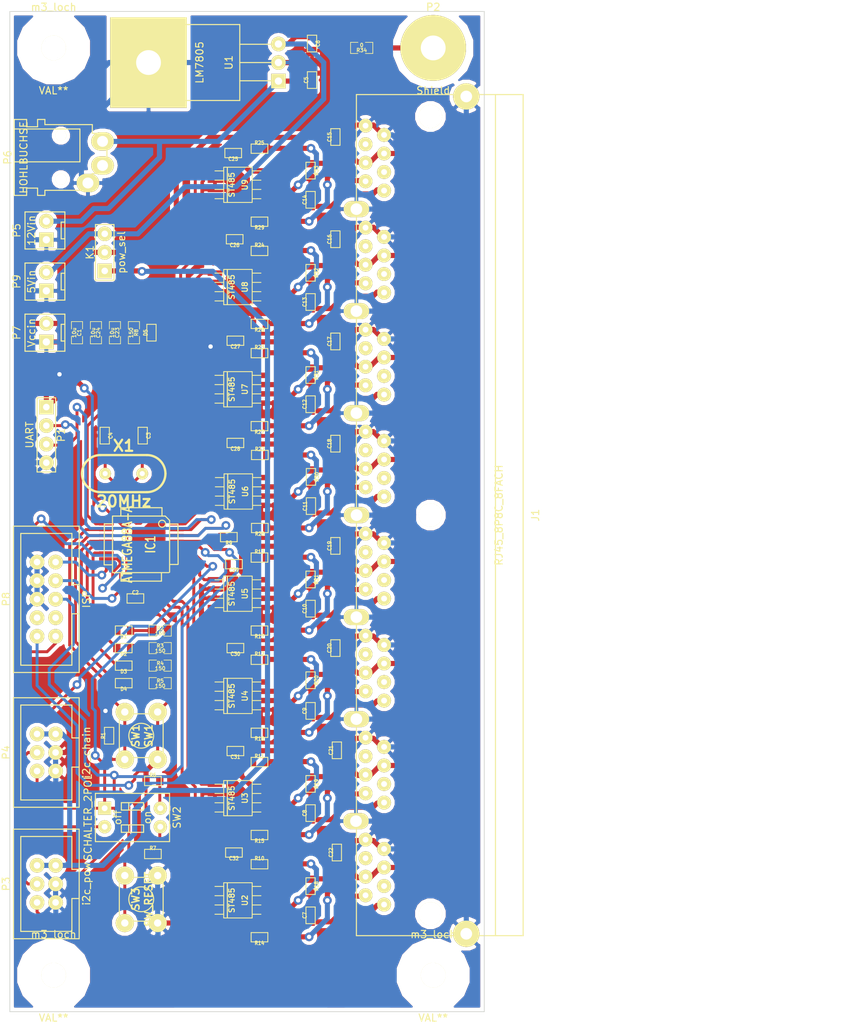
<source format=kicad_pcb>
(kicad_pcb (version 3) (host pcbnew "(2013-may-18)-stable")
  (layers (15 F.Cu signal) (0 B.Cu signal) (18 B.Paste user) (19 F.Paste user) (20 B.SilkS user) (21 F.SilkS user) (22 B.Mask user) (23 F.Mask user) (28 Edge.Cuts user))
  (net 0 "")
  (net 1 +12V)
  (net 2 /LED1)
  (net 3 /LED2)
  (net 4 /LED3)
  (net 5 /LED4)
  (net 6 /MISO)
  (net 7 /MOSI)
  (net 8 /RESET)
  (net 9 /RX)
  (net 10 /SCK)
  (net 11 /SCL)
  (net 12 /SDA)
  (net 13 /SW1)
  (net 14 /TX)
  (net 15 /Vi2c)
  (net 16 /Vreg)
  (net 17 /XTAL1)
  (net 18 /XTAL2)
  (net 19 /ZAC_01)
  (net 20 /ZAC_02)
  (net 21 /ZAC_03)
  (net 22 /ZAC_04)
  (net 23 /ZAC_05)
  (net 24 /ZAC_06)
  (net 25 /ZAC_07)
  (net 26 /ZAC_08)
  (net 27 /z1a)
  (net 28 /z1b)
  (net 29 /z2a)
  (net 30 /z2b)
  (net 31 /z3a)
  (net 32 /z3b)
  (net 33 /z4a)
  (net 34 /z4b)
  (net 35 /z5a)
  (net 36 /z5b)
  (net 37 /z6a)
  (net 38 /z6b)
  (net 39 /z7a)
  (net 40 /z7b)
  (net 41 /z8a)
  (net 42 /z8b)
  (net 43 GND)
  (net 44 N-0000027)
  (net 45 N-0000028)
  (net 46 N-0000029)
  (net 47 N-0000035)
  (net 48 N-0000040)
  (net 49 N-0000043)
  (net 50 N-0000066)
  (net 51 N-0000067)
  (net 52 N-0000068)
  (net 53 N-000007)
  (net 54 N-0000071)
  (net 55 N-0000077)
  (net 56 N-0000078)
  (net 57 N-000008)
  (net 58 N-0000081)
  (net 59 N-0000088)
  (net 60 VCC)
  (module wannenstecker_2x5_rm254 (layer F.Cu) (at 510 98.5 90)
    (fp_text reference P8 (at 0 -5.5 90) (layer F.SilkS))
    (fp_text value ISP (at 0 5.5 90) (layer F.SilkS))
    (pad 1 thru_hole circle (at -5.08 1.27 90) (size 2 2) (drill 0.9) (layers *.Cu *.Mask F.SilkS) (net 7 /MOSI))
    (pad 2 thru_hole circle (at -5.08 -1.27 90) (size 2 2) (drill 0.9) (layers *.Cu *.Mask F.SilkS) (net 60 VCC))
    (pad 3 thru_hole circle (at -2.54 1.27 90) (size 2 2) (drill 0.9) (layers *.Cu *.Mask F.SilkS))
    (pad 4 thru_hole circle (at -2.54 -1.27 90) (size 2 2) (drill 0.9) (layers *.Cu *.Mask F.SilkS))
    (pad 5 thru_hole circle (at 0 1.27 90) (size 2 2) (drill 0.9) (layers *.Cu *.Mask F.SilkS) (net 8 /RESET))
    (pad 6 thru_hole circle (at 0 -1.27 90) (size 2 2) (drill 0.9) (layers *.Cu *.Mask F.SilkS) (net 43 GND))
    (pad 7 thru_hole circle (at 2.54 1.27 90) (size 2 2) (drill 0.9) (layers *.Cu *.Mask F.SilkS) (net 10 /SCK))
    (pad 8 thru_hole circle (at 2.54 -1.27 90) (size 2 2) (drill 0.9) (layers *.Cu *.Mask F.SilkS) (net 43 GND))
    (pad 9 thru_hole circle (at 5.08 1.27 90) (size 2 2) (drill 0.9) (layers *.Cu *.Mask F.SilkS) (net 6 /MISO))
    (pad 10 thru_hole circle (at 5.08 -1.27 90) (size 2 2) (drill 0.9) (layers *.Cu *.Mask F.SilkS) (net 43 GND))
  )
  (module wannenstecker_2x3_rm254 (layer F.Cu) (at 510 137.5 90)
    (fp_text reference P3 (at 0 -5.5 90) (layer F.SilkS))
    (fp_text value i2c_pow (at 0 5.5 90) (layer F.SilkS))
    (pad 1 thru_hole circle (at -2.54 1.27 90) (size 2 2) (drill 0.9) (layers *.Cu *.Mask F.SilkS) (net 43 GND))
    (pad 2 thru_hole circle (at -2.54 -1.27 90) (size 2 2) (drill 0.9) (layers *.Cu *.Mask F.SilkS) (net 11 /SCL))
    (pad 3 thru_hole circle (at 0 1.27 90) (size 2 2) (drill 0.9) (layers *.Cu *.Mask F.SilkS) (net 43 GND))
    (pad 4 thru_hole circle (at 0 -1.27 90) (size 2 2) (drill 0.9) (layers *.Cu *.Mask F.SilkS) (net 12 /SDA))
    (pad 5 thru_hole circle (at 2.54 1.27 90) (size 2 2) (drill 0.9) (layers *.Cu *.Mask F.SilkS) (net 15 /Vi2c))
    (pad 6 thru_hole circle (at 2.54 -1.27 90) (size 2 2) (drill 0.9) (layers *.Cu *.Mask F.SilkS) (net 15 /Vi2c))
  )
  (module wannenstecker_2x3_rm254 (layer F.Cu) (at 510 119.5 90)
    (fp_text reference P4 (at 0 -5.5 90) (layer F.SilkS))
    (fp_text value i2c_chain (at 0 5.5 90) (layer F.SilkS))
    (pad 1 thru_hole circle (at -2.54 1.27 90) (size 2 2) (drill 0.9) (layers *.Cu *.Mask F.SilkS) (net 43 GND))
    (pad 2 thru_hole circle (at -2.54 -1.27 90) (size 2 2) (drill 0.9) (layers *.Cu *.Mask F.SilkS) (net 11 /SCL))
    (pad 3 thru_hole circle (at 0 1.27 90) (size 2 2) (drill 0.9) (layers *.Cu *.Mask F.SilkS) (net 43 GND))
    (pad 4 thru_hole circle (at 0 -1.27 90) (size 2 2) (drill 0.9) (layers *.Cu *.Mask F.SilkS) (net 12 /SDA))
    (pad 5 thru_hole circle (at 2.54 1.27 90) (size 2 2) (drill 0.9) (layers *.Cu *.Mask F.SilkS) (net 15 /Vi2c))
    (pad 6 thru_hole circle (at 2.54 -1.27 90) (size 2 2) (drill 0.9) (layers *.Cu *.Mask F.SilkS) (net 15 /Vi2c))
  )
  (module TQFP32 (layer F.Cu) (at 523 91 270)
    (fp_text reference IC1 (at 0 -1.27 270) (layer F.SilkS) (effects (font (size 1.27 1.016) (thickness 0.2032))))
    (fp_text value ATMEGA88A-A (at 0 1.905 270) (layer F.SilkS) (effects (font (size 1.27 1.016) (thickness 0.2032))))
    (pad 8 smd rect (at -4.81584 2.77622 270) (size 1.99898 0.44958) (layers F.Cu F.Paste F.Mask) (net 18 /XTAL2))
    (pad 7 smd rect (at -4.81584 1.97612 270) (size 1.99898 0.44958) (layers F.Cu F.Paste F.Mask) (net 17 /XTAL1))
    (pad 6 smd rect (at -4.81584 1.17602 270) (size 1.99898 0.44958) (layers F.Cu F.Paste F.Mask) (net 60 VCC))
    (pad 5 smd rect (at -4.81584 0.37592 270) (size 1.99898 0.44958) (layers F.Cu F.Paste F.Mask) (net 43 GND))
    (pad 4 smd rect (at -4.81584 -0.42418 270) (size 1.99898 0.44958) (layers F.Cu F.Paste F.Mask) (net 60 VCC))
    (pad 3 smd rect (at -4.81584 -1.22428 270) (size 1.99898 0.44958) (layers F.Cu F.Paste F.Mask) (net 43 GND))
    (pad 2 smd rect (at -4.81584 -2.02438 270) (size 1.99898 0.44958) (layers F.Cu F.Paste F.Mask) (net 25 /ZAC_07))
    (pad 1 smd rect (at -4.81584 -2.82448 270) (size 1.99898 0.44958) (layers F.Cu F.Paste F.Mask) (net 24 /ZAC_06))
    (pad 24 smd rect (at 4.7498 -2.8194 270) (size 1.99898 0.44958) (layers F.Cu F.Paste F.Mask) (net 20 /ZAC_02))
    (pad 17 smd rect (at 4.7498 2.794 270) (size 1.99898 0.44958) (layers F.Cu F.Paste F.Mask) (net 10 /SCK))
    (pad 18 smd rect (at 4.7498 1.9812 270) (size 1.99898 0.44958) (layers F.Cu F.Paste F.Mask) (net 60 VCC))
    (pad 19 smd rect (at 4.7498 1.1684 270) (size 1.99898 0.44958) (layers F.Cu F.Paste F.Mask))
    (pad 20 smd rect (at 4.7498 0.381 270) (size 1.99898 0.44958) (layers F.Cu F.Paste F.Mask))
    (pad 21 smd rect (at 4.7498 -0.4318 270) (size 1.99898 0.44958) (layers F.Cu F.Paste F.Mask) (net 43 GND))
    (pad 22 smd rect (at 4.7498 -1.2192 270) (size 1.99898 0.44958) (layers F.Cu F.Paste F.Mask))
    (pad 23 smd rect (at 4.7498 -2.032 270) (size 1.99898 0.44958) (layers F.Cu F.Paste F.Mask) (net 19 /ZAC_01))
    (pad 32 smd rect (at -2.82448 -4.826 270) (size 0.44958 1.99898) (layers F.Cu F.Paste F.Mask) (net 23 /ZAC_05))
    (pad 31 smd rect (at -2.02692 -4.826 270) (size 0.44958 1.99898) (layers F.Cu F.Paste F.Mask) (net 14 /TX))
    (pad 30 smd rect (at -1.22428 -4.826 270) (size 0.44958 1.99898) (layers F.Cu F.Paste F.Mask) (net 9 /RX))
    (pad 29 smd rect (at -0.42672 -4.826 270) (size 0.44958 1.99898) (layers F.Cu F.Paste F.Mask) (net 8 /RESET))
    (pad 28 smd rect (at 0.37592 -4.826 270) (size 0.44958 1.99898) (layers F.Cu F.Paste F.Mask) (net 11 /SCL))
    (pad 27 smd rect (at 1.17348 -4.826 270) (size 0.44958 1.99898) (layers F.Cu F.Paste F.Mask) (net 12 /SDA))
    (pad 26 smd rect (at 1.97612 -4.826 270) (size 0.44958 1.99898) (layers F.Cu F.Paste F.Mask) (net 22 /ZAC_04))
    (pad 25 smd rect (at 2.77368 -4.826 270) (size 0.44958 1.99898) (layers F.Cu F.Paste F.Mask) (net 21 /ZAC_03))
    (pad 9 smd rect (at -2.8194 4.7752 270) (size 0.44958 1.99898) (layers F.Cu F.Paste F.Mask) (net 26 /ZAC_08))
    (pad 10 smd rect (at -2.032 4.7752 270) (size 0.44958 1.99898) (layers F.Cu F.Paste F.Mask) (net 13 /SW1))
    (pad 11 smd rect (at -1.2192 4.7752 270) (size 0.44958 1.99898) (layers F.Cu F.Paste F.Mask) (net 5 /LED4))
    (pad 12 smd rect (at -0.4318 4.7752 270) (size 0.44958 1.99898) (layers F.Cu F.Paste F.Mask) (net 4 /LED3))
    (pad 13 smd rect (at 0.3556 4.7752 270) (size 0.44958 1.99898) (layers F.Cu F.Paste F.Mask) (net 3 /LED2))
    (pad 14 smd rect (at 1.1684 4.7752 270) (size 0.44958 1.99898) (layers F.Cu F.Paste F.Mask) (net 2 /LED1))
    (pad 15 smd rect (at 1.9812 4.7752 270) (size 0.44958 1.99898) (layers F.Cu F.Paste F.Mask) (net 7 /MOSI))
    (pad 16 smd rect (at 2.794 4.7752 270) (size 0.44958 1.99898) (layers F.Cu F.Paste F.Mask) (net 6 /MISO))
  )
  (module Taster_6mm (layer F.Cu) (at 523 139.6 90)
    (fp_text reference SW3 (at 0 -0.762 90) (layer F.SilkS) (effects (font (size 1.016 1.016) (thickness 0.2032))))
    (fp_text value SW_RESET (at 0 1.016 90) (layer F.SilkS) (effects (font (size 1.016 1.016) (thickness 0.2032))))
    (pad 1 thru_hole circle (at 3.2512 -2.25044 90) (size 2.49936 2.49936) (drill 1) (layers *.Cu *.Mask F.SilkS) (net 8 /RESET))
    (pad 2 thru_hole circle (at 3.2512 2.25044 90) (size 2.49936 2.49936) (drill 1) (layers *.Cu *.Mask F.SilkS) (net 43 GND))
    (pad 1 thru_hole circle (at -3.2512 -2.25044 90) (size 2.49936 2.49936) (drill 1) (layers *.Cu *.Mask F.SilkS) (net 8 /RESET))
    (pad 2 thru_hole circle (at -3.2512 2.25044 90) (size 2.49936 2.49936) (drill 1) (layers *.Cu *.Mask F.SilkS) (net 43 GND))
  )
  (module Taster_6mm (layer F.Cu) (at 523 117.2 90)
    (fp_text reference SW1 (at 0 -0.762 90) (layer F.SilkS) (effects (font (size 1.016 1.016) (thickness 0.2032))))
    (fp_text value SW1 (at 0 1.016 90) (layer F.SilkS) (effects (font (size 1.016 1.016) (thickness 0.2032))))
    (pad 1 thru_hole circle (at 3.2512 -2.25044 90) (size 2.49936 2.49936) (drill 1) (layers *.Cu *.Mask F.SilkS) (net 13 /SW1))
    (pad 2 thru_hole circle (at 3.2512 2.25044 90) (size 2.49936 2.49936) (drill 1) (layers *.Cu *.Mask F.SilkS) (net 60 VCC))
    (pad 1 thru_hole circle (at -3.2512 -2.25044 90) (size 2.49936 2.49936) (drill 1) (layers *.Cu *.Mask F.SilkS) (net 13 /SW1))
    (pad 2 thru_hole circle (at -3.2512 2.25044 90) (size 2.49936 2.49936) (drill 1) (layers *.Cu *.Mask F.SilkS) (net 60 VCC))
  )
  (module Stiftleiste_4x1 (layer F.Cu) (at 510 76 270)
    (fp_text reference P1 (at 0 -2.032 270) (layer F.SilkS))
    (fp_text value UART (at 0 2.286 270) (layer F.SilkS))
    (pad 1 thru_hole rect (at -3.81 0 270) (size 2 2) (drill 0.9) (layers *.Cu *.Mask F.SilkS) (net 60 VCC))
    (pad 2 thru_hole circle (at -1.27 0 270) (size 2 2) (drill 0.9) (layers *.Cu *.Mask F.SilkS) (net 9 /RX))
    (pad 3 thru_hole circle (at 1.27 0 270) (size 2 2) (drill 0.9) (layers *.Cu *.Mask F.SilkS) (net 14 /TX))
    (pad 4 thru_hole circle (at 3.81 0 270) (size 2 2) (drill 0.9) (layers *.Cu *.Mask F.SilkS) (net 43 GND))
  )
  (module Stiftleiste_3x1 (layer F.Cu) (at 518 51 90)
    (fp_text reference K1 (at 0 -2.032 90) (layer F.SilkS))
    (fp_text value pow_sel (at 0 2.286 90) (layer F.SilkS))
    (pad 1 thru_hole rect (at -2.54 0 90) (size 2 2) (drill 0.9) (layers *.Cu *.Mask F.SilkS) (net 15 /Vi2c))
    (pad 2 thru_hole circle (at 0 0 90) (size 2 2) (drill 0.9) (layers *.Cu *.Mask F.SilkS) (net 60 VCC))
    (pad 3 thru_hole circle (at 2.54 0 90) (size 2 2) (drill 0.9) (layers *.Cu *.Mask F.SilkS) (net 16 /Vreg))
  )
  (module st485 (layer F.Cu) (at 538.25 83.75 270)
    (fp_text reference U6 (at 0 1 270) (layer F.SilkS) (effects (font (size 0.7493 0.7493) (thickness 0.14986))))
    (fp_text value ST485 (at 0 2.8 270) (layer F.SilkS) (effects (font (size 0.7493 0.7493) (thickness 0.14986))))
    (pad 1 smd rect (at -1.908 5.1 270) (size 0.75 2) (layers F.Cu F.Paste F.Mask) (net 23 /ZAC_05))
    (pad 2 smd rect (at -0.638 5.1 270) (size 0.75 2) (layers F.Cu F.Paste F.Mask) (net 43 GND))
    (pad 3 smd rect (at 0.632 5.1 270) (size 0.75 2) (layers F.Cu F.Paste F.Mask) (net 43 GND))
    (pad 4 smd rect (at 1.902 5.1 270) (size 0.75 2) (layers F.Cu F.Paste F.Mask))
    (pad 5 smd rect (at 1.902 -1.2 270) (size 0.75 2) (layers F.Cu F.Paste F.Mask) (net 43 GND))
    (pad 6 smd rect (at 0.632 -1.2 270) (size 0.75 2) (layers F.Cu F.Paste F.Mask) (net 35 /z5a))
    (pad 7 smd rect (at -0.638 -1.2 270) (size 0.75 2) (layers F.Cu F.Paste F.Mask) (net 36 /z5b))
    (pad 8 smd rect (at -1.908 -1.2 270) (size 0.75 2) (layers F.Cu F.Paste F.Mask) (net 60 VCC))
  )
  (module st485 (layer F.Cu) (at 538.2 97.75 270)
    (fp_text reference U5 (at 0 1 270) (layer F.SilkS) (effects (font (size 0.7493 0.7493) (thickness 0.14986))))
    (fp_text value ST485 (at 0 2.8 270) (layer F.SilkS) (effects (font (size 0.7493 0.7493) (thickness 0.14986))))
    (pad 1 smd rect (at -1.908 5.1 270) (size 0.75 2) (layers F.Cu F.Paste F.Mask) (net 22 /ZAC_04))
    (pad 2 smd rect (at -0.638 5.1 270) (size 0.75 2) (layers F.Cu F.Paste F.Mask) (net 43 GND))
    (pad 3 smd rect (at 0.632 5.1 270) (size 0.75 2) (layers F.Cu F.Paste F.Mask) (net 43 GND))
    (pad 4 smd rect (at 1.902 5.1 270) (size 0.75 2) (layers F.Cu F.Paste F.Mask))
    (pad 5 smd rect (at 1.902 -1.2 270) (size 0.75 2) (layers F.Cu F.Paste F.Mask) (net 43 GND))
    (pad 6 smd rect (at 0.632 -1.2 270) (size 0.75 2) (layers F.Cu F.Paste F.Mask) (net 33 /z4a))
    (pad 7 smd rect (at -0.638 -1.2 270) (size 0.75 2) (layers F.Cu F.Paste F.Mask) (net 34 /z4b))
    (pad 8 smd rect (at -1.908 -1.2 270) (size 0.75 2) (layers F.Cu F.Paste F.Mask) (net 60 VCC))
  )
  (module st485 (layer F.Cu) (at 538.2 69.75 270)
    (fp_text reference U7 (at 0 1 270) (layer F.SilkS) (effects (font (size 0.7493 0.7493) (thickness 0.14986))))
    (fp_text value ST485 (at 0 2.8 270) (layer F.SilkS) (effects (font (size 0.7493 0.7493) (thickness 0.14986))))
    (pad 1 smd rect (at -1.908 5.1 270) (size 0.75 2) (layers F.Cu F.Paste F.Mask) (net 24 /ZAC_06))
    (pad 2 smd rect (at -0.638 5.1 270) (size 0.75 2) (layers F.Cu F.Paste F.Mask) (net 43 GND))
    (pad 3 smd rect (at 0.632 5.1 270) (size 0.75 2) (layers F.Cu F.Paste F.Mask) (net 43 GND))
    (pad 4 smd rect (at 1.902 5.1 270) (size 0.75 2) (layers F.Cu F.Paste F.Mask))
    (pad 5 smd rect (at 1.902 -1.2 270) (size 0.75 2) (layers F.Cu F.Paste F.Mask) (net 43 GND))
    (pad 6 smd rect (at 0.632 -1.2 270) (size 0.75 2) (layers F.Cu F.Paste F.Mask) (net 37 /z6a))
    (pad 7 smd rect (at -0.638 -1.2 270) (size 0.75 2) (layers F.Cu F.Paste F.Mask) (net 38 /z6b))
    (pad 8 smd rect (at -1.908 -1.2 270) (size 0.75 2) (layers F.Cu F.Paste F.Mask) (net 60 VCC))
  )
  (module st485 (layer F.Cu) (at 538.2 111.75 270)
    (fp_text reference U4 (at 0 1 270) (layer F.SilkS) (effects (font (size 0.7493 0.7493) (thickness 0.14986))))
    (fp_text value ST485 (at 0 2.8 270) (layer F.SilkS) (effects (font (size 0.7493 0.7493) (thickness 0.14986))))
    (pad 1 smd rect (at -1.908 5.1 270) (size 0.75 2) (layers F.Cu F.Paste F.Mask) (net 21 /ZAC_03))
    (pad 2 smd rect (at -0.638 5.1 270) (size 0.75 2) (layers F.Cu F.Paste F.Mask) (net 43 GND))
    (pad 3 smd rect (at 0.632 5.1 270) (size 0.75 2) (layers F.Cu F.Paste F.Mask) (net 43 GND))
    (pad 4 smd rect (at 1.902 5.1 270) (size 0.75 2) (layers F.Cu F.Paste F.Mask))
    (pad 5 smd rect (at 1.902 -1.2 270) (size 0.75 2) (layers F.Cu F.Paste F.Mask) (net 43 GND))
    (pad 6 smd rect (at 0.632 -1.2 270) (size 0.75 2) (layers F.Cu F.Paste F.Mask) (net 31 /z3a))
    (pad 7 smd rect (at -0.638 -1.2 270) (size 0.75 2) (layers F.Cu F.Paste F.Mask) (net 32 /z3b))
    (pad 8 smd rect (at -1.908 -1.2 270) (size 0.75 2) (layers F.Cu F.Paste F.Mask) (net 60 VCC))
  )
  (module st485 (layer F.Cu) (at 538.2 55.75 270)
    (fp_text reference U8 (at 0 1 270) (layer F.SilkS) (effects (font (size 0.7493 0.7493) (thickness 0.14986))))
    (fp_text value ST485 (at 0 2.8 270) (layer F.SilkS) (effects (font (size 0.7493 0.7493) (thickness 0.14986))))
    (pad 1 smd rect (at -1.908 5.1 270) (size 0.75 2) (layers F.Cu F.Paste F.Mask) (net 25 /ZAC_07))
    (pad 2 smd rect (at -0.638 5.1 270) (size 0.75 2) (layers F.Cu F.Paste F.Mask) (net 43 GND))
    (pad 3 smd rect (at 0.632 5.1 270) (size 0.75 2) (layers F.Cu F.Paste F.Mask) (net 43 GND))
    (pad 4 smd rect (at 1.902 5.1 270) (size 0.75 2) (layers F.Cu F.Paste F.Mask))
    (pad 5 smd rect (at 1.902 -1.2 270) (size 0.75 2) (layers F.Cu F.Paste F.Mask) (net 43 GND))
    (pad 6 smd rect (at 0.632 -1.2 270) (size 0.75 2) (layers F.Cu F.Paste F.Mask) (net 39 /z7a))
    (pad 7 smd rect (at -0.638 -1.2 270) (size 0.75 2) (layers F.Cu F.Paste F.Mask) (net 40 /z7b))
    (pad 8 smd rect (at -1.908 -1.2 270) (size 0.75 2) (layers F.Cu F.Paste F.Mask) (net 60 VCC))
  )
  (module st485 (layer F.Cu) (at 538.2 125.75 270)
    (fp_text reference U3 (at 0 1 270) (layer F.SilkS) (effects (font (size 0.7493 0.7493) (thickness 0.14986))))
    (fp_text value ST485 (at 0 2.8 270) (layer F.SilkS) (effects (font (size 0.7493 0.7493) (thickness 0.14986))))
    (pad 1 smd rect (at -1.908 5.1 270) (size 0.75 2) (layers F.Cu F.Paste F.Mask) (net 20 /ZAC_02))
    (pad 2 smd rect (at -0.638 5.1 270) (size 0.75 2) (layers F.Cu F.Paste F.Mask) (net 43 GND))
    (pad 3 smd rect (at 0.632 5.1 270) (size 0.75 2) (layers F.Cu F.Paste F.Mask) (net 43 GND))
    (pad 4 smd rect (at 1.902 5.1 270) (size 0.75 2) (layers F.Cu F.Paste F.Mask))
    (pad 5 smd rect (at 1.902 -1.2 270) (size 0.75 2) (layers F.Cu F.Paste F.Mask) (net 43 GND))
    (pad 6 smd rect (at 0.632 -1.2 270) (size 0.75 2) (layers F.Cu F.Paste F.Mask) (net 29 /z2a))
    (pad 7 smd rect (at -0.638 -1.2 270) (size 0.75 2) (layers F.Cu F.Paste F.Mask) (net 30 /z2b))
    (pad 8 smd rect (at -1.908 -1.2 270) (size 0.75 2) (layers F.Cu F.Paste F.Mask) (net 60 VCC))
  )
  (module st485 (layer F.Cu) (at 538.2 41.75 270)
    (fp_text reference U9 (at 0 1 270) (layer F.SilkS) (effects (font (size 0.7493 0.7493) (thickness 0.14986))))
    (fp_text value ST485 (at 0 2.8 270) (layer F.SilkS) (effects (font (size 0.7493 0.7493) (thickness 0.14986))))
    (pad 1 smd rect (at -1.908 5.1 270) (size 0.75 2) (layers F.Cu F.Paste F.Mask) (net 26 /ZAC_08))
    (pad 2 smd rect (at -0.638 5.1 270) (size 0.75 2) (layers F.Cu F.Paste F.Mask) (net 43 GND))
    (pad 3 smd rect (at 0.632 5.1 270) (size 0.75 2) (layers F.Cu F.Paste F.Mask) (net 43 GND))
    (pad 4 smd rect (at 1.902 5.1 270) (size 0.75 2) (layers F.Cu F.Paste F.Mask))
    (pad 5 smd rect (at 1.902 -1.2 270) (size 0.75 2) (layers F.Cu F.Paste F.Mask) (net 43 GND))
    (pad 6 smd rect (at 0.632 -1.2 270) (size 0.75 2) (layers F.Cu F.Paste F.Mask) (net 41 /z8a))
    (pad 7 smd rect (at -0.638 -1.2 270) (size 0.75 2) (layers F.Cu F.Paste F.Mask) (net 42 /z8b))
    (pad 8 smd rect (at -1.908 -1.2 270) (size 0.75 2) (layers F.Cu F.Paste F.Mask) (net 60 VCC))
  )
  (module st485 (layer F.Cu) (at 538.2 139.75 270)
    (fp_text reference U2 (at 0 1 270) (layer F.SilkS) (effects (font (size 0.7493 0.7493) (thickness 0.14986))))
    (fp_text value ST485 (at 0 2.8 270) (layer F.SilkS) (effects (font (size 0.7493 0.7493) (thickness 0.14986))))
    (pad 1 smd rect (at -1.908 5.1 270) (size 0.75 2) (layers F.Cu F.Paste F.Mask) (net 19 /ZAC_01))
    (pad 2 smd rect (at -0.638 5.1 270) (size 0.75 2) (layers F.Cu F.Paste F.Mask) (net 43 GND))
    (pad 3 smd rect (at 0.632 5.1 270) (size 0.75 2) (layers F.Cu F.Paste F.Mask) (net 43 GND))
    (pad 4 smd rect (at 1.902 5.1 270) (size 0.75 2) (layers F.Cu F.Paste F.Mask))
    (pad 5 smd rect (at 1.902 -1.2 270) (size 0.75 2) (layers F.Cu F.Paste F.Mask) (net 43 GND))
    (pad 6 smd rect (at 0.632 -1.2 270) (size 0.75 2) (layers F.Cu F.Paste F.Mask) (net 27 /z1a))
    (pad 7 smd rect (at -0.638 -1.2 270) (size 0.75 2) (layers F.Cu F.Paste F.Mask) (net 28 /z1b))
    (pad 8 smd rect (at -1.908 -1.2 270) (size 0.75 2) (layers F.Cu F.Paste F.Mask) (net 60 VCC))
  )
  (module SM0805_big (layer F.Cu) (at 525.6 105.2)
    (fp_text reference R3 (at 0 -0.3175) (layer F.SilkS) (effects (font (size 0.50038 0.50038) (thickness 0.10922))))
    (fp_text value 150 (at 0 0.381) (layer F.SilkS) (effects (font (size 0.50038 0.50038) (thickness 0.10922))))
    (pad 1 smd rect (at -1.108 0) (size 1.2 1.397) (layers F.Cu F.Paste F.Mask) (net 51 N-0000067))
    (pad 2 smd rect (at 1.108 0) (size 1.2 1.397) (layers F.Cu F.Paste F.Mask) (net 60 VCC))
  )
  (module SM0805_big (layer F.Cu) (at 522 62 270)
    (fp_text reference R8 (at 0 -0.3175 270) (layer F.SilkS) (effects (font (size 0.50038 0.50038) (thickness 0.10922))))
    (fp_text value 150 (at 0 0.381 270) (layer F.SilkS) (effects (font (size 0.50038 0.50038) (thickness 0.10922))))
    (pad 1 smd rect (at -1.108 0 270) (size 1.2 1.397) (layers F.Cu F.Paste F.Mask) (net 60 VCC))
    (pad 2 smd rect (at 1.108 0 270) (size 1.2 1.397) (layers F.Cu F.Paste F.Mask) (net 50 N-0000066))
  )
  (module SM0805_big (layer F.Cu) (at 514.2 62 270)
    (fp_text reference C1 (at 0 -0.3175 270) (layer F.SilkS) (effects (font (size 0.50038 0.50038) (thickness 0.10922))))
    (fp_text value 10u (at 0 0.381 270) (layer F.SilkS) (effects (font (size 0.50038 0.50038) (thickness 0.10922))))
    (pad 1 smd rect (at -1.108 0 270) (size 1.2 1.397) (layers F.Cu F.Paste F.Mask) (net 60 VCC))
    (pad 2 smd rect (at 1.108 0 270) (size 1.2 1.397) (layers F.Cu F.Paste F.Mask) (net 43 GND))
  )
  (module SM0805_big (layer F.Cu) (at 525.6 102.8)
    (fp_text reference R2 (at 0 -0.3175) (layer F.SilkS) (effects (font (size 0.50038 0.50038) (thickness 0.10922))))
    (fp_text value 150 (at 0 0.381) (layer F.SilkS) (effects (font (size 0.50038 0.50038) (thickness 0.10922))))
    (pad 1 smd rect (at -1.108 0) (size 1.2 1.397) (layers F.Cu F.Paste F.Mask) (net 52 N-0000068))
    (pad 2 smd rect (at 1.108 0) (size 1.2 1.397) (layers F.Cu F.Paste F.Mask) (net 60 VCC))
  )
  (module SM0805_big (layer F.Cu) (at 525.6 107.6)
    (fp_text reference R4 (at 0 -0.3175) (layer F.SilkS) (effects (font (size 0.50038 0.50038) (thickness 0.10922))))
    (fp_text value 150 (at 0 0.381) (layer F.SilkS) (effects (font (size 0.50038 0.50038) (thickness 0.10922))))
    (pad 1 smd rect (at -1.108 0) (size 1.2 1.397) (layers F.Cu F.Paste F.Mask) (net 49 N-0000043))
    (pad 2 smd rect (at 1.108 0) (size 1.2 1.397) (layers F.Cu F.Paste F.Mask) (net 60 VCC))
  )
  (module SM0805_big (layer F.Cu) (at 525.6 110)
    (fp_text reference R5 (at 0 -0.3175) (layer F.SilkS) (effects (font (size 0.50038 0.50038) (thickness 0.10922))))
    (fp_text value 150 (at 0 0.381) (layer F.SilkS) (effects (font (size 0.50038 0.50038) (thickness 0.10922))))
    (pad 1 smd rect (at -1.108 0) (size 1.2 1.397) (layers F.Cu F.Paste F.Mask) (net 48 N-0000040))
    (pad 2 smd rect (at 1.108 0) (size 1.2 1.397) (layers F.Cu F.Paste F.Mask) (net 60 VCC))
  )
  (module SM0603_big (layer F.Cu) (at 539.2 50.8)
    (fp_text reference R24 (at 0 -0.8) (layer F.SilkS) (effects (font (size 0.508 0.4572) (thickness 0.1143))))
    (fp_text value 22k hide)
    (pad 1 smd rect (at -0.945 0) (size 1 1.143) (layers F.Cu F.Paste F.Mask) (net 60 VCC))
    (pad 2 smd rect (at 0.945 0) (size 1 1.143) (layers F.Cu F.Paste F.Mask) (net 39 /z7a))
  )
  (module SM0603_big (layer F.Cu) (at 539.2 144.8 180)
    (fp_text reference R14 (at 0 -0.8 180) (layer F.SilkS) (effects (font (size 0.508 0.4572) (thickness 0.1143))))
    (fp_text value 22k hide)
    (pad 1 smd rect (at -0.945 0 180) (size 1 1.143) (layers F.Cu F.Paste F.Mask) (net 28 /z1b))
    (pad 2 smd rect (at 0.945 0 180) (size 1 1.143) (layers F.Cu F.Paste F.Mask) (net 43 GND))
  )
  (module SM0603_big (layer F.Cu) (at 549.6 105.2 90)
    (fp_text reference C20 (at 0 -0.8 90) (layer F.SilkS) (effects (font (size 0.508 0.4572) (thickness 0.1143))))
    (fp_text value 100n hide)
    (pad 1 smd rect (at -0.945 0 90) (size 1 1.143) (layers F.Cu F.Paste F.Mask) (net 60 VCC))
    (pad 2 smd rect (at 0.945 0 90) (size 1 1.143) (layers F.Cu F.Paste F.Mask) (net 43 GND))
  )
  (module SM0603_big (layer F.Cu) (at 546.2 57.8 90)
    (fp_text reference C13 (at 0 -0.8 90) (layer F.SilkS) (effects (font (size 0.508 0.4572) (thickness 0.1143))))
    (fp_text value 100n hide)
    (pad 1 smd rect (at -0.945 0 90) (size 1 1.143) (layers F.Cu F.Paste F.Mask) (net 39 /z7a))
    (pad 2 smd rect (at 0.945 0 90) (size 1 1.143) (layers F.Cu F.Paste F.Mask) (net 47 N-0000035))
  )
  (module SM0603_big (layer F.Cu) (at 539.2 60.8 180)
    (fp_text reference R28 (at 0 -0.8 180) (layer F.SilkS) (effects (font (size 0.508 0.4572) (thickness 0.1143))))
    (fp_text value 22k hide)
    (pad 1 smd rect (at -0.945 0 180) (size 1 1.143) (layers F.Cu F.Paste F.Mask) (net 40 /z7b))
    (pad 2 smd rect (at 0.945 0 180) (size 1 1.143) (layers F.Cu F.Paste F.Mask) (net 43 GND))
  )
  (module SM0603_big (layer F.Cu) (at 546.2 53.8 270)
    (fp_text reference R32 (at 0 -0.8 270) (layer F.SilkS) (effects (font (size 0.508 0.4572) (thickness 0.1143))))
    (fp_text value 120 hide)
    (pad 1 smd rect (at -0.945 0 270) (size 1 1.143) (layers F.Cu F.Paste F.Mask) (net 40 /z7b))
    (pad 2 smd rect (at 0.945 0 270) (size 1 1.143) (layers F.Cu F.Paste F.Mask) (net 47 N-0000035))
  )
  (module SM0603_big (layer F.Cu) (at 549.8 119.2 90)
    (fp_text reference C21 (at 0 -0.8 90) (layer F.SilkS) (effects (font (size 0.508 0.4572) (thickness 0.1143))))
    (fp_text value 100n hide)
    (pad 1 smd rect (at -0.945 0 90) (size 1 1.143) (layers F.Cu F.Paste F.Mask) (net 60 VCC))
    (pad 2 smd rect (at 0.945 0 90) (size 1 1.143) (layers F.Cu F.Paste F.Mask) (net 43 GND))
  )
  (module SM0603_big (layer F.Cu) (at 549.8 133.2 90)
    (fp_text reference C22 (at 0 -0.8 90) (layer F.SilkS) (effects (font (size 0.508 0.4572) (thickness 0.1143))))
    (fp_text value 100n hide)
    (pad 1 smd rect (at -0.945 0 90) (size 1 1.143) (layers F.Cu F.Paste F.Mask) (net 60 VCC))
    (pad 2 smd rect (at 0.945 0 90) (size 1 1.143) (layers F.Cu F.Paste F.Mask) (net 43 GND))
  )
  (module SM0603_big (layer F.Cu) (at 539.2 64.8)
    (fp_text reference R23 (at 0 -0.8) (layer F.SilkS) (effects (font (size 0.508 0.4572) (thickness 0.1143))))
    (fp_text value 22k hide)
    (pad 1 smd rect (at -0.945 0) (size 1 1.143) (layers F.Cu F.Paste F.Mask) (net 60 VCC))
    (pad 2 smd rect (at 0.945 0) (size 1 1.143) (layers F.Cu F.Paste F.Mask) (net 37 /z6a))
  )
  (module SM0603_big (layer F.Cu) (at 546.2 71.8 90)
    (fp_text reference C12 (at 0 -0.8 90) (layer F.SilkS) (effects (font (size 0.508 0.4572) (thickness 0.1143))))
    (fp_text value 100n hide)
    (pad 1 smd rect (at -0.945 0 90) (size 1 1.143) (layers F.Cu F.Paste F.Mask) (net 37 /z6a))
    (pad 2 smd rect (at 0.945 0 90) (size 1 1.143) (layers F.Cu F.Paste F.Mask) (net 46 N-0000029))
  )
  (module SM0603_big (layer F.Cu) (at 539.2 74.8 180)
    (fp_text reference R27 (at 0 -0.8 180) (layer F.SilkS) (effects (font (size 0.508 0.4572) (thickness 0.1143))))
    (fp_text value 22k hide)
    (pad 1 smd rect (at -0.945 0 180) (size 1 1.143) (layers F.Cu F.Paste F.Mask) (net 38 /z6b))
    (pad 2 smd rect (at 0.945 0 180) (size 1 1.143) (layers F.Cu F.Paste F.Mask) (net 43 GND))
  )
  (module SM0603_big (layer F.Cu) (at 546.2 67.8 270)
    (fp_text reference R31 (at 0 -0.8 270) (layer F.SilkS) (effects (font (size 0.508 0.4572) (thickness 0.1143))))
    (fp_text value 120 hide)
    (pad 1 smd rect (at -0.945 0 270) (size 1 1.143) (layers F.Cu F.Paste F.Mask) (net 38 /z6b))
    (pad 2 smd rect (at 0.945 0 270) (size 1 1.143) (layers F.Cu F.Paste F.Mask) (net 46 N-0000029))
  )
  (module SM0603_big (layer F.Cu) (at 549.6 91.2 90)
    (fp_text reference C19 (at 0 -0.8 90) (layer F.SilkS) (effects (font (size 0.508 0.4572) (thickness 0.1143))))
    (fp_text value 100n hide)
    (pad 1 smd rect (at -0.945 0 90) (size 1 1.143) (layers F.Cu F.Paste F.Mask) (net 60 VCC))
    (pad 2 smd rect (at 0.945 0 90) (size 1 1.143) (layers F.Cu F.Paste F.Mask) (net 43 GND))
  )
  (module SM0603_big (layer F.Cu) (at 546.2 39.8 270)
    (fp_text reference R33 (at 0 -0.8 270) (layer F.SilkS) (effects (font (size 0.508 0.4572) (thickness 0.1143))))
    (fp_text value 120 hide)
    (pad 1 smd rect (at -0.945 0 270) (size 1 1.143) (layers F.Cu F.Paste F.Mask) (net 42 /z8b))
    (pad 2 smd rect (at 0.945 0 270) (size 1 1.143) (layers F.Cu F.Paste F.Mask) (net 45 N-0000028))
  )
  (module SM0603_big (layer F.Cu) (at 539.2 46.8 180)
    (fp_text reference R29 (at 0 -0.8 180) (layer F.SilkS) (effects (font (size 0.508 0.4572) (thickness 0.1143))))
    (fp_text value 22k hide)
    (pad 1 smd rect (at -0.945 0 180) (size 1 1.143) (layers F.Cu F.Paste F.Mask) (net 42 /z8b))
    (pad 2 smd rect (at 0.945 0 180) (size 1 1.143) (layers F.Cu F.Paste F.Mask) (net 43 GND))
  )
  (module SM0603_big (layer F.Cu) (at 549.6 77.2 90)
    (fp_text reference C18 (at 0 -0.8 90) (layer F.SilkS) (effects (font (size 0.508 0.4572) (thickness 0.1143))))
    (fp_text value 100n hide)
    (pad 1 smd rect (at -0.945 0 90) (size 1 1.143) (layers F.Cu F.Paste F.Mask) (net 60 VCC))
    (pad 2 smd rect (at 0.945 0 90) (size 1 1.143) (layers F.Cu F.Paste F.Mask) (net 43 GND))
  )
  (module SM0603_big (layer F.Cu) (at 546.2 43.8 90)
    (fp_text reference C14 (at 0 -0.8 90) (layer F.SilkS) (effects (font (size 0.508 0.4572) (thickness 0.1143))))
    (fp_text value 100n hide)
    (pad 1 smd rect (at -0.945 0 90) (size 1 1.143) (layers F.Cu F.Paste F.Mask) (net 41 /z8a))
    (pad 2 smd rect (at 0.945 0 90) (size 1 1.143) (layers F.Cu F.Paste F.Mask) (net 45 N-0000028))
  )
  (module SM0603_big (layer F.Cu) (at 539.2 36.8)
    (fp_text reference R25 (at 0 -0.8) (layer F.SilkS) (effects (font (size 0.508 0.4572) (thickness 0.1143))))
    (fp_text value 22k hide)
    (pad 1 smd rect (at -0.945 0) (size 1 1.143) (layers F.Cu F.Paste F.Mask) (net 60 VCC))
    (pad 2 smd rect (at 0.945 0) (size 1 1.143) (layers F.Cu F.Paste F.Mask) (net 41 /z8a))
  )
  (module SM0603_big (layer F.Cu) (at 549.6 63.2 90)
    (fp_text reference C17 (at 0 -0.8 90) (layer F.SilkS) (effects (font (size 0.508 0.4572) (thickness 0.1143))))
    (fp_text value 100n hide)
    (pad 1 smd rect (at -0.945 0 90) (size 1 1.143) (layers F.Cu F.Paste F.Mask) (net 60 VCC))
    (pad 2 smd rect (at 0.945 0 90) (size 1 1.143) (layers F.Cu F.Paste F.Mask) (net 43 GND))
  )
  (module SM0603_big (layer F.Cu) (at 549.6 49.2 90)
    (fp_text reference C16 (at 0 -0.8 90) (layer F.SilkS) (effects (font (size 0.508 0.4572) (thickness 0.1143))))
    (fp_text value 100n hide)
    (pad 1 smd rect (at -0.945 0 90) (size 1 1.143) (layers F.Cu F.Paste F.Mask) (net 60 VCC))
    (pad 2 smd rect (at 0.945 0 90) (size 1 1.143) (layers F.Cu F.Paste F.Mask) (net 43 GND))
  )
  (module SM0603_big (layer F.Cu) (at 549.6 35.2 90)
    (fp_text reference C15 (at 0 -0.8 90) (layer F.SilkS) (effects (font (size 0.508 0.4572) (thickness 0.1143))))
    (fp_text value 100n hide)
    (pad 1 smd rect (at -0.945 0 90) (size 1 1.143) (layers F.Cu F.Paste F.Mask) (net 60 VCC))
    (pad 2 smd rect (at 0.945 0 90) (size 1 1.143) (layers F.Cu F.Paste F.Mask) (net 43 GND))
  )
  (module SM0603_big (layer F.Cu) (at 518.6 117.2 90)
    (fp_text reference R1 (at 0 -0.8 90) (layer F.SilkS) (effects (font (size 0.508 0.4572) (thickness 0.1143))))
    (fp_text value 10k hide)
    (pad 1 smd rect (at -0.945 0 90) (size 1 1.143) (layers F.Cu F.Paste F.Mask) (net 13 /SW1))
    (pad 2 smd rect (at 0.945 0 90) (size 1 1.143) (layers F.Cu F.Paste F.Mask) (net 43 GND))
  )
  (module SM0603_big (layer F.Cu) (at 520.6 107.6 180)
    (fp_text reference D3 (at 0 -0.8 180) (layer F.SilkS) (effects (font (size 0.508 0.4572) (thickness 0.1143))))
    (fp_text value LED3 hide)
    (pad 1 smd rect (at -0.945 0 180) (size 1 1.143) (layers F.Cu F.Paste F.Mask) (net 49 N-0000043))
    (pad 2 smd rect (at 0.945 0 180) (size 1 1.143) (layers F.Cu F.Paste F.Mask) (net 4 /LED3))
  )
  (module SM0603_big (layer F.Cu) (at 520.6 110 180)
    (fp_text reference D4 (at 0 -0.8 180) (layer F.SilkS) (effects (font (size 0.508 0.4572) (thickness 0.1143))))
    (fp_text value LED4 hide)
    (pad 1 smd rect (at -0.945 0 180) (size 1 1.143) (layers F.Cu F.Paste F.Mask) (net 48 N-0000040))
    (pad 2 smd rect (at 0.945 0 180) (size 1 1.143) (layers F.Cu F.Paste F.Mask) (net 5 /LED4))
  )
  (module SM0603_big (layer F.Cu) (at 546.25 85.75 90)
    (fp_text reference C11 (at 0 -0.8 90) (layer F.SilkS) (effects (font (size 0.508 0.4572) (thickness 0.1143))))
    (fp_text value 100n hide)
    (pad 1 smd rect (at -0.945 0 90) (size 1 1.143) (layers F.Cu F.Paste F.Mask) (net 35 /z5a))
    (pad 2 smd rect (at 0.945 0 90) (size 1 1.143) (layers F.Cu F.Paste F.Mask) (net 58 N-0000081))
  )
  (module SM0603_big (layer F.Cu) (at 546.2 137.8 270)
    (fp_text reference R18 (at 0 -0.8 270) (layer F.SilkS) (effects (font (size 0.508 0.4572) (thickness 0.1143))))
    (fp_text value 120 hide)
    (pad 1 smd rect (at -0.945 0 270) (size 1 1.143) (layers F.Cu F.Paste F.Mask) (net 28 /z1b))
    (pad 2 smd rect (at 0.945 0 270) (size 1 1.143) (layers F.Cu F.Paste F.Mask) (net 54 N-0000071))
  )
  (module SM0603_big (layer F.Cu) (at 535 90 180)
    (fp_text reference R9 (at 0 -0.8 180) (layer F.SilkS) (effects (font (size 0.508 0.4572) (thickness 0.1143))))
    (fp_text value 10k hide)
    (pad 1 smd rect (at -0.945 0 180) (size 1 1.143) (layers F.Cu F.Paste F.Mask) (net 60 VCC))
    (pad 2 smd rect (at 0.945 0 180) (size 1 1.143) (layers F.Cu F.Paste F.Mask) (net 8 /RESET))
  )
  (module SM0603_big (layer F.Cu) (at 546.4 22.4 270)
    (fp_text reference C6 (at 0 -0.8 270) (layer F.SilkS) (effects (font (size 0.508 0.4572) (thickness 0.1143))))
    (fp_text value 100nF hide)
    (pad 1 smd rect (at -0.945 0 270) (size 1 1.143) (layers F.Cu F.Paste F.Mask) (net 16 /Vreg))
    (pad 2 smd rect (at 0.945 0 270) (size 1 1.143) (layers F.Cu F.Paste F.Mask) (net 43 GND))
  )
  (module SM0603_big (layer F.Cu) (at 546.4 27.4 90)
    (fp_text reference C5 (at 0 -0.8 90) (layer F.SilkS) (effects (font (size 0.508 0.4572) (thickness 0.1143))))
    (fp_text value 330nF hide)
    (pad 1 smd rect (at -0.945 0 90) (size 1 1.143) (layers F.Cu F.Paste F.Mask) (net 1 +12V))
    (pad 2 smd rect (at 0.945 0 90) (size 1 1.143) (layers F.Cu F.Paste F.Mask) (net 43 GND))
  )
  (module SM0603_big (layer F.Cu) (at 524.4 62 90)
    (fp_text reference D5 (at 0 -0.8 90) (layer F.SilkS) (effects (font (size 0.508 0.4572) (thickness 0.1143))))
    (fp_text value LED_POW hide)
    (pad 1 smd rect (at -0.945 0 90) (size 1 1.143) (layers F.Cu F.Paste F.Mask) (net 50 N-0000066))
    (pad 2 smd rect (at 0.945 0 90) (size 1 1.143) (layers F.Cu F.Paste F.Mask) (net 43 GND))
  )
  (module SM0603_big (layer F.Cu) (at 520.6 102.8 180)
    (fp_text reference D1 (at 0 -0.8 180) (layer F.SilkS) (effects (font (size 0.508 0.4572) (thickness 0.1143))))
    (fp_text value LED1 hide)
    (pad 1 smd rect (at -0.945 0 180) (size 1 1.143) (layers F.Cu F.Paste F.Mask) (net 52 N-0000068))
    (pad 2 smd rect (at 0.945 0 180) (size 1 1.143) (layers F.Cu F.Paste F.Mask) (net 2 /LED1))
  )
  (module SM0603_big (layer F.Cu) (at 524.6 123.4)
    (fp_text reference R6 (at 0 -0.8) (layer F.SilkS) (effects (font (size 0.508 0.4572) (thickness 0.1143))))
    (fp_text value 2k2 hide)
    (pad 1 smd rect (at -0.945 0) (size 1 1.143) (layers F.Cu F.Paste F.Mask) (net 60 VCC))
    (pad 2 smd rect (at 0.945 0) (size 1 1.143) (layers F.Cu F.Paste F.Mask) (net 57 N-000008))
  )
  (module SM0603_big (layer F.Cu) (at 524.6 133.4)
    (fp_text reference R7 (at 0 -0.8) (layer F.SilkS) (effects (font (size 0.508 0.4572) (thickness 0.1143))))
    (fp_text value 2k2 hide)
    (pad 1 smd rect (at -0.945 0) (size 1 1.143) (layers F.Cu F.Paste F.Mask) (net 60 VCC))
    (pad 2 smd rect (at 0.945 0) (size 1 1.143) (layers F.Cu F.Paste F.Mask) (net 53 N-000007))
  )
  (module SM0603_big (layer F.Cu) (at 520.6 105.2 180)
    (fp_text reference D2 (at 0 -0.8 180) (layer F.SilkS) (effects (font (size 0.508 0.4572) (thickness 0.1143))))
    (fp_text value LED2 hide)
    (pad 1 smd rect (at -0.945 0 180) (size 1 1.143) (layers F.Cu F.Paste F.Mask) (net 51 N-0000067))
    (pad 2 smd rect (at 0.945 0 180) (size 1 1.143) (layers F.Cu F.Paste F.Mask) (net 3 /LED2))
  )
  (module SM0603_big (layer F.Cu) (at 523.2 76.1 270)
    (fp_text reference C3 (at 0 -0.8 270) (layer F.SilkS) (effects (font (size 0.508 0.4572) (thickness 0.1143))))
    (fp_text value 22p hide)
    (pad 1 smd rect (at -0.945 0 270) (size 1 1.143) (layers F.Cu F.Paste F.Mask) (net 43 GND))
    (pad 2 smd rect (at 0.945 0 270) (size 1 1.143) (layers F.Cu F.Paste F.Mask) (net 17 /XTAL1))
  )
  (module SM0603_big (layer F.Cu) (at 518 76.1 270)
    (fp_text reference C4 (at 0 -0.8 270) (layer F.SilkS) (effects (font (size 0.508 0.4572) (thickness 0.1143))))
    (fp_text value 22p hide)
    (pad 1 smd rect (at -0.945 0 270) (size 1 1.143) (layers F.Cu F.Paste F.Mask) (net 43 GND))
    (pad 2 smd rect (at 0.945 0 270) (size 1 1.143) (layers F.Cu F.Paste F.Mask) (net 18 /XTAL2))
  )
  (module SM0603_big (layer F.Cu) (at 522.2 98.4)
    (fp_text reference C2 (at 0 -0.8) (layer F.SilkS) (effects (font (size 0.508 0.4572) (thickness 0.1143))))
    (fp_text value 100n hide)
    (pad 1 smd rect (at -0.945 0) (size 1 1.143) (layers F.Cu F.Paste F.Mask) (net 60 VCC))
    (pad 2 smd rect (at 0.945 0) (size 1 1.143) (layers F.Cu F.Paste F.Mask) (net 43 GND))
  )
  (module SM0603_big (layer F.Cu) (at 546.2 141.8 90)
    (fp_text reference C7 (at 0 -0.8 90) (layer F.SilkS) (effects (font (size 0.508 0.4572) (thickness 0.1143))))
    (fp_text value 100n hide)
    (pad 1 smd rect (at -0.945 0 90) (size 1 1.143) (layers F.Cu F.Paste F.Mask) (net 27 /z1a))
    (pad 2 smd rect (at 0.945 0 90) (size 1 1.143) (layers F.Cu F.Paste F.Mask) (net 54 N-0000071))
  )
  (module SM0603_big (layer F.Cu) (at 539.2 134.8)
    (fp_text reference R10 (at 0 -0.8) (layer F.SilkS) (effects (font (size 0.508 0.4572) (thickness 0.1143))))
    (fp_text value 22k hide)
    (pad 1 smd rect (at -0.945 0) (size 1 1.143) (layers F.Cu F.Paste F.Mask) (net 60 VCC))
    (pad 2 smd rect (at 0.945 0) (size 1 1.143) (layers F.Cu F.Paste F.Mask) (net 27 /z1a))
  )
  (module SM0603_big (layer F.Cu) (at 546.2 123.8 270)
    (fp_text reference R19 (at 0 -0.8 270) (layer F.SilkS) (effects (font (size 0.508 0.4572) (thickness 0.1143))))
    (fp_text value 120 hide)
    (pad 1 smd rect (at -0.945 0 270) (size 1 1.143) (layers F.Cu F.Paste F.Mask) (net 30 /z2b))
    (pad 2 smd rect (at 0.945 0 270) (size 1 1.143) (layers F.Cu F.Paste F.Mask) (net 59 N-0000088))
  )
  (module SM0603_big (layer F.Cu) (at 539.2 116.8 180)
    (fp_text reference R16 (at 0 -0.8 180) (layer F.SilkS) (effects (font (size 0.508 0.4572) (thickness 0.1143))))
    (fp_text value 22k hide)
    (pad 1 smd rect (at -0.945 0 180) (size 1 1.143) (layers F.Cu F.Paste F.Mask) (net 32 /z3b))
    (pad 2 smd rect (at 0.945 0 180) (size 1 1.143) (layers F.Cu F.Paste F.Mask) (net 43 GND))
  )
  (module SM0603_big (layer F.Cu) (at 539.25 88.75 180)
    (fp_text reference R26 (at 0 -0.8 180) (layer F.SilkS) (effects (font (size 0.508 0.4572) (thickness 0.1143))))
    (fp_text value 22k hide)
    (pad 1 smd rect (at -0.945 0 180) (size 1 1.143) (layers F.Cu F.Paste F.Mask) (net 36 /z5b))
    (pad 2 smd rect (at 0.945 0 180) (size 1 1.143) (layers F.Cu F.Paste F.Mask) (net 43 GND))
  )
  (module SM0603_big (layer F.Cu) (at 546.25 81.75 270)
    (fp_text reference R30 (at 0 -0.8 270) (layer F.SilkS) (effects (font (size 0.508 0.4572) (thickness 0.1143))))
    (fp_text value 120 hide)
    (pad 1 smd rect (at -0.945 0 270) (size 1 1.143) (layers F.Cu F.Paste F.Mask) (net 36 /z5b))
    (pad 2 smd rect (at 0.945 0 270) (size 1 1.143) (layers F.Cu F.Paste F.Mask) (net 58 N-0000081))
  )
  (module SM0603_big (layer F.Cu) (at 539.2 92.8)
    (fp_text reference R13 (at 0 -0.8) (layer F.SilkS) (effects (font (size 0.508 0.4572) (thickness 0.1143))))
    (fp_text value 22k hide)
    (pad 1 smd rect (at -0.945 0) (size 1 1.143) (layers F.Cu F.Paste F.Mask) (net 60 VCC))
    (pad 2 smd rect (at 0.945 0) (size 1 1.143) (layers F.Cu F.Paste F.Mask) (net 33 /z4a))
  )
  (module SM0603_big (layer F.Cu) (at 546.2 99.8 90)
    (fp_text reference C10 (at 0 -0.8 90) (layer F.SilkS) (effects (font (size 0.508 0.4572) (thickness 0.1143))))
    (fp_text value 100n hide)
    (pad 1 smd rect (at -0.945 0 90) (size 1 1.143) (layers F.Cu F.Paste F.Mask) (net 33 /z4a))
    (pad 2 smd rect (at 0.945 0 90) (size 1 1.143) (layers F.Cu F.Paste F.Mask) (net 56 N-0000078))
  )
  (module SM0603_big (layer F.Cu) (at 539.2 102.8 180)
    (fp_text reference R17 (at 0 -0.8 180) (layer F.SilkS) (effects (font (size 0.508 0.4572) (thickness 0.1143))))
    (fp_text value 22k hide)
    (pad 1 smd rect (at -0.945 0 180) (size 1 1.143) (layers F.Cu F.Paste F.Mask) (net 34 /z4b))
    (pad 2 smd rect (at 0.945 0 180) (size 1 1.143) (layers F.Cu F.Paste F.Mask) (net 43 GND))
  )
  (module SM0603_big (layer F.Cu) (at 546.2 95.8 270)
    (fp_text reference R21 (at 0 -0.8 270) (layer F.SilkS) (effects (font (size 0.508 0.4572) (thickness 0.1143))))
    (fp_text value 120 hide)
    (pad 1 smd rect (at -0.945 0 270) (size 1 1.143) (layers F.Cu F.Paste F.Mask) (net 34 /z4b))
    (pad 2 smd rect (at 0.945 0 270) (size 1 1.143) (layers F.Cu F.Paste F.Mask) (net 56 N-0000078))
  )
  (module SM0603_big (layer F.Cu) (at 539.2 106.8)
    (fp_text reference R12 (at 0 -0.8) (layer F.SilkS) (effects (font (size 0.508 0.4572) (thickness 0.1143))))
    (fp_text value 22k hide)
    (pad 1 smd rect (at -0.945 0) (size 1 1.143) (layers F.Cu F.Paste F.Mask) (net 60 VCC))
    (pad 2 smd rect (at 0.945 0) (size 1 1.143) (layers F.Cu F.Paste F.Mask) (net 31 /z3a))
  )
  (module SM0603_big (layer F.Cu) (at 546.2 113.8 90)
    (fp_text reference C9 (at 0 -0.8 90) (layer F.SilkS) (effects (font (size 0.508 0.4572) (thickness 0.1143))))
    (fp_text value 100n hide)
    (pad 1 smd rect (at -0.945 0 90) (size 1 1.143) (layers F.Cu F.Paste F.Mask) (net 31 /z3a))
    (pad 2 smd rect (at 0.945 0 90) (size 1 1.143) (layers F.Cu F.Paste F.Mask) (net 55 N-0000077))
  )
  (module SM0603_big (layer F.Cu) (at 539.25 78.75)
    (fp_text reference R22 (at 0 -0.8) (layer F.SilkS) (effects (font (size 0.508 0.4572) (thickness 0.1143))))
    (fp_text value 22k hide)
    (pad 1 smd rect (at -0.945 0) (size 1 1.143) (layers F.Cu F.Paste F.Mask) (net 60 VCC))
    (pad 2 smd rect (at 0.945 0) (size 1 1.143) (layers F.Cu F.Paste F.Mask) (net 35 /z5a))
  )
  (module SM0603_big (layer F.Cu) (at 546.2 109.6 270)
    (fp_text reference R20 (at 0 -0.8 270) (layer F.SilkS) (effects (font (size 0.508 0.4572) (thickness 0.1143))))
    (fp_text value 120 hide)
    (pad 1 smd rect (at -0.945 0 270) (size 1 1.143) (layers F.Cu F.Paste F.Mask) (net 32 /z3b))
    (pad 2 smd rect (at 0.945 0 270) (size 1 1.143) (layers F.Cu F.Paste F.Mask) (net 55 N-0000077))
  )
  (module SM0603_big (layer F.Cu) (at 539.2 120.8)
    (fp_text reference R11 (at 0 -0.8) (layer F.SilkS) (effects (font (size 0.508 0.4572) (thickness 0.1143))))
    (fp_text value 22k hide)
    (pad 1 smd rect (at -0.945 0) (size 1 1.143) (layers F.Cu F.Paste F.Mask) (net 60 VCC))
    (pad 2 smd rect (at 0.945 0) (size 1 1.143) (layers F.Cu F.Paste F.Mask) (net 29 /z2a))
  )
  (module SM0603_big (layer F.Cu) (at 546.2 127.8 90)
    (fp_text reference C8 (at 0 -0.8 90) (layer F.SilkS) (effects (font (size 0.508 0.4572) (thickness 0.1143))))
    (fp_text value 100n hide)
    (pad 1 smd rect (at -0.945 0 90) (size 1 1.143) (layers F.Cu F.Paste F.Mask) (net 29 /z2a))
    (pad 2 smd rect (at 0.945 0 90) (size 1 1.143) (layers F.Cu F.Paste F.Mask) (net 59 N-0000088))
  )
  (module SM0603_big (layer F.Cu) (at 539.2 130.8 180)
    (fp_text reference R15 (at 0 -0.8 180) (layer F.SilkS) (effects (font (size 0.508 0.4572) (thickness 0.1143))))
    (fp_text value 22k hide)
    (pad 1 smd rect (at -0.945 0 180) (size 1 1.143) (layers F.Cu F.Paste F.Mask) (net 30 /z2b))
    (pad 2 smd rect (at 0.945 0 180) (size 1 1.143) (layers F.Cu F.Paste F.Mask) (net 43 GND))
  )
  (module RJ45_8P8C_8x (layer F.Cu) (at 567 87 90)
    (fp_text reference J1 (at 0 10 90) (layer F.SilkS))
    (fp_text value RJ45_8P8C_8FACH (at 0 5 90) (layer F.SilkS))
    (pad h8 thru_hole circle (at 53.354 -13.2704 90) (size 1.9 1.9) (drill 0.8) (layers *.Cu *.Mask F.SilkS) (net 43 GND))
    (pad "" np_thru_hole circle (at 0.014 -4.38 90) (size 3.2 3.2) (drill 3.2) (layers *.Cu *.Mask F.SilkS))
    (pad "" np_thru_hole circle (at 54.614 -4.38 90) (size 3.2 3.2) (drill 3.2) (layers *.Cu *.Mask F.SilkS))
    (pad "" np_thru_hole circle (at -54.586 -4.38 90) (size 3.2 3.2) (drill 3.2) (layers *.Cu *.Mask F.SilkS))
    (pad h6 thru_hole circle (at 50.814 -13.2704 90) (size 1.9 1.9) (drill 0.8) (layers *.Cu *.Mask F.SilkS))
    (pad h4 thru_hole circle (at 48.274 -13.2704 90) (size 1.9 1.9) (drill 0.8) (layers *.Cu *.Mask F.SilkS) (net 60 VCC))
    (pad h2 thru_hole circle (at 45.734 -13.2704 90) (size 1.9 1.9) (drill 0.8) (layers *.Cu *.Mask F.SilkS) (net 42 /z8b))
    (pad h7 thru_hole circle (at 52.084 -10.7304 90) (size 1.9 1.9) (drill 0.8) (layers *.Cu *.Mask F.SilkS) (net 43 GND))
    (pad h5 thru_hole circle (at 49.544 -10.7304 90) (size 1.9 1.9) (drill 0.8) (layers *.Cu *.Mask F.SilkS) (net 60 VCC))
    (pad h3 thru_hole circle (at 47.004 -10.7304 90) (size 1.9 1.9) (drill 0.8) (layers *.Cu *.Mask F.SilkS))
    (pad h1 thru_hole circle (at 44.464 -10.7304 90) (size 1.9 1.9) (drill 0.8) (layers *.Cu *.Mask F.SilkS) (net 41 /z8a))
    (pad s thru_hole circle (at 57.354 0.5296 90) (size 3.6 3.6) (drill 1.6) (layers *.Cu *.Mask F.SilkS) (net 43 GND))
    (pad s thru_hole oval (at 41.924 -14.5204 90) (size 2.2 3.5) (drill 1.6) (layers *.Cu *.Mask F.SilkS) (net 43 GND))
    (pad s thru_hole oval (at 27.954 -14.5204 90) (size 2.2 3.5) (drill 1.6) (layers *.Cu *.Mask F.SilkS) (net 43 GND))
    (pad s thru_hole oval (at 13.984 -14.5204 90) (size 2.2 3.5) (drill 1.6) (layers *.Cu *.Mask F.SilkS) (net 43 GND))
    (pad s thru_hole oval (at 0.014 -14.5004 90) (size 2.2 3.5) (drill 1.6) (layers *.Cu *.Mask F.SilkS) (net 43 GND))
    (pad s thru_hole oval (at -13.956 -14.5204 90) (size 2.2 3.5) (drill 1.6) (layers *.Cu *.Mask F.SilkS) (net 43 GND))
    (pad s thru_hole oval (at -27.926 -14.5204 90) (size 2.2 3.5) (drill 1.6) (layers *.Cu *.Mask F.SilkS) (net 43 GND))
    (pad s thru_hole oval (at -41.896234 -14.5796 90) (size 2.2 3.5) (drill 1.6) (layers *.Cu *.Mask F.SilkS) (net 43 GND))
    (pad s thru_hole circle (at -57.326 0.5296 90) (size 3.6 3.6) (drill 1.6) (layers *.Cu *.Mask F.SilkS) (net 43 GND))
    (pad g8 thru_hole circle (at 39.384 -13.2704 90) (size 1.9 1.9) (drill 0.8) (layers *.Cu *.Mask F.SilkS) (net 43 GND))
    (pad g6 thru_hole circle (at 36.844 -13.2704 90) (size 1.9 1.9) (drill 0.8) (layers *.Cu *.Mask F.SilkS))
    (pad g4 thru_hole circle (at 34.304 -13.2704 90) (size 1.9 1.9) (drill 0.8) (layers *.Cu *.Mask F.SilkS) (net 60 VCC))
    (pad g2 thru_hole circle (at 31.764 -13.2704 90) (size 1.9 1.9) (drill 0.8) (layers *.Cu *.Mask F.SilkS) (net 40 /z7b))
    (pad g7 thru_hole circle (at 38.114 -10.7304 90) (size 1.9 1.9) (drill 0.8) (layers *.Cu *.Mask F.SilkS) (net 43 GND))
    (pad g5 thru_hole circle (at 35.574 -10.7304 90) (size 1.9 1.9) (drill 0.8) (layers *.Cu *.Mask F.SilkS) (net 60 VCC))
    (pad g3 thru_hole circle (at 33.034 -10.7304 90) (size 1.9 1.9) (drill 0.8) (layers *.Cu *.Mask F.SilkS))
    (pad g1 thru_hole circle (at 30.494 -10.7304 90) (size 1.9 1.9) (drill 0.8) (layers *.Cu *.Mask F.SilkS) (net 39 /z7a))
    (pad f8 thru_hole circle (at 25.414 -13.2704 90) (size 1.9 1.9) (drill 0.8) (layers *.Cu *.Mask F.SilkS) (net 43 GND))
    (pad f6 thru_hole circle (at 22.874 -13.2704 90) (size 1.9 1.9) (drill 0.8) (layers *.Cu *.Mask F.SilkS))
    (pad f4 thru_hole circle (at 20.334 -13.2704 90) (size 1.9 1.9) (drill 0.8) (layers *.Cu *.Mask F.SilkS) (net 60 VCC))
    (pad f2 thru_hole circle (at 17.794 -13.2704 90) (size 1.9 1.9) (drill 0.8) (layers *.Cu *.Mask F.SilkS) (net 38 /z6b))
    (pad f7 thru_hole circle (at 24.144 -10.7304 90) (size 1.9 1.9) (drill 0.8) (layers *.Cu *.Mask F.SilkS) (net 43 GND))
    (pad f5 thru_hole circle (at 21.604 -10.7304 90) (size 1.9 1.9) (drill 0.8) (layers *.Cu *.Mask F.SilkS) (net 60 VCC))
    (pad f3 thru_hole circle (at 19.064 -10.7304 90) (size 1.9 1.9) (drill 0.8) (layers *.Cu *.Mask F.SilkS))
    (pad f1 thru_hole circle (at 16.524 -10.7304 90) (size 1.9 1.9) (drill 0.8) (layers *.Cu *.Mask F.SilkS) (net 37 /z6a))
    (pad e8 thru_hole circle (at 11.444 -13.2704 90) (size 1.9 1.9) (drill 0.8) (layers *.Cu *.Mask F.SilkS) (net 43 GND))
    (pad e6 thru_hole circle (at 8.904 -13.2704 90) (size 1.9 1.9) (drill 0.8) (layers *.Cu *.Mask F.SilkS))
    (pad e4 thru_hole circle (at 6.364 -13.2704 90) (size 1.9 1.9) (drill 0.8) (layers *.Cu *.Mask F.SilkS) (net 60 VCC))
    (pad e2 thru_hole circle (at 3.824 -13.2704 90) (size 1.9 1.9) (drill 0.8) (layers *.Cu *.Mask F.SilkS) (net 36 /z5b))
    (pad e7 thru_hole circle (at 10.174 -10.7304 90) (size 1.9 1.9) (drill 0.8) (layers *.Cu *.Mask F.SilkS) (net 43 GND))
    (pad e5 thru_hole circle (at 7.634 -10.7304 90) (size 1.9 1.9) (drill 0.8) (layers *.Cu *.Mask F.SilkS) (net 60 VCC))
    (pad e3 thru_hole circle (at 5.094 -10.7304 90) (size 1.9 1.9) (drill 0.8) (layers *.Cu *.Mask F.SilkS))
    (pad e1 thru_hole circle (at 2.554 -10.7304 90) (size 1.9 1.9) (drill 0.8) (layers *.Cu *.Mask F.SilkS) (net 35 /z5a))
    (pad d8 thru_hole circle (at -2.526 -13.2704 90) (size 1.9 1.9) (drill 0.8) (layers *.Cu *.Mask F.SilkS) (net 43 GND))
    (pad d6 thru_hole circle (at -5.066 -13.2704 90) (size 1.9 1.9) (drill 0.8) (layers *.Cu *.Mask F.SilkS))
    (pad d4 thru_hole circle (at -7.606 -13.2704 90) (size 1.9 1.9) (drill 0.8) (layers *.Cu *.Mask F.SilkS) (net 60 VCC))
    (pad d2 thru_hole circle (at -10.146 -13.2704 90) (size 1.9 1.9) (drill 0.8) (layers *.Cu *.Mask F.SilkS) (net 34 /z4b))
    (pad d7 thru_hole circle (at -3.796 -10.7304 90) (size 1.9 1.9) (drill 0.8) (layers *.Cu *.Mask F.SilkS) (net 43 GND))
    (pad d5 thru_hole circle (at -6.336 -10.7304 90) (size 1.9 1.9) (drill 0.8) (layers *.Cu *.Mask F.SilkS) (net 60 VCC))
    (pad d3 thru_hole circle (at -8.876 -10.7304 90) (size 1.9 1.9) (drill 0.8) (layers *.Cu *.Mask F.SilkS))
    (pad d1 thru_hole circle (at -11.416 -10.7304 90) (size 1.9 1.9) (drill 0.8) (layers *.Cu *.Mask F.SilkS) (net 33 /z4a))
    (pad c8 thru_hole circle (at -16.496 -13.2704 90) (size 1.9 1.9) (drill 0.8) (layers *.Cu *.Mask F.SilkS) (net 43 GND))
    (pad c6 thru_hole circle (at -19.036 -13.2704 90) (size 1.9 1.9) (drill 0.8) (layers *.Cu *.Mask F.SilkS))
    (pad c4 thru_hole circle (at -21.576 -13.2704 90) (size 1.9 1.9) (drill 0.8) (layers *.Cu *.Mask F.SilkS) (net 60 VCC))
    (pad c2 thru_hole circle (at -24.116 -13.2704 90) (size 1.9 1.9) (drill 0.8) (layers *.Cu *.Mask F.SilkS) (net 32 /z3b))
    (pad c7 thru_hole circle (at -17.766 -10.7304 90) (size 1.9 1.9) (drill 0.8) (layers *.Cu *.Mask F.SilkS) (net 43 GND))
    (pad c5 thru_hole circle (at -20.306 -10.7304 90) (size 1.9 1.9) (drill 0.8) (layers *.Cu *.Mask F.SilkS) (net 60 VCC))
    (pad c3 thru_hole circle (at -22.846 -10.7304 90) (size 1.9 1.9) (drill 0.8) (layers *.Cu *.Mask F.SilkS))
    (pad c1 thru_hole circle (at -25.386 -10.7304 90) (size 1.9 1.9) (drill 0.8) (layers *.Cu *.Mask F.SilkS) (net 31 /z3a))
    (pad b8 thru_hole circle (at -30.466 -13.2704 90) (size 1.9 1.9) (drill 0.8) (layers *.Cu *.Mask F.SilkS) (net 43 GND))
    (pad b6 thru_hole circle (at -33.006 -13.2704 90) (size 1.9 1.9) (drill 0.8) (layers *.Cu *.Mask F.SilkS))
    (pad b4 thru_hole circle (at -35.546 -13.2704 90) (size 1.9 1.9) (drill 0.8) (layers *.Cu *.Mask F.SilkS) (net 60 VCC))
    (pad b2 thru_hole circle (at -38.086 -13.2704 90) (size 1.9 1.9) (drill 0.8) (layers *.Cu *.Mask F.SilkS) (net 30 /z2b))
    (pad b7 thru_hole circle (at -31.736 -10.7304 90) (size 1.9 1.9) (drill 0.8) (layers *.Cu *.Mask F.SilkS) (net 43 GND))
    (pad b5 thru_hole circle (at -34.276 -10.7304 90) (size 1.9 1.9) (drill 0.8) (layers *.Cu *.Mask F.SilkS) (net 60 VCC))
    (pad b3 thru_hole circle (at -36.816 -10.7304 90) (size 1.9 1.9) (drill 0.8) (layers *.Cu *.Mask F.SilkS))
    (pad b1 thru_hole circle (at -39.356 -10.7304 90) (size 1.9 1.9) (drill 0.8) (layers *.Cu *.Mask F.SilkS) (net 29 /z2a))
    (pad a8 thru_hole circle (at -44.436 -13.2704 90) (size 1.9 1.9) (drill 0.8) (layers *.Cu *.Mask F.SilkS) (net 43 GND))
    (pad a6 thru_hole circle (at -46.976 -13.2704 90) (size 1.9 1.9) (drill 0.8) (layers *.Cu *.Mask F.SilkS))
    (pad a4 thru_hole circle (at -49.516 -13.2704 90) (size 1.9 1.9) (drill 0.8) (layers *.Cu *.Mask F.SilkS) (net 60 VCC))
    (pad a2 thru_hole circle (at -52.056 -13.2704 90) (size 1.9 1.9) (drill 0.8) (layers *.Cu *.Mask F.SilkS) (net 28 /z1b))
    (pad a7 thru_hole circle (at -45.706 -10.7304 90) (size 1.9 1.9) (drill 0.8) (layers *.Cu *.Mask F.SilkS) (net 43 GND))
    (pad a5 thru_hole circle (at -48.246 -10.7304 90) (size 1.9 1.9) (drill 0.8) (layers *.Cu *.Mask F.SilkS) (net 60 VCC))
    (pad a3 thru_hole circle (at -50.786 -10.7304 90) (size 1.9 1.9) (drill 0.8) (layers *.Cu *.Mask F.SilkS))
    (pad a1 thru_hole circle (at -53.326 -10.7304 90) (size 1.9 1.9) (drill 0.8) (layers *.Cu *.Mask F.SilkS) (net 27 /z1a))
  )
  (module m3_scheibe (layer F.Cu) (at 563 23)
    (fp_text reference P2 (at 0 -5.588) (layer F.SilkS))
    (fp_text value Shield (at 0 5.842) (layer F.SilkS))
    (pad 1 thru_hole circle (at 0 0) (size 9 9) (drill 3.4) (layers *.Cu *.Mask F.SilkS) (net 44 N-0000027) (clearance 1))
  )
  (module LPV_Stiftleiste_2pol (layer F.Cu) (at 510 62 90)
    (fp_text reference P7 (at 0 -4.064 90) (layer F.SilkS))
    (fp_text value Vccin (at 0 -2.032 90) (layer F.SilkS))
    (pad 1 thru_hole rect (at -1.27 0 90) (size 2 2) (drill 1) (layers *.Cu *.Mask F.SilkS) (net 43 GND))
    (pad 2 thru_hole circle (at 1.27 0 90) (size 2 2) (drill 1) (layers *.Cu *.Mask F.SilkS) (net 60 VCC))
  )
  (module LPV_Stiftleiste_2pol (layer F.Cu) (at 510 55 90)
    (fp_text reference P9 (at 0 -4.064 90) (layer F.SilkS))
    (fp_text value 5Vin (at 0 -2.032 90) (layer F.SilkS))
    (pad 1 thru_hole rect (at -1.27 0 90) (size 2 2) (drill 1) (layers *.Cu *.Mask F.SilkS) (net 43 GND))
    (pad 2 thru_hole circle (at 1.27 0 90) (size 2 2) (drill 1) (layers *.Cu *.Mask F.SilkS) (net 16 /Vreg))
  )
  (module LPV_Stiftleiste_2pol (layer F.Cu) (at 510 48 90)
    (fp_text reference P5 (at 0 -4.064 90) (layer F.SilkS))
    (fp_text value 12Vin (at 0 -2.032 90) (layer F.SilkS))
    (pad 1 thru_hole rect (at -1.27 0 90) (size 2 2) (drill 1) (layers *.Cu *.Mask F.SilkS) (net 43 GND))
    (pad 2 thru_hole circle (at 1.27 0 90) (size 2 2) (drill 1) (layers *.Cu *.Mask F.SilkS) (net 1 +12V))
  )
  (module lm7805_lying (layer F.Cu) (at 524 25 90)
    (fp_text reference U1 (at 0 11 90) (layer F.SilkS))
    (fp_text value LM7805 (at 0 7 90) (layer F.SilkS))
    (pad 2 thru_hole oval (at 0 17.8 90) (size 2 2) (drill 1) (layers *.Cu *.Mask F.SilkS) (net 43 GND))
    (pad 1 thru_hole trapezoid (at -2.54 17.8 90) (size 2 2) (drill 1) (layers *.Cu *.Mask F.SilkS) (net 1 +12V))
    (pad 3 thru_hole oval (at 2.54 17.8 90) (size 2 2) (drill 1) (layers *.Cu *.Mask F.SilkS) (net 16 /Vreg))
    (pad 2 thru_hole rect (at 0 0 90) (size 12.4 10.5) (drill 3.4) (layers *.Cu *.Mask F.SilkS) (net 43 GND))
  )
  (module HC-49_quarz_big (layer F.Cu) (at 520.6 81.3)
    (fp_text reference X1 (at 0 -3.81) (layer F.SilkS) (effects (font (size 1.524 1.524) (thickness 0.3048))))
    (fp_text value 20MHz (at 0 3.81) (layer F.SilkS) (effects (font (size 1.524 1.524) (thickness 0.3048))))
    (pad 1 thru_hole circle (at -2.54 0) (size 1.6 1.6) (drill 0.7) (layers *.Cu *.Mask F.SilkS) (net 18 /XTAL2))
    (pad 2 thru_hole circle (at 2.54 0) (size 1.6 1.6) (drill 0.7) (layers *.Cu *.Mask F.SilkS) (net 17 /XTAL1))
  )
  (module DIP_Schalter_2pol (layer F.Cu) (at 521.8 128.4 270)
    (fp_text reference SW2 (at 0 -6.096 270) (layer F.SilkS))
    (fp_text value SCHALTER_2POL (at 0 6.096 270) (layer F.SilkS))
    (fp_text user off (at 0 2.032 270) (layer F.SilkS))
    (fp_text user on (at 0 -2.032 270) (layer F.SilkS))
    (pad 1 thru_hole rect (at -1.27 3.81 270) (size 1.8 1.8) (drill 0.8) (layers *.Cu *.Mask F.SilkS) (net 11 /SCL))
    (pad 2 thru_hole circle (at 1.27 3.81 270) (size 1.8 1.8) (drill 0.8) (layers *.Cu *.Mask F.SilkS) (net 12 /SDA))
    (pad 4 thru_hole circle (at 1.27 -3.81 270) (size 1.8 1.8) (drill 0.8) (layers *.Cu *.Mask F.SilkS) (net 53 N-000007))
    (pad 3 thru_hole circle (at -1.27 -3.81 270) (size 1.8 1.8) (drill 0.8) (layers *.Cu *.Mask F.SilkS) (net 57 N-000008))
  )
  (module m3_loch (layer F.Cu) (at 563 150)
    (fp_text reference m3_loch (at 0 -5.588) (layer F.SilkS))
    (fp_text value VAL** (at 0 5.842) (layer F.SilkS))
    (pad "" np_thru_hole circle (at 0 0) (size 3.4 3.4) (drill 3.4) (layers *.Cu *.Mask F.SilkS) (clearance 3.3))
  )
  (module m3_loch (layer F.Cu) (at 511 150)
    (fp_text reference m3_loch (at 0 -5.588) (layer F.SilkS))
    (fp_text value VAL** (at 0 5.842) (layer F.SilkS))
    (pad "" np_thru_hole circle (at 0 0) (size 3.4 3.4) (drill 3.4) (layers *.Cu *.Mask F.SilkS) (clearance 3.3))
  )
  (module m3_loch (layer F.Cu) (at 511 23)
    (fp_text reference m3_loch (at 0 -5.588) (layer F.SilkS))
    (fp_text value VAL** (at 0 5.842) (layer F.SilkS))
    (pad "" np_thru_hole circle (at 0 0) (size 3.4 3.4) (drill 3.4) (layers *.Cu *.Mask F.SilkS) (clearance 3.3))
  )
  (module SM0805_big (layer F.Cu) (at 519.4 62 270)
    (fp_text reference C23 (at 0 -0.3175 270) (layer F.SilkS) (effects (font (size 0.50038 0.50038) (thickness 0.10922))))
    (fp_text value 10u (at 0 0.381 270) (layer F.SilkS) (effects (font (size 0.50038 0.50038) (thickness 0.10922))))
    (pad 1 smd rect (at -1.108 0 270) (size 1.2 1.397) (layers F.Cu F.Paste F.Mask) (net 60 VCC))
    (pad 2 smd rect (at 1.108 0 270) (size 1.2 1.397) (layers F.Cu F.Paste F.Mask) (net 43 GND))
  )
  (module SM0805_big (layer F.Cu) (at 516.8 62 270)
    (fp_text reference C24 (at 0 -0.3175 270) (layer F.SilkS) (effects (font (size 0.50038 0.50038) (thickness 0.10922))))
    (fp_text value 10u (at 0 0.381 270) (layer F.SilkS) (effects (font (size 0.50038 0.50038) (thickness 0.10922))))
    (pad 1 smd rect (at -1.108 0 270) (size 1.2 1.397) (layers F.Cu F.Paste F.Mask) (net 60 VCC))
    (pad 2 smd rect (at 1.108 0 270) (size 1.2 1.397) (layers F.Cu F.Paste F.Mask) (net 43 GND))
  )
  (module SM0603_big (layer F.Cu) (at 535.6 37.4 180)
    (fp_text reference C25 (at 0 -0.8 180) (layer F.SilkS) (effects (font (size 0.508 0.4572) (thickness 0.1143))))
    (fp_text value 100n hide)
    (pad 1 smd rect (at -0.945 0 180) (size 1 1.143) (layers F.Cu F.Paste F.Mask) (net 60 VCC))
    (pad 2 smd rect (at 0.945 0 180) (size 1 1.143) (layers F.Cu F.Paste F.Mask) (net 43 GND))
  )
  (module SM0603_big (layer F.Cu) (at 535.8 49.2 180)
    (fp_text reference C26 (at 0 -0.8 180) (layer F.SilkS) (effects (font (size 0.508 0.4572) (thickness 0.1143))))
    (fp_text value 100n hide)
    (pad 1 smd rect (at -0.945 0 180) (size 1 1.143) (layers F.Cu F.Paste F.Mask) (net 60 VCC))
    (pad 2 smd rect (at 0.945 0 180) (size 1 1.143) (layers F.Cu F.Paste F.Mask) (net 43 GND))
  )
  (module SM0603_big (layer F.Cu) (at 535.9 63.1 180)
    (fp_text reference C27 (at 0 -0.8 180) (layer F.SilkS) (effects (font (size 0.508 0.4572) (thickness 0.1143))))
    (fp_text value 100n hide)
    (pad 1 smd rect (at -0.945 0 180) (size 1 1.143) (layers F.Cu F.Paste F.Mask) (net 60 VCC))
    (pad 2 smd rect (at 0.945 0 180) (size 1 1.143) (layers F.Cu F.Paste F.Mask) (net 43 GND))
  )
  (module SM0603_big (layer F.Cu) (at 535.9 77.1 180)
    (fp_text reference C28 (at 0 -0.8 180) (layer F.SilkS) (effects (font (size 0.508 0.4572) (thickness 0.1143))))
    (fp_text value 100n hide)
    (pad 1 smd rect (at -0.945 0 180) (size 1 1.143) (layers F.Cu F.Paste F.Mask) (net 60 VCC))
    (pad 2 smd rect (at 0.945 0 180) (size 1 1.143) (layers F.Cu F.Paste F.Mask) (net 43 GND))
  )
  (module SM0603_big (layer F.Cu) (at 535.7 93.7 180)
    (fp_text reference C29 (at 0 -0.8 180) (layer F.SilkS) (effects (font (size 0.508 0.4572) (thickness 0.1143))))
    (fp_text value 100n hide)
    (pad 1 smd rect (at -0.945 0 180) (size 1 1.143) (layers F.Cu F.Paste F.Mask) (net 60 VCC))
    (pad 2 smd rect (at 0.945 0 180) (size 1 1.143) (layers F.Cu F.Paste F.Mask) (net 43 GND))
  )
  (module SM0603_big (layer F.Cu) (at 535.9 105.2 180)
    (fp_text reference C30 (at 0 -0.8 180) (layer F.SilkS) (effects (font (size 0.508 0.4572) (thickness 0.1143))))
    (fp_text value 100n hide)
    (pad 1 smd rect (at -0.945 0 180) (size 1 1.143) (layers F.Cu F.Paste F.Mask) (net 60 VCC))
    (pad 2 smd rect (at 0.945 0 180) (size 1 1.143) (layers F.Cu F.Paste F.Mask) (net 43 GND))
  )
  (module SM0603_big (layer F.Cu) (at 535.9 119.3 180)
    (fp_text reference C31 (at 0 -0.8 180) (layer F.SilkS) (effects (font (size 0.508 0.4572) (thickness 0.1143))))
    (fp_text value 100n hide)
    (pad 1 smd rect (at -0.945 0 180) (size 1 1.143) (layers F.Cu F.Paste F.Mask) (net 60 VCC))
    (pad 2 smd rect (at 0.945 0 180) (size 1 1.143) (layers F.Cu F.Paste F.Mask) (net 43 GND))
  )
  (module SM0603_big (layer F.Cu) (at 535.7 133.2 180)
    (fp_text reference C32 (at 0 -0.8 180) (layer F.SilkS) (effects (font (size 0.508 0.4572) (thickness 0.1143))))
    (fp_text value 100n hide)
    (pad 1 smd rect (at -0.945 0 180) (size 1 1.143) (layers F.Cu F.Paste F.Mask) (net 60 VCC))
    (pad 2 smd rect (at 0.945 0 180) (size 1 1.143) (layers F.Cu F.Paste F.Mask) (net 43 GND))
  )
  (module SM0805_big (layer F.Cu) (at 553.2 23 180)
    (fp_text reference R34 (at 0 -0.3175 180) (layer F.SilkS) (effects (font (size 0.50038 0.50038) (thickness 0.10922))))
    (fp_text value 0 (at 0 0.381 180) (layer F.SilkS) (effects (font (size 0.50038 0.50038) (thickness 0.10922))))
    (pad 1 smd rect (at -1.108 0 180) (size 1.2 1.397) (layers F.Cu F.Paste F.Mask) (net 44 N-0000027))
    (pad 2 smd rect (at 1.108 0 180) (size 1.2 1.397) (layers F.Cu F.Paste F.Mask) (net 43 GND))
  )
  (module hohlbuchse_475_17 (layer F.Cu) (at 512 38 90)
    (fp_text reference P6 (at 0 -7.3 90) (layer F.SilkS))
    (fp_text value HOHLBUCHSE (at 0 -5.1 90) (layer F.SilkS))
    (pad 2 thru_hole oval (at -1.1 5.7 90) (size 2.5 3.1) (drill 1.5) (layers *.Cu *.Mask F.SilkS))
    (pad 1 thru_hole oval (at 2.2 5.7 90) (size 2.5 3.1) (drill 1.5) (layers *.Cu *.Mask F.SilkS) (net 1 +12V))
    (pad 3 thru_hole oval (at -3.5 3.7 90) (size 2.5 3.1) (drill 1.5) (layers *.Cu *.Mask F.SilkS) (net 43 GND))
    (pad "" np_thru_hole circle (at -3 0 90) (size 1.5 1.5) (drill 1.5) (layers *.Cu *.Mask F.SilkS))
    (pad "" np_thru_hole circle (at 3 0 90) (size 1.5 1.5) (drill 1.5) (layers *.Cu *.Mask F.SilkS))
  )
  (gr_line (start 570 155) (end 570 18) (angle 90) (layer Edge.Cuts) (width 0.1))
  (gr_line (start 505 155) (end 570 155) (angle 90) (layer Edge.Cuts) (width 0.1))
  (gr_line (start 505 18) (end 505 155) (angle 90) (layer Edge.Cuts) (width 0.1))
  (gr_line (start 570 18) (end 505 18) (angle 90) (layer Edge.Cuts) (width 0.1))
  (gr_text v1.0 (at 554 153.5) (layer F.Cu) (effects (font (size 1.5 1.5) (thickness 0.3))))
  (gr_text "I2C <-- 8x ZAC" (at 538 153.5) (layer F.Cu) (effects (font (size 1.5 1.5) (thickness 0.3))))
  (gr_text reset (at 523 147) (layer F.Cu) (effects (font (size 1.5 1.5) (thickness 0.3))))
  (gr_text 8 (at 533 46) (layer F.Cu) (effects (font (size 1.5 1.5) (thickness 0.3))))
  (gr_text 7 (at 533 52) (layer F.Cu) (effects (font (size 1.5 1.5) (thickness 0.3))))
  (gr_text 6 (at 533 66) (layer F.Cu) (effects (font (size 1.5 1.5) (thickness 0.3))))
  (gr_text 5 (at 533 78) (layer F.Cu) (effects (font (size 1.5 1.5) (thickness 0.3))))
  (gr_text 4 (at 533 102) (layer F.Cu) (effects (font (size 1.5 1.5) (thickness 0.3))))
  (gr_text 3 (at 533 108) (layer F.Cu) (effects (font (size 1.5 1.5) (thickness 0.3))))
  (gr_text 2 (at 533 122) (layer F.Cu) (effects (font (size 1.5 1.5) (thickness 0.3))))
  (gr_text 1 (at 533 136) (layer F.Cu) (effects (font (size 1.5 1.5) (thickness 0.3))))
  (segment (start 510 46.73) (end 514.77 46.73) (width 0.7) (layer B.Cu) (net 1))
  (segment (start 525.5 38) (end 525.5 35.8) (width 0.7) (layer B.Cu) (net 1))
  (segment (start 518.5 45) (end 525.5 38) (width 0.7) (layer B.Cu) (net 1))
  (segment (start 516.5 45) (end 518.5 45) (width 0.7) (layer B.Cu) (net 1))
  (segment (start 514.77 46.73) (end 516.5 45) (width 0.7) (layer B.Cu) (net 1))
  (segment (start 546.4 28.345) (end 545.145 28.345) (width 0.7) (layer F.Cu) (net 1))
  (segment (start 544.34 27.54) (end 541.8 27.54) (width 0.7) (layer F.Cu) (net 1))
  (segment (start 545.145 28.345) (end 544.34 27.54) (width 0.7) (layer F.Cu) (net 1))
  (segment (start 517.7 35.8) (end 520.6 35.8) (width 0.7) (layer B.Cu) (net 1))
  (segment (start 520.6 35.8) (end 525.5 35.8) (width 0.7) (layer B.Cu) (net 1))
  (segment (start 525.5 35.8) (end 533.54 35.8) (width 0.7) (layer B.Cu) (net 1))
  (segment (start 533.54 35.8) (end 541.8 27.54) (width 0.7) (layer B.Cu) (net 1))
  (segment (start 518.2248 92.1684) (end 516.6316 92.1684) (width 0.4) (layer F.Cu) (net 2))
  (segment (start 516.4 99.545) (end 519.655 102.8) (width 0.4) (layer F.Cu) (net 2))
  (segment (start 516.4 92.4) (end 516.4 99.545) (width 0.4) (layer F.Cu) (net 2))
  (segment (start 516.6316 92.1684) (end 516.4 92.4) (width 0.4) (layer F.Cu) (net 2))
  (segment (start 518.2248 91.3556) (end 516.2444 91.3556) (width 0.4) (layer F.Cu) (net 3))
  (segment (start 515.6 101.145) (end 519.655 105.2) (width 0.4) (layer F.Cu) (net 3))
  (segment (start 515.6 92) (end 515.6 101.145) (width 0.4) (layer F.Cu) (net 3))
  (segment (start 516.2444 91.3556) (end 515.6 92) (width 0.4) (layer F.Cu) (net 3))
  (segment (start 518.2248 90.5682) (end 516.0318 90.5682) (width 0.4) (layer F.Cu) (net 4))
  (segment (start 514.8 102.745) (end 519.655 107.6) (width 0.4) (layer F.Cu) (net 4))
  (segment (start 514.8 91.8) (end 514.8 102.745) (width 0.4) (layer F.Cu) (net 4))
  (segment (start 516.0318 90.5682) (end 514.8 91.8) (width 0.4) (layer F.Cu) (net 4))
  (segment (start 518.2248 89.7808) (end 515.8192 89.7808) (width 0.4) (layer F.Cu) (net 5))
  (segment (start 514 104.345) (end 519.655 110) (width 0.4) (layer F.Cu) (net 5))
  (segment (start 514 91.6) (end 514 104.345) (width 0.4) (layer F.Cu) (net 5))
  (segment (start 515.8192 89.7808) (end 514 91.6) (width 0.4) (layer F.Cu) (net 5))
  (segment (start 518.2248 93.794) (end 518.2248 94.5752) (width 0.4) (layer F.Cu) (net 6))
  (segment (start 514.02 93.42) (end 511.27 93.42) (width 0.4) (layer B.Cu) (net 6))
  (segment (start 515.8 95.2) (end 514.02 93.42) (width 0.4) (layer B.Cu) (net 6))
  (segment (start 517.6 95.2) (end 515.8 95.2) (width 0.4) (layer B.Cu) (net 6))
  (via (at 517.6 95.2) (size 1.2) (layers F.Cu B.Cu) (net 6))
  (segment (start 518.2248 94.5752) (end 517.6 95.2) (width 0.4) (layer F.Cu) (net 6))
  (segment (start 511.27 103.58) (end 511.27 104.53) (width 0.4) (layer F.Cu) (net 7))
  (via (at 509.3 87.5) (size 1.2) (layers F.Cu B.Cu) (net 7))
  (segment (start 509.3 87.5) (end 512.7 90.9) (width 0.4) (layer B.Cu) (net 7))
  (segment (start 512.7 90.9) (end 514.8 90.9) (width 0.4) (layer B.Cu) (net 7))
  (segment (start 514.8 90.9) (end 516.4 92.5) (width 0.4) (layer B.Cu) (net 7))
  (segment (start 516.4 92.5) (end 519.7 92.5) (width 0.4) (layer B.Cu) (net 7))
  (segment (start 519.7 92.5) (end 520.4 93.2) (width 0.4) (layer B.Cu) (net 7))
  (segment (start 520.4 93.2) (end 520.4 94.3) (width 0.4) (layer B.Cu) (net 7))
  (segment (start 520.4 94.3) (end 517.7 97) (width 0.4) (layer B.Cu) (net 7))
  (via (at 517.7 97) (size 1.2) (layers F.Cu B.Cu) (net 7))
  (segment (start 517.7 97) (end 519.1 95.6) (width 0.4) (layer F.Cu) (net 7))
  (segment (start 519.1 95.6) (end 519.1 94.8) (width 0.4) (layer F.Cu) (net 7))
  (segment (start 519.1 94.8) (end 520.1 93.8) (width 0.4) (layer F.Cu) (net 7))
  (segment (start 520.1 93.8) (end 520.1 93.4) (width 0.4) (layer F.Cu) (net 7))
  (segment (start 520.1 93.4) (end 519.6812 92.9812) (width 0.4) (layer F.Cu) (net 7))
  (segment (start 519.6812 92.9812) (end 518.2248 92.9812) (width 0.4) (layer F.Cu) (net 7))
  (segment (start 506.8 90) (end 509.3 87.5) (width 0.4) (layer F.Cu) (net 7))
  (segment (start 506.8 104.8) (end 506.8 90) (width 0.4) (layer F.Cu) (net 7))
  (segment (start 507.7 105.7) (end 506.8 104.8) (width 0.4) (layer F.Cu) (net 7))
  (segment (start 510.1 105.7) (end 507.7 105.7) (width 0.4) (layer F.Cu) (net 7))
  (segment (start 511.27 104.53) (end 510.1 105.7) (width 0.4) (layer F.Cu) (net 7))
  (segment (start 511.27 98.5) (end 512.8 98.5) (width 0.4) (layer B.Cu) (net 8))
  (segment (start 517 122.6) (end 519.3 122.6) (width 0.4) (layer B.Cu) (net 8))
  (segment (start 515.3 120.9) (end 517 122.6) (width 0.4) (layer B.Cu) (net 8))
  (segment (start 515.3 115.1) (end 515.3 120.9) (width 0.4) (layer B.Cu) (net 8))
  (segment (start 510.4 110.2) (end 515.3 115.1) (width 0.4) (layer B.Cu) (net 8))
  (segment (start 510.4 108) (end 510.4 110.2) (width 0.4) (layer B.Cu) (net 8))
  (segment (start 513.7 104.7) (end 510.4 108) (width 0.4) (layer B.Cu) (net 8))
  (segment (start 513.7 99.4) (end 513.7 104.7) (width 0.4) (layer B.Cu) (net 8))
  (segment (start 512.8 98.5) (end 513.7 99.4) (width 0.4) (layer B.Cu) (net 8))
  (segment (start 528.6 121.3) (end 528.1 121.8) (width 0.4) (layer B.Cu) (net 8))
  (segment (start 519.5 122.8) (end 519.3 122.6) (width 0.4) (layer B.Cu) (net 8))
  (segment (start 527.1 122.8) (end 519.5 122.8) (width 0.4) (layer B.Cu) (net 8))
  (segment (start 527.5 122.4) (end 527.1 122.8) (width 0.4) (layer B.Cu) (net 8))
  (segment (start 528.1 121.8) (end 527.5 122.4) (width 0.4) (layer B.Cu) (net 8))
  (segment (start 520.74956 133.75044) (end 520.74956 136.3488) (width 0.4) (layer F.Cu) (net 8))
  (via (at 519.3 122.6) (size 1.2) (layers F.Cu B.Cu) (net 8))
  (segment (start 519.3 122.6) (end 519.3 125) (width 0.4) (layer F.Cu) (net 8))
  (segment (start 519.3 125) (end 521.3 127) (width 0.4) (layer F.Cu) (net 8))
  (segment (start 521.3 127) (end 521.3 133.2) (width 0.4) (layer F.Cu) (net 8))
  (segment (start 521.3 133.2) (end 520.74956 133.75044) (width 0.4) (layer F.Cu) (net 8))
  (segment (start 531.82672 90.57328) (end 531.87328 90.57328) (width 0.4) (layer F.Cu) (net 8))
  (segment (start 531.87328 90.57328) (end 533 91.7) (width 0.4) (layer F.Cu) (net 8))
  (segment (start 533 91.7) (end 534.7 91.7) (width 0.4) (layer F.Cu) (net 8))
  (segment (start 534.7 91.7) (end 535.1 92.1) (width 0.4) (layer F.Cu) (net 8))
  (via (at 535.1 92.1) (size 1.2) (layers F.Cu B.Cu) (net 8))
  (segment (start 535.1 92.1) (end 536.2 93.2) (width 0.4) (layer B.Cu) (net 8))
  (segment (start 536.2 93.2) (end 536.2 94.7) (width 0.4) (layer B.Cu) (net 8))
  (segment (start 536.2 94.7) (end 528.6 102.3) (width 0.4) (layer B.Cu) (net 8))
  (segment (start 528.6 102.3) (end 528.6 121.3) (width 0.4) (layer B.Cu) (net 8))
  (segment (start 520.74956 136.3488) (end 520.74956 142.8512) (width 0.4) (layer F.Cu) (net 8))
  (segment (start 527.826 90.57328) (end 531.82672 90.57328) (width 0.4) (layer F.Cu) (net 8))
  (segment (start 532.4 90) (end 534.055 90) (width 0.4) (layer F.Cu) (net 8))
  (segment (start 531.82672 90.57328) (end 532.4 90) (width 0.4) (layer F.Cu) (net 8))
  (segment (start 527.826 89.77572) (end 530.82428 89.77572) (width 0.4) (layer F.Cu) (net 9))
  (segment (start 512.47 74.73) (end 510 74.73) (width 0.4) (layer F.Cu) (net 9))
  (segment (start 512.6 74.6) (end 512.47 74.73) (width 0.4) (layer F.Cu) (net 9))
  (via (at 512.6 74.6) (size 1.2) (layers F.Cu B.Cu) (net 9))
  (segment (start 513.4 74.6) (end 512.6 74.6) (width 0.4) (layer B.Cu) (net 9))
  (segment (start 514.4 75.6) (end 513.4 74.6) (width 0.4) (layer B.Cu) (net 9))
  (segment (start 514.4 88.4) (end 514.4 75.6) (width 0.4) (layer B.Cu) (net 9))
  (segment (start 515.8 89.8) (end 514.4 88.4) (width 0.4) (layer B.Cu) (net 9))
  (segment (start 530.8 89.8) (end 515.8 89.8) (width 0.4) (layer B.Cu) (net 9))
  (segment (start 531.8 88.8) (end 530.8 89.8) (width 0.4) (layer B.Cu) (net 9))
  (segment (start 534.2 88.8) (end 531.8 88.8) (width 0.4) (layer B.Cu) (net 9))
  (segment (start 534.6 88.4) (end 534.2 88.8) (width 0.4) (layer B.Cu) (net 9))
  (via (at 534.6 88.4) (size 1.2) (layers F.Cu B.Cu) (net 9))
  (segment (start 534.2 88.8) (end 534.6 88.4) (width 0.4) (layer F.Cu) (net 9))
  (segment (start 531.8 88.8) (end 534.2 88.8) (width 0.4) (layer F.Cu) (net 9))
  (segment (start 530.82428 89.77572) (end 531.8 88.8) (width 0.4) (layer F.Cu) (net 9))
  (segment (start 520.206 95.7498) (end 520.206 97.194) (width 0.4) (layer F.Cu) (net 10))
  (segment (start 513.96 95.96) (end 511.27 95.96) (width 0.4) (layer B.Cu) (net 10))
  (segment (start 516.4 98.4) (end 513.96 95.96) (width 0.4) (layer B.Cu) (net 10))
  (segment (start 519 98.4) (end 516.4 98.4) (width 0.4) (layer B.Cu) (net 10))
  (via (at 519 98.4) (size 1.2) (layers F.Cu B.Cu) (net 10))
  (segment (start 520.206 97.194) (end 519 98.4) (width 0.4) (layer F.Cu) (net 10))
  (segment (start 527.826 91.37592) (end 531.06592 91.37592) (width 0.4) (layer F.Cu) (net 11))
  (segment (start 517.99 121.19) (end 517.99 127.13) (width 0.4) (layer F.Cu) (net 11))
  (segment (start 516.7 119.9) (end 517.99 121.19) (width 0.4) (layer F.Cu) (net 11))
  (via (at 516.7 119.9) (size 1.2) (layers F.Cu B.Cu) (net 11))
  (segment (start 516.7 113.8) (end 516.7 119.9) (width 0.4) (layer B.Cu) (net 11))
  (segment (start 516.3 113.4) (end 516.7 113.8) (width 0.4) (layer B.Cu) (net 11))
  (segment (start 516.3 109.4) (end 516.3 113.4) (width 0.4) (layer B.Cu) (net 11))
  (segment (start 522.3 103.4) (end 516.3 109.4) (width 0.4) (layer B.Cu) (net 11))
  (segment (start 525 103.4) (end 522.3 103.4) (width 0.4) (layer B.Cu) (net 11))
  (segment (start 532.5 95.9) (end 525 103.4) (width 0.4) (layer B.Cu) (net 11))
  (segment (start 533.53 95.9) (end 532.5 95.9) (width 0.4) (layer B.Cu) (net 11))
  (segment (start 534.58 94.85) (end 533.53 95.9) (width 0.4) (layer B.Cu) (net 11))
  (segment (start 534.58 93.57) (end 534.58 94.85) (width 0.4) (layer B.Cu) (net 11))
  (segment (start 533.55 92.54) (end 534.58 93.57) (width 0.4) (layer B.Cu) (net 11))
  (segment (start 532.22 92.54) (end 533.55 92.54) (width 0.4) (layer B.Cu) (net 11))
  (segment (start 531.77 92.09) (end 532.22 92.54) (width 0.4) (layer B.Cu) (net 11))
  (via (at 531.77 92.09) (size 1.2) (layers F.Cu B.Cu) (net 11))
  (segment (start 531.77 92.08) (end 531.77 92.09) (width 0.4) (layer F.Cu) (net 11))
  (segment (start 531.06592 91.37592) (end 531.77 92.08) (width 0.4) (layer F.Cu) (net 11))
  (segment (start 517.99 127.13) (end 519.33 127.13) (width 0.4) (layer F.Cu) (net 11))
  (segment (start 508.73 141.33) (end 508.73 140.04) (width 0.4) (layer F.Cu) (net 11))
  (segment (start 509.6 142.2) (end 508.73 141.33) (width 0.4) (layer F.Cu) (net 11))
  (segment (start 512.6 142.2) (end 509.6 142.2) (width 0.4) (layer F.Cu) (net 11))
  (segment (start 513.6 141.2) (end 512.6 142.2) (width 0.4) (layer F.Cu) (net 11))
  (segment (start 513.6 137.2) (end 513.6 141.2) (width 0.4) (layer F.Cu) (net 11))
  (segment (start 519.8 131) (end 513.6 137.2) (width 0.4) (layer F.Cu) (net 11))
  (segment (start 519.8 127.6) (end 519.8 131) (width 0.4) (layer F.Cu) (net 11))
  (segment (start 519.33 127.13) (end 519.8 127.6) (width 0.4) (layer F.Cu) (net 11))
  (segment (start 517.99 127.13) (end 512.13 127.13) (width 0.4) (layer F.Cu) (net 11))
  (segment (start 508.73 123.73) (end 508.73 122.04) (width 0.4) (layer F.Cu) (net 11))
  (segment (start 512.13 127.13) (end 508.73 123.73) (width 0.4) (layer F.Cu) (net 11))
  (segment (start 527.826 92.17348) (end 530.17348 92.17348) (width 0.4) (layer F.Cu) (net 12))
  (segment (start 506.6 116) (end 506.6 120.8) (width 0.4) (layer F.Cu) (net 12))
  (segment (start 507.8 114.8) (end 506.6 116) (width 0.4) (layer F.Cu) (net 12))
  (segment (start 509.6 114.8) (end 507.8 114.8) (width 0.4) (layer F.Cu) (net 12))
  (segment (start 514.2 110.2) (end 509.6 114.8) (width 0.4) (layer F.Cu) (net 12))
  (via (at 514.2 110.2) (size 1.2) (layers F.Cu B.Cu) (net 12))
  (segment (start 514.6 109.8) (end 514.2 110.2) (width 0.4) (layer B.Cu) (net 12))
  (segment (start 514.6 109.2) (end 514.6 109.8) (width 0.4) (layer B.Cu) (net 12))
  (segment (start 521.6 102.2) (end 514.6 109.2) (width 0.4) (layer B.Cu) (net 12))
  (segment (start 524.6 102.2) (end 521.6 102.2) (width 0.4) (layer B.Cu) (net 12))
  (segment (start 532.8 94) (end 524.6 102.2) (width 0.4) (layer B.Cu) (net 12))
  (via (at 532.8 94) (size 1.2) (layers F.Cu B.Cu) (net 12))
  (segment (start 532 94) (end 532.8 94) (width 0.4) (layer F.Cu) (net 12))
  (segment (start 530.17348 92.17348) (end 532 94) (width 0.4) (layer F.Cu) (net 12))
  (segment (start 507.87 129.67) (end 507.87 129.73) (width 0.4) (layer F.Cu) (net 12))
  (segment (start 507.87 129.73) (end 506.6 131) (width 0.4) (layer F.Cu) (net 12))
  (segment (start 517.99 129.67) (end 507.87 129.67) (width 0.4) (layer F.Cu) (net 12))
  (segment (start 507.87 129.67) (end 506.6 128.4) (width 0.4) (layer F.Cu) (net 12))
  (segment (start 508.73 137.5) (end 507.5 137.5) (width 0.4) (layer F.Cu) (net 12))
  (segment (start 507.5 137.5) (end 506.6 136.6) (width 0.4) (layer F.Cu) (net 12))
  (segment (start 506.6 136.6) (end 506.6 131) (width 0.4) (layer F.Cu) (net 12))
  (segment (start 506.6 131) (end 506.6 128.4) (width 0.4) (layer F.Cu) (net 12))
  (segment (start 506.6 128.4) (end 506.6 124.2) (width 0.4) (layer F.Cu) (net 12))
  (segment (start 507.5 119.5) (end 508.73 119.5) (width 0.4) (layer F.Cu) (net 12))
  (segment (start 506.6 120.4) (end 507.5 119.5) (width 0.4) (layer F.Cu) (net 12))
  (segment (start 506.6 124.2) (end 506.6 120.8) (width 0.4) (layer F.Cu) (net 12))
  (segment (start 506.6 120.8) (end 506.6 120.4) (width 0.4) (layer F.Cu) (net 12))
  (segment (start 518.2248 88.968) (end 515.432 88.968) (width 0.4) (layer F.Cu) (net 13))
  (segment (start 517.6 110.79924) (end 520.74956 113.9488) (width 0.4) (layer F.Cu) (net 13))
  (segment (start 517.6 109.2) (end 517.6 110.79924) (width 0.4) (layer F.Cu) (net 13))
  (segment (start 513.2 104.8) (end 517.6 109.2) (width 0.4) (layer F.Cu) (net 13))
  (segment (start 513.2 91.2) (end 513.2 104.8) (width 0.4) (layer F.Cu) (net 13))
  (segment (start 515.432 88.968) (end 513.2 91.2) (width 0.4) (layer F.Cu) (net 13))
  (segment (start 518.6 118.145) (end 518.6 120) (width 0.4) (layer F.Cu) (net 13))
  (segment (start 519.0512 120.4512) (end 520.74956 120.4512) (width 0.4) (layer F.Cu) (net 13))
  (segment (start 518.6 120) (end 519.0512 120.4512) (width 0.4) (layer F.Cu) (net 13))
  (segment (start 520.74956 120.4512) (end 520.74956 113.9488) (width 0.4) (layer F.Cu) (net 13))
  (segment (start 514.2 72.2) (end 514.2 74.2) (width 0.4) (layer F.Cu) (net 14))
  (segment (start 529.82692 88.97308) (end 531.2 87.6) (width 0.4) (layer F.Cu) (net 14))
  (segment (start 531.2 87.6) (end 532.6 87.6) (width 0.4) (layer F.Cu) (net 14))
  (via (at 532.6 87.6) (size 1.2) (layers F.Cu B.Cu) (net 14))
  (segment (start 532.6 87.6) (end 530.6 87.6) (width 0.4) (layer B.Cu) (net 14))
  (segment (start 530.6 87.6) (end 529.4 88.8) (width 0.4) (layer B.Cu) (net 14))
  (segment (start 529.4 88.8) (end 516 88.8) (width 0.4) (layer B.Cu) (net 14))
  (segment (start 516 88.8) (end 515.4 88.2) (width 0.4) (layer B.Cu) (net 14))
  (segment (start 515.4 88.2) (end 515.4 73.4) (width 0.4) (layer B.Cu) (net 14))
  (segment (start 515.4 73.4) (end 514.2 72.2) (width 0.4) (layer B.Cu) (net 14))
  (via (at 514.2 72.2) (size 1.2) (layers F.Cu B.Cu) (net 14))
  (segment (start 527.826 88.97308) (end 529.82692 88.97308) (width 0.4) (layer F.Cu) (net 14))
  (segment (start 510.13 77.4) (end 510 77.27) (width 0.4) (layer F.Cu) (net 14))
  (segment (start 513 77.4) (end 510.13 77.4) (width 0.4) (layer F.Cu) (net 14))
  (segment (start 514.2 76.2) (end 513 77.4) (width 0.4) (layer F.Cu) (net 14))
  (segment (start 514.2 74.2) (end 514.2 76.2) (width 0.4) (layer F.Cu) (net 14))
  (segment (start 511.27 116.96) (end 512.16 116.96) (width 0.7) (layer B.Cu) (net 15))
  (segment (start 513.2 134.5) (end 512.74 134.96) (width 0.7) (layer B.Cu) (net 15))
  (segment (start 513.2 118) (end 513.2 134.5) (width 0.7) (layer B.Cu) (net 15))
  (segment (start 512.16 116.96) (end 513.2 118) (width 0.7) (layer B.Cu) (net 15))
  (segment (start 512.54 134.96) (end 512.74 134.96) (width 0.7) (layer B.Cu) (net 15))
  (segment (start 512.54 134.96) (end 511.27 134.96) (width 0.7) (layer B.Cu) (net 15))
  (segment (start 512.74 134.96) (end 517.74 134.96) (width 0.7) (layer B.Cu) (net 15))
  (segment (start 523.04 53.54) (end 518 53.54) (width 0.7) (layer F.Cu) (net 15))
  (segment (start 523.1 53.6) (end 523.04 53.54) (width 0.7) (layer F.Cu) (net 15))
  (via (at 523.1 53.6) (size 1.2) (layers F.Cu B.Cu) (net 15))
  (segment (start 532.8 53.6) (end 523.1 53.6) (width 0.7) (layer B.Cu) (net 15))
  (segment (start 540.3 61.1) (end 532.8 53.6) (width 0.7) (layer B.Cu) (net 15))
  (segment (start 540.3 120.3) (end 540.3 61.1) (width 0.7) (layer B.Cu) (net 15))
  (segment (start 535.9 124.7) (end 540.3 120.3) (width 0.7) (layer B.Cu) (net 15))
  (segment (start 524.8 124.7) (end 535.9 124.7) (width 0.7) (layer B.Cu) (net 15))
  (segment (start 522.1 127.4) (end 524.8 124.7) (width 0.7) (layer B.Cu) (net 15))
  (segment (start 522.1 130.6) (end 522.1 127.4) (width 0.7) (layer B.Cu) (net 15))
  (segment (start 517.74 134.96) (end 522.1 130.6) (width 0.7) (layer B.Cu) (net 15))
  (segment (start 511.27 134.96) (end 508.73 134.96) (width 0.7) (layer B.Cu) (net 15))
  (segment (start 508.73 116.96) (end 511.27 116.96) (width 0.7) (layer B.Cu) (net 15))
  (segment (start 518 48.46) (end 522.54 48.46) (width 0.7) (layer B.Cu) (net 16))
  (segment (start 545.46 22.46) (end 541.8 22.46) (width 0.7) (layer B.Cu) (net 16))
  (segment (start 548 25) (end 545.46 22.46) (width 0.7) (layer B.Cu) (net 16))
  (segment (start 548 30) (end 548 25) (width 0.7) (layer B.Cu) (net 16))
  (segment (start 536 42) (end 548 30) (width 0.7) (layer B.Cu) (net 16))
  (segment (start 529 42) (end 536 42) (width 0.7) (layer B.Cu) (net 16))
  (segment (start 522.54 48.46) (end 529 42) (width 0.7) (layer B.Cu) (net 16))
  (segment (start 510 53.73) (end 510.57 53.73) (width 0.7) (layer B.Cu) (net 16))
  (segment (start 515.84 48.46) (end 518 48.46) (width 0.7) (layer B.Cu) (net 16))
  (segment (start 510.57 53.73) (end 515.84 48.46) (width 0.7) (layer B.Cu) (net 16))
  (segment (start 546.4 21.455) (end 544.145 21.455) (width 0.7) (layer F.Cu) (net 16))
  (segment (start 544.145 21.455) (end 543.14 22.46) (width 0.7) (layer F.Cu) (net 16))
  (segment (start 543.14 22.46) (end 541.8 22.46) (width 0.7) (layer F.Cu) (net 16))
  (segment (start 523.14 81.3) (end 523.14 77.105) (width 0.4) (layer F.Cu) (net 17))
  (segment (start 523.14 77.105) (end 523.2 77.045) (width 0.4) (layer F.Cu) (net 17))
  (segment (start 521.02388 85.88416) (end 521.02388 83.41612) (width 0.4) (layer F.Cu) (net 17))
  (segment (start 521.02388 83.41612) (end 523.14 81.3) (width 0.4) (layer F.Cu) (net 17))
  (segment (start 518.06 81.3) (end 518.06 77.105) (width 0.4) (layer F.Cu) (net 18))
  (segment (start 518.06 77.105) (end 518 77.045) (width 0.4) (layer F.Cu) (net 18))
  (segment (start 520.22378 85.88416) (end 520.22378 83.46378) (width 0.4) (layer F.Cu) (net 18))
  (segment (start 520.22378 83.46378) (end 518.06 81.3) (width 0.4) (layer F.Cu) (net 18))
  (segment (start 525.032 95.7498) (end 525.032 97.632) (width 0.4) (layer F.Cu) (net 19))
  (segment (start 531.242 137.842) (end 533.1 137.842) (width 0.4) (layer F.Cu) (net 19))
  (segment (start 530.4 137) (end 531.242 137.842) (width 0.4) (layer F.Cu) (net 19))
  (segment (start 530.4 124.2) (end 530.4 137) (width 0.4) (layer F.Cu) (net 19))
  (segment (start 528.6 122.4) (end 530.4 124.2) (width 0.4) (layer F.Cu) (net 19))
  (segment (start 528.6 100.054002) (end 528.6 122.4) (width 0.4) (layer F.Cu) (net 19))
  (segment (start 528.145998 99.6) (end 528.6 100.054002) (width 0.4) (layer F.Cu) (net 19))
  (segment (start 527 99.6) (end 528.145998 99.6) (width 0.4) (layer F.Cu) (net 19))
  (segment (start 525.032 97.632) (end 527 99.6) (width 0.4) (layer F.Cu) (net 19))
  (segment (start 525.8194 95.7498) (end 525.8194 97.2194) (width 0.4) (layer F.Cu) (net 20))
  (segment (start 531.242 123.842) (end 533.1 123.842) (width 0.4) (layer F.Cu) (net 20))
  (segment (start 529.4 122) (end 531.242 123.842) (width 0.4) (layer F.Cu) (net 20))
  (segment (start 529.4 99.6) (end 529.4 122) (width 0.4) (layer F.Cu) (net 20))
  (segment (start 528.6 98.8) (end 529.4 99.6) (width 0.4) (layer F.Cu) (net 20))
  (segment (start 527.4 98.8) (end 528.6 98.8) (width 0.4) (layer F.Cu) (net 20))
  (segment (start 525.8194 97.2194) (end 527.4 98.8) (width 0.4) (layer F.Cu) (net 20))
  (segment (start 527.826 93.77368) (end 529.37368 93.77368) (width 0.4) (layer F.Cu) (net 21))
  (segment (start 531.842 109.842) (end 533.1 109.842) (width 0.4) (layer F.Cu) (net 21))
  (segment (start 530.2 108.2) (end 531.842 109.842) (width 0.4) (layer F.Cu) (net 21))
  (segment (start 530.2 94.6) (end 530.2 108.2) (width 0.4) (layer F.Cu) (net 21))
  (segment (start 529.37368 93.77368) (end 530.2 94.6) (width 0.4) (layer F.Cu) (net 21))
  (segment (start 531.642 95.842) (end 533.1 95.842) (width 0.4) (layer F.Cu) (net 22))
  (segment (start 527.826 92.97612) (end 529.77612 92.97612) (width 0.4) (layer F.Cu) (net 22))
  (segment (start 531 95.2) (end 531.642 95.842) (width 0.4) (layer F.Cu) (net 22))
  (segment (start 531 94.2) (end 531 95.2) (width 0.4) (layer F.Cu) (net 22))
  (segment (start 529.77612 92.97612) (end 531 94.2) (width 0.4) (layer F.Cu) (net 22))
  (segment (start 527.826 88.17552) (end 529.02448 88.17552) (width 0.4) (layer F.Cu) (net 23))
  (segment (start 531.758 81.842) (end 533.15 81.842) (width 0.4) (layer F.Cu) (net 23))
  (segment (start 530.4 83.2) (end 531.758 81.842) (width 0.4) (layer F.Cu) (net 23))
  (segment (start 530.4 86.8) (end 530.4 83.2) (width 0.4) (layer F.Cu) (net 23))
  (segment (start 529.02448 88.17552) (end 530.4 86.8) (width 0.4) (layer F.Cu) (net 23))
  (segment (start 525.82448 86.18416) (end 525.82448 84.57552) (width 0.4) (layer F.Cu) (net 24))
  (segment (start 531.558 67.842) (end 533.1 67.842) (width 0.4) (layer F.Cu) (net 24))
  (segment (start 530.4 69) (end 531.558 67.842) (width 0.4) (layer F.Cu) (net 24))
  (segment (start 530.4 80) (end 530.4 69) (width 0.4) (layer F.Cu) (net 24))
  (segment (start 525.82448 84.57552) (end 530.4 80) (width 0.4) (layer F.Cu) (net 24))
  (segment (start 525.02438 86.18416) (end 525.02438 84.17562) (width 0.4) (layer F.Cu) (net 25))
  (segment (start 531.358 53.842) (end 533.1 53.842) (width 0.4) (layer F.Cu) (net 25))
  (segment (start 529.4 55.8) (end 531.358 53.842) (width 0.4) (layer F.Cu) (net 25))
  (segment (start 529.4 79.8) (end 529.4 55.8) (width 0.4) (layer F.Cu) (net 25))
  (segment (start 525.02438 84.17562) (end 529.4 79.8) (width 0.4) (layer F.Cu) (net 25))
  (segment (start 518.2248 88.1806) (end 516.7806 88.1806) (width 0.4) (layer F.Cu) (net 26))
  (segment (start 531.558 39.842) (end 533.1 39.842) (width 0.4) (layer F.Cu) (net 26))
  (segment (start 530.4 41) (end 531.558 39.842) (width 0.4) (layer F.Cu) (net 26))
  (segment (start 530.4 51.6) (end 530.4 41) (width 0.4) (layer F.Cu) (net 26))
  (segment (start 528.4 53.6) (end 530.4 51.6) (width 0.4) (layer F.Cu) (net 26))
  (segment (start 528.4 71) (end 528.4 53.6) (width 0.4) (layer F.Cu) (net 26))
  (segment (start 526.4 73) (end 528.4 71) (width 0.4) (layer F.Cu) (net 26))
  (segment (start 517.4 73) (end 526.4 73) (width 0.4) (layer F.Cu) (net 26))
  (segment (start 515.6 74.8) (end 517.4 73) (width 0.4) (layer F.Cu) (net 26))
  (segment (start 515.6 87) (end 515.6 74.8) (width 0.4) (layer F.Cu) (net 26))
  (segment (start 516.7806 88.1806) (end 515.6 87) (width 0.4) (layer F.Cu) (net 26))
  (segment (start 555.304 140.446) (end 556.2696 140.446) (width 0.7) (layer F.Cu) (net 27))
  (segment (start 550.75 141) (end 554.75 141) (width 0.7) (layer F.Cu) (net 27))
  (segment (start 554.75 141) (end 555.304 140.446) (width 0.7) (layer F.Cu) (net 27))
  (segment (start 549.055 142.695) (end 550.75 141) (width 0.7) (layer F.Cu) (net 27))
  (segment (start 540.195 134.75) (end 546.25 134.75) (width 0.7) (layer F.Cu) (net 27))
  (via (at 546.25 134.75) (size 1.2) (layers F.Cu B.Cu) (net 27))
  (segment (start 546.25 142.695) (end 549.055 142.695) (width 0.7) (layer F.Cu) (net 27))
  (segment (start 539.45 140.382) (end 541.882 140.382) (width 0.7) (layer F.Cu) (net 27))
  (segment (start 544.195 142.695) (end 546.25 142.695) (width 0.7) (layer F.Cu) (net 27))
  (segment (start 543 141.25) (end 543 141.5) (width 0.7) (layer F.Cu) (net 27))
  (segment (start 542.875 141.375) (end 543 141.25) (width 0.7) (layer F.Cu) (net 27))
  (segment (start 544.5 139.75) (end 542.875 141.375) (width 0.7) (layer F.Cu) (net 27))
  (via (at 544.5 139.75) (size 1.2) (layers F.Cu B.Cu) (net 27))
  (segment (start 547 137.25) (end 544.5 139.75) (width 0.7) (layer B.Cu) (net 27))
  (segment (start 547 135.5) (end 547 137.25) (width 0.7) (layer B.Cu) (net 27))
  (segment (start 546.25 134.75) (end 547 135.5) (width 0.7) (layer B.Cu) (net 27))
  (segment (start 541.882 140.382) (end 543 141.5) (width 0.7) (layer F.Cu) (net 27))
  (segment (start 543 141.5) (end 543.25 141.75) (width 0.7) (layer F.Cu) (net 27))
  (segment (start 543.25 141.75) (end 544.195 142.695) (width 0.7) (layer F.Cu) (net 27))
  (segment (start 550.676 139.176) (end 553.7296 139.176) (width 0.7) (layer F.Cu) (net 28))
  (segment (start 549 137.5) (end 550.676 139.176) (width 0.7) (layer F.Cu) (net 28))
  (segment (start 549 138.25) (end 549 137.5) (width 0.7) (layer F.Cu) (net 28))
  (segment (start 548.305 136.805) (end 549 137.5) (width 0.7) (layer F.Cu) (net 28))
  (segment (start 540.195 144.75) (end 546 144.75) (width 0.7) (layer F.Cu) (net 28))
  (segment (start 548.5 138.75) (end 549 138.25) (width 0.7) (layer F.Cu) (net 28))
  (segment (start 548.5 139.75) (end 548.5 138.75) (width 0.7) (layer F.Cu) (net 28))
  (via (at 548.5 139.75) (size 1.2) (layers F.Cu B.Cu) (net 28))
  (segment (start 548.5 142.25) (end 548.5 139.75) (width 0.7) (layer B.Cu) (net 28))
  (segment (start 546 144.75) (end 548.5 142.25) (width 0.7) (layer B.Cu) (net 28))
  (via (at 546 144.75) (size 1.2) (layers F.Cu B.Cu) (net 28))
  (segment (start 546.25 136.805) (end 548.305 136.805) (width 0.7) (layer F.Cu) (net 28))
  (segment (start 539.45 139.112) (end 541.888 139.112) (width 0.7) (layer F.Cu) (net 28))
  (segment (start 544.195 136.805) (end 546.25 136.805) (width 0.7) (layer F.Cu) (net 28))
  (segment (start 541.888 139.112) (end 543.25 137.75) (width 0.7) (layer F.Cu) (net 28))
  (segment (start 543.25 137.75) (end 544.195 136.805) (width 0.7) (layer F.Cu) (net 28))
  (segment (start 555.304 126.446) (end 556.2696 126.446) (width 0.7) (layer F.Cu) (net 29))
  (segment (start 550.75 127) (end 554.75 127) (width 0.7) (layer F.Cu) (net 29))
  (segment (start 554.75 127) (end 555.304 126.446) (width 0.7) (layer F.Cu) (net 29))
  (segment (start 549.055 128.695) (end 550.75 127) (width 0.7) (layer F.Cu) (net 29))
  (segment (start 540.195 120.75) (end 546.25 120.75) (width 0.7) (layer F.Cu) (net 29))
  (via (at 546.25 120.75) (size 1.2) (layers F.Cu B.Cu) (net 29))
  (segment (start 546.25 128.695) (end 549.055 128.695) (width 0.7) (layer F.Cu) (net 29))
  (segment (start 539.45 126.382) (end 541.882 126.382) (width 0.7) (layer F.Cu) (net 29))
  (segment (start 544.195 128.695) (end 546.25 128.695) (width 0.7) (layer F.Cu) (net 29))
  (segment (start 543 127.25) (end 543 127.5) (width 0.7) (layer F.Cu) (net 29))
  (segment (start 542.875 127.375) (end 543 127.25) (width 0.7) (layer F.Cu) (net 29))
  (segment (start 544.5 125.75) (end 542.875 127.375) (width 0.7) (layer F.Cu) (net 29))
  (via (at 544.5 125.75) (size 1.2) (layers F.Cu B.Cu) (net 29))
  (segment (start 547 123.25) (end 544.5 125.75) (width 0.7) (layer B.Cu) (net 29))
  (segment (start 547 121.5) (end 547 123.25) (width 0.7) (layer B.Cu) (net 29))
  (segment (start 546.25 120.75) (end 547 121.5) (width 0.7) (layer B.Cu) (net 29))
  (segment (start 541.882 126.382) (end 543 127.5) (width 0.7) (layer F.Cu) (net 29))
  (segment (start 543 127.5) (end 543.25 127.75) (width 0.7) (layer F.Cu) (net 29))
  (segment (start 543.25 127.75) (end 544.195 128.695) (width 0.7) (layer F.Cu) (net 29))
  (segment (start 550.676 125.176) (end 553.7296 125.176) (width 0.7) (layer F.Cu) (net 30))
  (segment (start 549 123.5) (end 550.676 125.176) (width 0.7) (layer F.Cu) (net 30))
  (segment (start 549 124.25) (end 549 123.5) (width 0.7) (layer F.Cu) (net 30))
  (segment (start 548.305 122.805) (end 549 123.5) (width 0.7) (layer F.Cu) (net 30))
  (segment (start 540.195 130.75) (end 546 130.75) (width 0.7) (layer F.Cu) (net 30))
  (segment (start 548.5 124.75) (end 549 124.25) (width 0.7) (layer F.Cu) (net 30))
  (segment (start 548.5 125.75) (end 548.5 124.75) (width 0.7) (layer F.Cu) (net 30))
  (via (at 548.5 125.75) (size 1.2) (layers F.Cu B.Cu) (net 30))
  (segment (start 548.5 128.25) (end 548.5 125.75) (width 0.7) (layer B.Cu) (net 30))
  (segment (start 546 130.75) (end 548.5 128.25) (width 0.7) (layer B.Cu) (net 30))
  (via (at 546 130.75) (size 1.2) (layers F.Cu B.Cu) (net 30))
  (segment (start 546.25 122.805) (end 548.305 122.805) (width 0.7) (layer F.Cu) (net 30))
  (segment (start 539.45 125.112) (end 541.888 125.112) (width 0.7) (layer F.Cu) (net 30))
  (segment (start 544.195 122.805) (end 546.25 122.805) (width 0.7) (layer F.Cu) (net 30))
  (segment (start 541.888 125.112) (end 543.25 123.75) (width 0.7) (layer F.Cu) (net 30))
  (segment (start 543.25 123.75) (end 544.195 122.805) (width 0.7) (layer F.Cu) (net 30))
  (segment (start 543.25 113.75) (end 544.195 114.695) (width 0.7) (layer F.Cu) (net 31))
  (segment (start 543 113.5) (end 543.25 113.75) (width 0.7) (layer F.Cu) (net 31))
  (segment (start 541.882 112.382) (end 543 113.5) (width 0.7) (layer F.Cu) (net 31))
  (segment (start 546.25 106.75) (end 547 107.5) (width 0.7) (layer B.Cu) (net 31))
  (segment (start 547 107.5) (end 547 109.25) (width 0.7) (layer B.Cu) (net 31))
  (segment (start 547 109.25) (end 544.5 111.75) (width 0.7) (layer B.Cu) (net 31))
  (via (at 544.5 111.75) (size 1.2) (layers F.Cu B.Cu) (net 31))
  (segment (start 544.5 111.75) (end 542.875 113.375) (width 0.7) (layer F.Cu) (net 31))
  (segment (start 542.875 113.375) (end 543 113.25) (width 0.7) (layer F.Cu) (net 31))
  (segment (start 543 113.25) (end 543 113.5) (width 0.7) (layer F.Cu) (net 31))
  (segment (start 544.195 114.695) (end 546.25 114.695) (width 0.7) (layer F.Cu) (net 31))
  (segment (start 539.45 112.382) (end 541.882 112.382) (width 0.7) (layer F.Cu) (net 31))
  (segment (start 546.25 114.695) (end 549.055 114.695) (width 0.7) (layer F.Cu) (net 31))
  (via (at 546.25 106.75) (size 1.2) (layers F.Cu B.Cu) (net 31))
  (segment (start 540.195 106.75) (end 546.25 106.75) (width 0.7) (layer F.Cu) (net 31))
  (segment (start 549.055 114.695) (end 550.75 113) (width 0.7) (layer F.Cu) (net 31))
  (segment (start 554.75 113) (end 555.304 112.446) (width 0.7) (layer F.Cu) (net 31))
  (segment (start 550.75 113) (end 554.75 113) (width 0.7) (layer F.Cu) (net 31))
  (segment (start 555.304 112.446) (end 556.2696 112.446) (width 0.7) (layer F.Cu) (net 31))
  (segment (start 543.25 109.75) (end 544.195 108.805) (width 0.7) (layer F.Cu) (net 32))
  (segment (start 541.888 111.112) (end 543.25 109.75) (width 0.7) (layer F.Cu) (net 32))
  (segment (start 544.195 108.805) (end 546.25 108.805) (width 0.7) (layer F.Cu) (net 32))
  (segment (start 539.45 111.112) (end 541.888 111.112) (width 0.7) (layer F.Cu) (net 32))
  (segment (start 546.25 108.805) (end 548.305 108.805) (width 0.7) (layer F.Cu) (net 32))
  (via (at 546 116.75) (size 1.2) (layers F.Cu B.Cu) (net 32))
  (segment (start 546 116.75) (end 548.5 114.25) (width 0.7) (layer B.Cu) (net 32))
  (segment (start 548.5 114.25) (end 548.5 111.75) (width 0.7) (layer B.Cu) (net 32))
  (via (at 548.5 111.75) (size 1.2) (layers F.Cu B.Cu) (net 32))
  (segment (start 548.5 111.75) (end 548.5 110.75) (width 0.7) (layer F.Cu) (net 32))
  (segment (start 548.5 110.75) (end 549 110.25) (width 0.7) (layer F.Cu) (net 32))
  (segment (start 540.195 116.75) (end 546 116.75) (width 0.7) (layer F.Cu) (net 32))
  (segment (start 548.305 108.805) (end 549 109.5) (width 0.7) (layer F.Cu) (net 32))
  (segment (start 549 110.25) (end 549 109.5) (width 0.7) (layer F.Cu) (net 32))
  (segment (start 549 109.5) (end 550.676 111.176) (width 0.7) (layer F.Cu) (net 32))
  (segment (start 550.676 111.176) (end 553.7296 111.176) (width 0.7) (layer F.Cu) (net 32))
  (segment (start 555.304 98.446) (end 556.2696 98.446) (width 0.7) (layer F.Cu) (net 33))
  (segment (start 550.75 99) (end 554.75 99) (width 0.7) (layer F.Cu) (net 33))
  (segment (start 554.75 99) (end 555.304 98.446) (width 0.7) (layer F.Cu) (net 33))
  (segment (start 549.055 100.695) (end 550.75 99) (width 0.7) (layer F.Cu) (net 33))
  (segment (start 540.195 92.75) (end 546.25 92.75) (width 0.7) (layer F.Cu) (net 33))
  (via (at 546.25 92.75) (size 1.2) (layers F.Cu B.Cu) (net 33))
  (segment (start 546.25 100.695) (end 549.055 100.695) (width 0.7) (layer F.Cu) (net 33))
  (segment (start 539.45 98.382) (end 541.882 98.382) (width 0.7) (layer F.Cu) (net 33))
  (segment (start 544.195 100.695) (end 546.25 100.695) (width 0.7) (layer F.Cu) (net 33))
  (segment (start 543 99.25) (end 543 99.5) (width 0.7) (layer F.Cu) (net 33))
  (segment (start 542.875 99.375) (end 543 99.25) (width 0.7) (layer F.Cu) (net 33))
  (segment (start 544.5 97.75) (end 542.875 99.375) (width 0.7) (layer F.Cu) (net 33))
  (via (at 544.5 97.75) (size 1.2) (layers F.Cu B.Cu) (net 33))
  (segment (start 547 95.25) (end 544.5 97.75) (width 0.7) (layer B.Cu) (net 33))
  (segment (start 547 93.5) (end 547 95.25) (width 0.7) (layer B.Cu) (net 33))
  (segment (start 546.25 92.75) (end 547 93.5) (width 0.7) (layer B.Cu) (net 33))
  (segment (start 541.882 98.382) (end 543 99.5) (width 0.7) (layer F.Cu) (net 33))
  (segment (start 543 99.5) (end 543.25 99.75) (width 0.7) (layer F.Cu) (net 33))
  (segment (start 543.25 99.75) (end 544.195 100.695) (width 0.7) (layer F.Cu) (net 33))
  (segment (start 550.676 97.176) (end 553.7296 97.176) (width 0.7) (layer F.Cu) (net 34))
  (segment (start 549 95.5) (end 550.676 97.176) (width 0.7) (layer F.Cu) (net 34))
  (segment (start 549 96.25) (end 549 95.5) (width 0.7) (layer F.Cu) (net 34))
  (segment (start 548.305 94.805) (end 549 95.5) (width 0.7) (layer F.Cu) (net 34))
  (segment (start 540.195 102.75) (end 546 102.75) (width 0.7) (layer F.Cu) (net 34))
  (segment (start 548.5 96.75) (end 549 96.25) (width 0.7) (layer F.Cu) (net 34))
  (segment (start 548.5 97.75) (end 548.5 96.75) (width 0.7) (layer F.Cu) (net 34))
  (via (at 548.5 97.75) (size 1.2) (layers F.Cu B.Cu) (net 34))
  (segment (start 548.5 100.25) (end 548.5 97.75) (width 0.7) (layer B.Cu) (net 34))
  (segment (start 546 102.75) (end 548.5 100.25) (width 0.7) (layer B.Cu) (net 34))
  (via (at 546 102.75) (size 1.2) (layers F.Cu B.Cu) (net 34))
  (segment (start 546.25 94.805) (end 548.305 94.805) (width 0.7) (layer F.Cu) (net 34))
  (segment (start 539.45 97.112) (end 541.888 97.112) (width 0.7) (layer F.Cu) (net 34))
  (segment (start 544.195 94.805) (end 546.25 94.805) (width 0.7) (layer F.Cu) (net 34))
  (segment (start 541.888 97.112) (end 543.25 95.75) (width 0.7) (layer F.Cu) (net 34))
  (segment (start 543.25 95.75) (end 544.195 94.805) (width 0.7) (layer F.Cu) (net 34))
  (segment (start 540.195 78.75) (end 546.25 78.75) (width 0.7) (layer F.Cu) (net 35))
  (via (at 546.25 78.75) (size 1.2) (layers F.Cu B.Cu) (net 35))
  (segment (start 546.25 86.695) (end 549.055 86.695) (width 0.7) (layer F.Cu) (net 35))
  (segment (start 549.055 86.695) (end 550.75 85) (width 0.7) (layer F.Cu) (net 35))
  (segment (start 539.45 84.382) (end 541.882 84.382) (width 0.7) (layer F.Cu) (net 35))
  (segment (start 544.195 86.695) (end 546.25 86.695) (width 0.7) (layer F.Cu) (net 35))
  (segment (start 543 85.25) (end 543 85.5) (width 0.7) (layer F.Cu) (net 35))
  (segment (start 542.875 85.375) (end 543 85.25) (width 0.7) (layer F.Cu) (net 35))
  (segment (start 544.5 83.75) (end 542.875 85.375) (width 0.7) (layer F.Cu) (net 35))
  (via (at 544.5 83.75) (size 1.2) (layers F.Cu B.Cu) (net 35))
  (segment (start 547 81.25) (end 544.5 83.75) (width 0.7) (layer B.Cu) (net 35))
  (segment (start 547 79.5) (end 547 81.25) (width 0.7) (layer B.Cu) (net 35))
  (segment (start 546.25 78.75) (end 547 79.5) (width 0.7) (layer B.Cu) (net 35))
  (segment (start 541.882 84.382) (end 543 85.5) (width 0.7) (layer F.Cu) (net 35))
  (segment (start 543 85.5) (end 543.25 85.75) (width 0.7) (layer F.Cu) (net 35))
  (segment (start 543.25 85.75) (end 544.195 86.695) (width 0.7) (layer F.Cu) (net 35))
  (segment (start 550.75 85) (end 554.75 85) (width 0.7) (layer F.Cu) (net 35))
  (segment (start 555.304 84.446) (end 556.2696 84.446) (width 0.7) (layer F.Cu) (net 35))
  (segment (start 554.75 85) (end 555.304 84.446) (width 0.7) (layer F.Cu) (net 35))
  (segment (start 540.195 88.75) (end 546 88.75) (width 0.7) (layer F.Cu) (net 36))
  (segment (start 549 82.25) (end 549 81.5) (width 0.7) (layer F.Cu) (net 36))
  (segment (start 548.5 82.75) (end 549 82.25) (width 0.7) (layer F.Cu) (net 36))
  (segment (start 548.5 83.75) (end 548.5 82.75) (width 0.7) (layer F.Cu) (net 36))
  (via (at 548.5 83.75) (size 1.2) (layers F.Cu B.Cu) (net 36))
  (segment (start 548.5 86.25) (end 548.5 83.75) (width 0.7) (layer B.Cu) (net 36))
  (segment (start 546 88.75) (end 548.5 86.25) (width 0.7) (layer B.Cu) (net 36))
  (via (at 546 88.75) (size 1.2) (layers F.Cu B.Cu) (net 36))
  (segment (start 546.25 80.805) (end 548.305 80.805) (width 0.7) (layer F.Cu) (net 36))
  (segment (start 548.305 80.805) (end 549 81.5) (width 0.7) (layer F.Cu) (net 36))
  (segment (start 539.45 83.112) (end 541.888 83.112) (width 0.7) (layer F.Cu) (net 36))
  (segment (start 544.195 80.805) (end 546.25 80.805) (width 0.7) (layer F.Cu) (net 36))
  (segment (start 541.888 83.112) (end 543.25 81.75) (width 0.7) (layer F.Cu) (net 36))
  (segment (start 543.25 81.75) (end 544.195 80.805) (width 0.7) (layer F.Cu) (net 36))
  (segment (start 549 81.5) (end 550.676 83.176) (width 0.7) (layer F.Cu) (net 36))
  (segment (start 550.676 83.176) (end 553.7296 83.176) (width 0.7) (layer F.Cu) (net 36))
  (segment (start 543.25 71.75) (end 544.195 72.695) (width 0.7) (layer F.Cu) (net 37))
  (segment (start 543 71.5) (end 543.25 71.75) (width 0.7) (layer F.Cu) (net 37))
  (segment (start 541.882 70.382) (end 543 71.5) (width 0.7) (layer F.Cu) (net 37))
  (segment (start 546.25 64.75) (end 547 65.5) (width 0.7) (layer B.Cu) (net 37))
  (segment (start 547 65.5) (end 547 67.25) (width 0.7) (layer B.Cu) (net 37))
  (segment (start 547 67.25) (end 544.5 69.75) (width 0.7) (layer B.Cu) (net 37))
  (via (at 544.5 69.75) (size 1.2) (layers F.Cu B.Cu) (net 37))
  (segment (start 544.5 69.75) (end 542.875 71.375) (width 0.7) (layer F.Cu) (net 37))
  (segment (start 542.875 71.375) (end 543 71.25) (width 0.7) (layer F.Cu) (net 37))
  (segment (start 543 71.25) (end 543 71.5) (width 0.7) (layer F.Cu) (net 37))
  (segment (start 544.195 72.695) (end 546.25 72.695) (width 0.7) (layer F.Cu) (net 37))
  (segment (start 539.45 70.382) (end 541.882 70.382) (width 0.7) (layer F.Cu) (net 37))
  (segment (start 546.25 72.695) (end 549.055 72.695) (width 0.7) (layer F.Cu) (net 37))
  (via (at 546.25 64.75) (size 1.2) (layers F.Cu B.Cu) (net 37))
  (segment (start 540.195 64.75) (end 546.25 64.75) (width 0.7) (layer F.Cu) (net 37))
  (segment (start 549.055 72.695) (end 550.75 71) (width 0.7) (layer F.Cu) (net 37))
  (segment (start 554.75 71) (end 555.304 70.446) (width 0.7) (layer F.Cu) (net 37))
  (segment (start 550.75 71) (end 554.75 71) (width 0.7) (layer F.Cu) (net 37))
  (segment (start 555.304 70.446) (end 556.2696 70.446) (width 0.7) (layer F.Cu) (net 37))
  (segment (start 543.25 67.75) (end 544.195 66.805) (width 0.7) (layer F.Cu) (net 38))
  (segment (start 541.888 69.112) (end 543.25 67.75) (width 0.7) (layer F.Cu) (net 38))
  (segment (start 544.195 66.805) (end 546.25 66.805) (width 0.7) (layer F.Cu) (net 38))
  (segment (start 539.45 69.112) (end 541.888 69.112) (width 0.7) (layer F.Cu) (net 38))
  (segment (start 546.25 66.805) (end 548.305 66.805) (width 0.7) (layer F.Cu) (net 38))
  (via (at 546 74.75) (size 1.2) (layers F.Cu B.Cu) (net 38))
  (segment (start 546 74.75) (end 548.5 72.25) (width 0.7) (layer B.Cu) (net 38))
  (segment (start 548.5 72.25) (end 548.5 69.75) (width 0.7) (layer B.Cu) (net 38))
  (via (at 548.5 69.75) (size 1.2) (layers F.Cu B.Cu) (net 38))
  (segment (start 548.5 69.75) (end 548.5 68.75) (width 0.7) (layer F.Cu) (net 38))
  (segment (start 548.5 68.75) (end 549 68.25) (width 0.7) (layer F.Cu) (net 38))
  (segment (start 540.195 74.75) (end 546 74.75) (width 0.7) (layer F.Cu) (net 38))
  (segment (start 548.305 66.805) (end 549 67.5) (width 0.7) (layer F.Cu) (net 38))
  (segment (start 549 68.25) (end 549 67.5) (width 0.7) (layer F.Cu) (net 38))
  (segment (start 549 67.5) (end 550.676 69.176) (width 0.7) (layer F.Cu) (net 38))
  (segment (start 550.676 69.176) (end 553.7296 69.176) (width 0.7) (layer F.Cu) (net 38))
  (segment (start 555.304 56.446) (end 556.2696 56.446) (width 0.7) (layer F.Cu) (net 39))
  (segment (start 550.75 57) (end 554.75 57) (width 0.7) (layer F.Cu) (net 39))
  (segment (start 554.75 57) (end 555.304 56.446) (width 0.7) (layer F.Cu) (net 39))
  (segment (start 549.055 58.695) (end 550.75 57) (width 0.7) (layer F.Cu) (net 39))
  (segment (start 540.195 50.75) (end 546.25 50.75) (width 0.7) (layer F.Cu) (net 39))
  (via (at 546.25 50.75) (size 1.2) (layers F.Cu B.Cu) (net 39))
  (segment (start 546.25 58.695) (end 549.055 58.695) (width 0.7) (layer F.Cu) (net 39))
  (segment (start 539.45 56.382) (end 541.882 56.382) (width 0.7) (layer F.Cu) (net 39))
  (segment (start 544.195 58.695) (end 546.25 58.695) (width 0.7) (layer F.Cu) (net 39))
  (segment (start 543 57.25) (end 543 57.5) (width 0.7) (layer F.Cu) (net 39))
  (segment (start 542.875 57.375) (end 543 57.25) (width 0.7) (layer F.Cu) (net 39))
  (segment (start 544.5 55.75) (end 542.875 57.375) (width 0.7) (layer F.Cu) (net 39))
  (via (at 544.5 55.75) (size 1.2) (layers F.Cu B.Cu) (net 39))
  (segment (start 547 53.25) (end 544.5 55.75) (width 0.7) (layer B.Cu) (net 39))
  (segment (start 547 51.5) (end 547 53.25) (width 0.7) (layer B.Cu) (net 39))
  (segment (start 546.25 50.75) (end 547 51.5) (width 0.7) (layer B.Cu) (net 39))
  (segment (start 541.882 56.382) (end 543 57.5) (width 0.7) (layer F.Cu) (net 39))
  (segment (start 543 57.5) (end 543.25 57.75) (width 0.7) (layer F.Cu) (net 39))
  (segment (start 543.25 57.75) (end 544.195 58.695) (width 0.7) (layer F.Cu) (net 39))
  (segment (start 550.676 55.176) (end 553.7296 55.176) (width 0.7) (layer F.Cu) (net 40))
  (segment (start 549 53.5) (end 550.676 55.176) (width 0.7) (layer F.Cu) (net 40))
  (segment (start 549 54.25) (end 549 53.5) (width 0.7) (layer F.Cu) (net 40))
  (segment (start 548.305 52.805) (end 549 53.5) (width 0.7) (layer F.Cu) (net 40))
  (segment (start 540.195 60.75) (end 546 60.75) (width 0.7) (layer F.Cu) (net 40))
  (segment (start 548.5 54.75) (end 549 54.25) (width 0.7) (layer F.Cu) (net 40))
  (segment (start 548.5 55.75) (end 548.5 54.75) (width 0.7) (layer F.Cu) (net 40))
  (via (at 548.5 55.75) (size 1.2) (layers F.Cu B.Cu) (net 40))
  (segment (start 548.5 58.25) (end 548.5 55.75) (width 0.7) (layer B.Cu) (net 40))
  (segment (start 546 60.75) (end 548.5 58.25) (width 0.7) (layer B.Cu) (net 40))
  (via (at 546 60.75) (size 1.2) (layers F.Cu B.Cu) (net 40))
  (segment (start 546.25 52.805) (end 548.305 52.805) (width 0.7) (layer F.Cu) (net 40))
  (segment (start 539.45 55.112) (end 541.888 55.112) (width 0.7) (layer F.Cu) (net 40))
  (segment (start 544.195 52.805) (end 546.25 52.805) (width 0.7) (layer F.Cu) (net 40))
  (segment (start 541.888 55.112) (end 543.25 53.75) (width 0.7) (layer F.Cu) (net 40))
  (segment (start 543.25 53.75) (end 544.195 52.805) (width 0.7) (layer F.Cu) (net 40))
  (segment (start 543.25 43.75) (end 544.195 44.695) (width 0.7) (layer F.Cu) (net 41))
  (segment (start 543 43.5) (end 543.25 43.75) (width 0.7) (layer F.Cu) (net 41))
  (segment (start 541.882 42.382) (end 543 43.5) (width 0.7) (layer F.Cu) (net 41))
  (segment (start 546.25 36.75) (end 547 37.5) (width 0.7) (layer B.Cu) (net 41))
  (segment (start 547 37.5) (end 547 39.25) (width 0.7) (layer B.Cu) (net 41))
  (segment (start 547 39.25) (end 544.5 41.75) (width 0.7) (layer B.Cu) (net 41))
  (via (at 544.5 41.75) (size 1.2) (layers F.Cu B.Cu) (net 41))
  (segment (start 544.5 41.75) (end 542.875 43.375) (width 0.7) (layer F.Cu) (net 41))
  (segment (start 542.875 43.375) (end 543 43.25) (width 0.7) (layer F.Cu) (net 41))
  (segment (start 543 43.25) (end 543 43.5) (width 0.7) (layer F.Cu) (net 41))
  (segment (start 544.195 44.695) (end 546.25 44.695) (width 0.7) (layer F.Cu) (net 41))
  (segment (start 539.45 42.382) (end 541.882 42.382) (width 0.7) (layer F.Cu) (net 41))
  (segment (start 546.25 44.695) (end 549.055 44.695) (width 0.7) (layer F.Cu) (net 41))
  (via (at 546.25 36.75) (size 1.2) (layers F.Cu B.Cu) (net 41))
  (segment (start 540.195 36.75) (end 546.25 36.75) (width 0.7) (layer F.Cu) (net 41))
  (segment (start 549.055 44.695) (end 550.75 43) (width 0.7) (layer F.Cu) (net 41))
  (segment (start 554.75 43) (end 555.304 42.446) (width 0.7) (layer F.Cu) (net 41))
  (segment (start 550.75 43) (end 554.75 43) (width 0.7) (layer F.Cu) (net 41))
  (segment (start 555.304 42.446) (end 556.2696 42.446) (width 0.7) (layer F.Cu) (net 41))
  (segment (start 543.25 39.75) (end 544.195 38.805) (width 0.7) (layer F.Cu) (net 42))
  (segment (start 541.888 41.112) (end 543.25 39.75) (width 0.7) (layer F.Cu) (net 42))
  (segment (start 544.195 38.805) (end 546.25 38.805) (width 0.7) (layer F.Cu) (net 42))
  (segment (start 539.45 41.112) (end 541.888 41.112) (width 0.7) (layer F.Cu) (net 42))
  (segment (start 546.25 38.805) (end 548.305 38.805) (width 0.7) (layer F.Cu) (net 42))
  (via (at 546 46.75) (size 1.2) (layers F.Cu B.Cu) (net 42))
  (segment (start 546 46.75) (end 548.5 44.25) (width 0.7) (layer B.Cu) (net 42))
  (segment (start 548.5 44.25) (end 548.5 41.75) (width 0.7) (layer B.Cu) (net 42))
  (via (at 548.5 41.75) (size 1.2) (layers F.Cu B.Cu) (net 42))
  (segment (start 548.5 41.75) (end 548.5 40.75) (width 0.7) (layer F.Cu) (net 42))
  (segment (start 548.5 40.75) (end 549 40.25) (width 0.7) (layer F.Cu) (net 42))
  (segment (start 540.195 46.75) (end 546 46.75) (width 0.7) (layer F.Cu) (net 42))
  (segment (start 548.305 38.805) (end 549 39.5) (width 0.7) (layer F.Cu) (net 42))
  (segment (start 549 40.25) (end 549 39.5) (width 0.7) (layer F.Cu) (net 42))
  (segment (start 549 39.5) (end 550.676 41.176) (width 0.7) (layer F.Cu) (net 42))
  (segment (start 550.676 41.176) (end 553.7296 41.176) (width 0.7) (layer F.Cu) (net 42))
  (segment (start 518.1 114.9) (end 518.1 113.8) (width 0.7) (layer F.Cu) (net 43))
  (via (at 518.1 113.8) (size 1.2) (layers F.Cu B.Cu) (net 43))
  (segment (start 567.5296 144.326) (end 567.5296 132.5296) (width 0.7) (layer B.Cu) (net 43))
  (segment (start 565 130) (end 560.3 130) (width 0.7) (layer B.Cu) (net 43))
  (segment (start 567.5296 132.5296) (end 565 130) (width 0.7) (layer B.Cu) (net 43))
  (segment (start 560.25 37.75) (end 566.25 37.75) (width 0.7) (layer B.Cu) (net 43))
  (segment (start 567.5296 36.4704) (end 567.5296 29.646) (width 0.7) (layer B.Cu) (net 43))
  (segment (start 566.25 37.75) (end 567.5296 36.4704) (width 0.7) (layer B.Cu) (net 43))
  (segment (start 534.955 121.6) (end 534.955 119.3) (width 0.7) (layer F.Cu) (net 43))
  (segment (start 534.955 121.6) (end 534.955 122.155) (width 0.7) (layer F.Cu) (net 43))
  (segment (start 534.955 107) (end 534.955 105.2) (width 0.7) (layer F.Cu) (net 43))
  (segment (start 534.955 107) (end 534.955 108.255) (width 0.7) (layer F.Cu) (net 43))
  (segment (start 534.955 64.8) (end 534.955 63.1) (width 0.7) (layer F.Cu) (net 43))
  (segment (start 534.955 64.8) (end 534.955 66.955) (width 0.7) (layer F.Cu) (net 43))
  (segment (start 534.612 69.112) (end 535.75 70.25) (width 0.7) (layer F.Cu) (net 43))
  (segment (start 533.1 69.112) (end 534.612 69.112) (width 0.7) (layer F.Cu) (net 43))
  (segment (start 549.4 25.31) (end 548.255 26.455) (width 0.7) (layer F.Cu) (net 43))
  (segment (start 549.4 24) (end 549.4 25.31) (width 0.7) (layer F.Cu) (net 43))
  (segment (start 550.4 23) (end 549.4 24) (width 0.7) (layer F.Cu) (net 43))
  (segment (start 552.092 23) (end 550.4 23) (width 0.7) (layer F.Cu) (net 43))
  (segment (start 519.4 63.108) (end 519.4 64.8) (width 0.7) (layer F.Cu) (net 43))
  (segment (start 525.055 61.055) (end 524.4 61.055) (width 0.7) (layer F.Cu) (net 43))
  (segment (start 526 62) (end 525.055 61.055) (width 0.7) (layer F.Cu) (net 43))
  (segment (start 526 64.2) (end 526 62) (width 0.7) (layer F.Cu) (net 43))
  (segment (start 525.4 64.8) (end 526 64.2) (width 0.7) (layer F.Cu) (net 43))
  (segment (start 524.8 64.8) (end 525.4 64.8) (width 0.7) (layer F.Cu) (net 43))
  (segment (start 519.4 64.8) (end 524.8 64.8) (width 0.7) (layer F.Cu) (net 43))
  (segment (start 516.8 63.108) (end 519.4 63.108) (width 0.7) (layer F.Cu) (net 43))
  (segment (start 514.2 63.108) (end 516.8 63.108) (width 0.7) (layer F.Cu) (net 43))
  (segment (start 534.755 93.7) (end 534.755 94.855) (width 0.7) (layer F.Cu) (net 43))
  (segment (start 535.75 95.85) (end 535.75 98.382) (width 0.7) (layer F.Cu) (net 43))
  (segment (start 534.755 94.855) (end 535.75 95.85) (width 0.7) (layer F.Cu) (net 43))
  (segment (start 534.655 37.4) (end 534.655 38.555) (width 0.7) (layer F.Cu) (net 43))
  (segment (start 535.75 39.65) (end 535.75 42.25) (width 0.7) (layer F.Cu) (net 43))
  (segment (start 534.655 38.555) (end 535.75 39.65) (width 0.7) (layer F.Cu) (net 43))
  (segment (start 534.855 49.2) (end 534.855 52.355) (width 0.7) (layer F.Cu) (net 43))
  (segment (start 535.5 53) (end 535.5 56) (width 0.7) (layer F.Cu) (net 43))
  (segment (start 534.855 52.355) (end 535.5 53) (width 0.7) (layer F.Cu) (net 43))
  (segment (start 536.25 45.75) (end 536.05 45.75) (width 0.7) (layer F.Cu) (net 43))
  (segment (start 534.855 46.945) (end 534.855 49.2) (width 0.7) (layer F.Cu) (net 43))
  (segment (start 536.05 45.75) (end 534.855 46.945) (width 0.7) (layer F.Cu) (net 43))
  (segment (start 534.955 60.945) (end 534.155 60.945) (width 0.7) (layer F.Cu) (net 43))
  (segment (start 513.2 66.3) (end 513.2 64.8) (width 0.7) (layer F.Cu) (net 43))
  (segment (start 511.8 67.7) (end 513.2 66.3) (width 0.7) (layer F.Cu) (net 43))
  (via (at 511.8 67.7) (size 1.2) (layers F.Cu B.Cu) (net 43))
  (segment (start 512.9 66.6) (end 511.8 67.7) (width 0.7) (layer B.Cu) (net 43))
  (segment (start 529.8 66.6) (end 512.9 66.6) (width 0.7) (layer B.Cu) (net 43))
  (segment (start 532.5 63.9) (end 529.8 66.6) (width 0.7) (layer B.Cu) (net 43))
  (via (at 532.5 63.9) (size 1.2) (layers F.Cu B.Cu) (net 43))
  (segment (start 532.5 62.6) (end 532.5 63.9) (width 0.7) (layer F.Cu) (net 43))
  (segment (start 534.155 60.945) (end 532.5 62.6) (width 0.7) (layer F.Cu) (net 43))
  (segment (start 536.25 59.75) (end 536.15 59.75) (width 0.7) (layer F.Cu) (net 43))
  (segment (start 535.75 67.75) (end 535.75 70.25) (width 0.7) (layer F.Cu) (net 43))
  (segment (start 535.75 67.75) (end 535.4 67.4) (width 0.7) (layer F.Cu) (net 43))
  (segment (start 534.955 66.955) (end 535.4 67.4) (width 0.7) (layer F.Cu) (net 43))
  (segment (start 534.955 60.945) (end 534.955 64.8) (width 0.7) (layer F.Cu) (net 43))
  (segment (start 536.15 59.75) (end 534.955 60.945) (width 0.7) (layer F.Cu) (net 43))
  (segment (start 534.955 77.1) (end 534.955 78.755) (width 0.7) (layer F.Cu) (net 43))
  (segment (start 535.3 79.1) (end 535.3 80) (width 0.7) (layer F.Cu) (net 43))
  (segment (start 534.955 78.755) (end 535.3 79.1) (width 0.7) (layer F.Cu) (net 43))
  (segment (start 536.25 73.75) (end 535.1 74.9) (width 0.7) (layer F.Cu) (net 43))
  (segment (start 535.1 76.955) (end 534.955 77.1) (width 0.7) (layer F.Cu) (net 43))
  (segment (start 535.1 74.9) (end 535.1 76.955) (width 0.7) (layer F.Cu) (net 43))
  (segment (start 536.25 101.75) (end 536.15 101.75) (width 0.7) (layer F.Cu) (net 43))
  (segment (start 535.75 109.05) (end 535.75 112.25) (width 0.7) (layer F.Cu) (net 43))
  (segment (start 534.955 108.255) (end 535.75 109.05) (width 0.7) (layer F.Cu) (net 43))
  (segment (start 534.955 102.945) (end 534.955 107) (width 0.7) (layer F.Cu) (net 43))
  (segment (start 536.15 101.75) (end 534.955 102.945) (width 0.7) (layer F.Cu) (net 43))
  (segment (start 536.25 115.75) (end 536.05 115.75) (width 0.7) (layer F.Cu) (net 43))
  (segment (start 535.6 126.1) (end 535.6 126.382) (width 0.7) (layer F.Cu) (net 43))
  (segment (start 535.6 122.8) (end 535.6 126.1) (width 0.7) (layer F.Cu) (net 43))
  (segment (start 534.955 122.155) (end 535.6 122.8) (width 0.7) (layer F.Cu) (net 43))
  (segment (start 534.955 116.845) (end 534.955 121.6) (width 0.7) (layer F.Cu) (net 43))
  (segment (start 536.05 115.75) (end 534.955 116.845) (width 0.7) (layer F.Cu) (net 43))
  (segment (start 534.755 133.2) (end 534.755 136.255) (width 0.7) (layer F.Cu) (net 43))
  (segment (start 535.6 137.1) (end 535.6 140.382) (width 0.7) (layer F.Cu) (net 43))
  (segment (start 534.755 136.255) (end 535.6 137.1) (width 0.7) (layer F.Cu) (net 43))
  (segment (start 536.25 129.75) (end 536.25 129.95) (width 0.7) (layer F.Cu) (net 43))
  (segment (start 534.755 131.445) (end 534.755 133.2) (width 0.7) (layer F.Cu) (net 43))
  (segment (start 536.25 129.95) (end 534.755 131.445) (width 0.7) (layer F.Cu) (net 43))
  (segment (start 552.4796 100.956) (end 560.3 100.956) (width 0.7) (layer B.Cu) (net 43))
  (segment (start 560.3 100.956) (end 560.3 100.9) (width 0.7) (layer B.Cu) (net 43))
  (segment (start 560.3 100.9) (end 560.1 100.9) (width 0.7) (layer B.Cu) (net 43))
  (segment (start 560.1 100.9) (end 560.3 100.9) (width 0.7) (layer B.Cu) (net 43))
  (segment (start 535.3 80) (end 532.4 80) (width 0.4) (layer F.Cu) (net 43))
  (segment (start 532.4 80) (end 532 80) (width 0.4) (layer F.Cu) (net 43))
  (segment (start 532 80) (end 528.3 83.7) (width 0.4) (layer F.Cu) (net 43))
  (segment (start 528.3 83.7) (end 528.3 85.7) (width 0.4) (layer F.Cu) (net 43))
  (segment (start 528.3 85.7) (end 524.9 89.1) (width 0.4) (layer F.Cu) (net 43))
  (segment (start 524.9 89.1) (end 524.22428 89.1) (width 0.4) (layer F.Cu) (net 43))
  (segment (start 523.4318 95.7498) (end 523.4318 98.1132) (width 0.4) (layer F.Cu) (net 43))
  (segment (start 523.4318 98.1132) (end 523.145 98.4) (width 0.4) (layer F.Cu) (net 43))
  (segment (start 552.4204 128.896234) (end 560.3 128.896234) (width 0.7) (layer B.Cu) (net 43))
  (segment (start 560.2 128.9) (end 560.3 128.9) (width 0.7) (layer B.Cu) (net 43))
  (segment (start 560.296234 128.9) (end 560.2 128.9) (width 0.7) (layer B.Cu) (net 43))
  (segment (start 560.3 128.896234) (end 560.296234 128.9) (width 0.7) (layer B.Cu) (net 43))
  (segment (start 552.4796 114.926) (end 560.3 114.926) (width 0.7) (layer B.Cu) (net 43))
  (segment (start 560.2 114.9) (end 560.3 114.9) (width 0.7) (layer B.Cu) (net 43))
  (segment (start 560.274 114.9) (end 560.2 114.9) (width 0.7) (layer B.Cu) (net 43))
  (segment (start 560.3 114.926) (end 560.274 114.9) (width 0.7) (layer B.Cu) (net 43))
  (segment (start 552.4796 45.076) (end 560.3 45.076) (width 0.7) (layer B.Cu) (net 43))
  (segment (start 560.3 45.076) (end 560.3 45.1) (width 0.7) (layer B.Cu) (net 43))
  (segment (start 552.4796 59.046) (end 560.3 59.046) (width 0.7) (layer B.Cu) (net 43))
  (segment (start 560.2 59) (end 560.3 59) (width 0.7) (layer B.Cu) (net 43))
  (segment (start 560.254 59) (end 560.2 59) (width 0.7) (layer B.Cu) (net 43))
  (segment (start 560.3 59.046) (end 560.254 59) (width 0.7) (layer B.Cu) (net 43))
  (segment (start 552.4796 73.016) (end 560.3 73.016) (width 0.7) (layer B.Cu) (net 43))
  (segment (start 560.3 73.016) (end 560.3 73) (width 0.7) (layer B.Cu) (net 43))
  (segment (start 552.4996 86.986) (end 560.3 86.986) (width 0.7) (layer B.Cu) (net 43))
  (segment (start 560.2 86.9) (end 560.3 86.9) (width 0.7) (layer B.Cu) (net 43))
  (segment (start 560.214 86.9) (end 560.2 86.9) (width 0.7) (layer B.Cu) (net 43))
  (segment (start 560.3 86.986) (end 560.214 86.9) (width 0.7) (layer B.Cu) (net 43))
  (segment (start 546.4 26.455) (end 548.255 26.455) (width 0.7) (layer F.Cu) (net 43))
  (segment (start 549.6 27.8) (end 549.6 34.255) (width 0.7) (layer F.Cu) (net 43))
  (segment (start 535.6 84.382) (end 535.6 81.5) (width 0.7) (layer F.Cu) (net 43))
  (segment (start 535.6 81.5) (end 535.3 81.2) (width 0.7) (layer F.Cu) (net 43))
  (segment (start 535.3 81.2) (end 535.3 80) (width 0.7) (layer F.Cu) (net 43))
  (segment (start 525.25044 142.8512) (end 528.4512 142.8512) (width 0.7) (layer F.Cu) (net 43))
  (segment (start 529.35 143.75) (end 536.25 143.75) (width 0.7) (layer F.Cu) (net 43))
  (segment (start 528.4512 142.8512) (end 529.35 143.75) (width 0.7) (layer F.Cu) (net 43))
  (segment (start 518.6 116.255) (end 518.6 115.3) (width 0.7) (layer F.Cu) (net 43))
  (segment (start 512.6 119.5) (end 511.27 119.5) (width 0.7) (layer F.Cu) (net 43))
  (segment (start 517.2 114.9) (end 512.6 119.5) (width 0.7) (layer F.Cu) (net 43))
  (segment (start 518.2 114.9) (end 518.1 114.9) (width 0.7) (layer F.Cu) (net 43))
  (segment (start 518.1 114.9) (end 518 114.9) (width 0.7) (layer F.Cu) (net 43))
  (segment (start 518 114.9) (end 517.2 114.9) (width 0.7) (layer F.Cu) (net 43))
  (segment (start 518.6 115.3) (end 518.2 114.9) (width 0.7) (layer F.Cu) (net 43))
  (segment (start 556.2696 118.736) (end 558.336 118.736) (width 0.7) (layer B.Cu) (net 43))
  (segment (start 558.336 118.736) (end 560.3 120.7) (width 0.7) (layer B.Cu) (net 43))
  (segment (start 556.2696 104.766) (end 558.766 104.766) (width 0.7) (layer B.Cu) (net 43))
  (segment (start 558.766 104.766) (end 560.3 106.3) (width 0.7) (layer B.Cu) (net 43))
  (segment (start 556.2696 90.796) (end 558.296 90.796) (width 0.7) (layer B.Cu) (net 43))
  (segment (start 558.296 90.796) (end 560.3 92.8) (width 0.7) (layer B.Cu) (net 43))
  (segment (start 556.2696 76.826) (end 558.526 76.826) (width 0.7) (layer B.Cu) (net 43))
  (segment (start 558.526 76.826) (end 560.3 78.6) (width 0.7) (layer B.Cu) (net 43))
  (segment (start 556.2696 62.856) (end 559.056 62.856) (width 0.7) (layer B.Cu) (net 43))
  (segment (start 559.056 62.856) (end 560.3 64.1) (width 0.7) (layer B.Cu) (net 43))
  (segment (start 556.2696 48.886) (end 559.086 48.886) (width 0.7) (layer B.Cu) (net 43))
  (segment (start 559.086 48.886) (end 560.3 50.1) (width 0.7) (layer B.Cu) (net 43))
  (segment (start 556.2696 34.916) (end 557.416 34.916) (width 0.7) (layer B.Cu) (net 43))
  (segment (start 557.416 34.916) (end 560.25 37.75) (width 0.7) (layer B.Cu) (net 43))
  (segment (start 560.25 37.75) (end 560.3 37.8) (width 0.7) (layer B.Cu) (net 43))
  (segment (start 560.3 37.8) (end 560.3 38.1) (width 0.7) (layer B.Cu) (net 43))
  (segment (start 557.794 132.706) (end 556.2696 132.706) (width 0.7) (layer B.Cu) (net 43))
  (segment (start 560.3 78.6) (end 560.3 86.9) (width 0.7) (layer B.Cu) (net 43))
  (segment (start 560.3 86.9) (end 560.3 92.8) (width 0.7) (layer B.Cu) (net 43))
  (segment (start 560.3 92.8) (end 560.3 100.9) (width 0.7) (layer B.Cu) (net 43))
  (segment (start 560.3 100.9) (end 560.3 106.3) (width 0.7) (layer B.Cu) (net 43))
  (segment (start 560.3 106.3) (end 560.3 114.9) (width 0.7) (layer B.Cu) (net 43))
  (segment (start 560.3 114.9) (end 560.3 120.7) (width 0.7) (layer B.Cu) (net 43))
  (segment (start 560.3 120.7) (end 560.3 128.9) (width 0.7) (layer B.Cu) (net 43))
  (segment (start 560.3 128.9) (end 560.3 130) (width 0.7) (layer B.Cu) (net 43))
  (segment (start 560.3 130) (end 560.3 130.2) (width 0.7) (layer B.Cu) (net 43))
  (segment (start 560.3 130.2) (end 557.794 132.706) (width 0.7) (layer B.Cu) (net 43))
  (segment (start 560.3 38.1) (end 560.3 45.1) (width 0.7) (layer B.Cu) (net 43))
  (segment (start 560.3 45.1) (end 560.3 50.1) (width 0.7) (layer B.Cu) (net 43))
  (segment (start 560.3 50.1) (end 560.3 59) (width 0.7) (layer B.Cu) (net 43))
  (segment (start 560.3 59) (end 560.3 64.1) (width 0.7) (layer B.Cu) (net 43))
  (segment (start 560.3 64.1) (end 560.3 73) (width 0.7) (layer B.Cu) (net 43))
  (segment (start 560.3 73) (end 560.3 78.6) (width 0.7) (layer B.Cu) (net 43))
  (segment (start 513.2 64.8) (end 511.67 63.27) (width 0.7) (layer F.Cu) (net 43))
  (segment (start 510 63.27) (end 511.67 63.27) (width 0.7) (layer F.Cu) (net 43))
  (segment (start 511.67 63.27) (end 514.038 63.27) (width 0.7) (layer F.Cu) (net 43))
  (segment (start 514.038 63.27) (end 514.2 63.108) (width 0.7) (layer F.Cu) (net 43))
  (segment (start 525.25044 136.3488) (end 525.25044 142.8512) (width 0.7) (layer B.Cu) (net 43))
  (segment (start 525.25044 142.8512) (end 525.3 142.90076) (width 0.7) (layer B.Cu) (net 43))
  (segment (start 525.3 142.90076) (end 525.3 144.5) (width 0.7) (layer B.Cu) (net 43))
  (segment (start 525.3 144.5) (end 524.7 145.1) (width 0.7) (layer B.Cu) (net 43))
  (segment (start 524.7 145.1) (end 514.8 145.1) (width 0.7) (layer B.Cu) (net 43))
  (segment (start 514.8 145.1) (end 512.6 142.9) (width 0.7) (layer B.Cu) (net 43))
  (segment (start 512.6 142.9) (end 510.2 142.9) (width 0.7) (layer B.Cu) (net 43))
  (segment (start 511.27 119.5) (end 511.27 122.04) (width 0.7) (layer B.Cu) (net 43))
  (segment (start 511.27 122.04) (end 511.3 122.07) (width 0.7) (layer B.Cu) (net 43))
  (segment (start 511.3 122.07) (end 511.3 123.6) (width 0.7) (layer B.Cu) (net 43))
  (segment (start 511.3 123.6) (end 510.1 124.8) (width 0.7) (layer B.Cu) (net 43))
  (segment (start 510.1 124.8) (end 507.9 124.8) (width 0.7) (layer B.Cu) (net 43))
  (segment (start 507.9 124.8) (end 506.5 123.4) (width 0.7) (layer B.Cu) (net 43))
  (segment (start 508.73 98.5) (end 508.73 95.96) (width 0.7) (layer B.Cu) (net 43))
  (segment (start 508.73 95.96) (end 508.73 93.42) (width 0.7) (layer B.Cu) (net 43))
  (segment (start 508.73 93.42) (end 507.61 92.3) (width 0.7) (layer B.Cu) (net 43))
  (segment (start 507.61 92.3) (end 507.5 92.3) (width 0.7) (layer B.Cu) (net 43))
  (segment (start 507.5 92.3) (end 506.5 91.3) (width 0.7) (layer B.Cu) (net 43))
  (segment (start 510 79.81) (end 507.81 79.81) (width 0.7) (layer B.Cu) (net 43))
  (segment (start 507.81 79.81) (end 506.5 78.5) (width 0.7) (layer B.Cu) (net 43))
  (segment (start 510 63.27) (end 507.47 63.27) (width 0.7) (layer B.Cu) (net 43))
  (segment (start 507.47 63.27) (end 506.5 62.3) (width 0.7) (layer B.Cu) (net 43))
  (segment (start 510 56.27) (end 507.57 56.27) (width 0.7) (layer B.Cu) (net 43))
  (segment (start 507.57 56.27) (end 506.5 55.2) (width 0.7) (layer B.Cu) (net 43))
  (segment (start 510 49.27) (end 507.17 49.27) (width 0.7) (layer B.Cu) (net 43))
  (segment (start 507.17 49.27) (end 506.5 48.6) (width 0.7) (layer B.Cu) (net 43))
  (segment (start 511.27 137.5) (end 511.27 140.04) (width 0.7) (layer B.Cu) (net 43))
  (segment (start 511.27 140.04) (end 511.3 140.07) (width 0.7) (layer B.Cu) (net 43))
  (segment (start 511.3 140.07) (end 511.3 141.8) (width 0.7) (layer B.Cu) (net 43))
  (segment (start 511.3 141.8) (end 510.2 142.9) (width 0.7) (layer B.Cu) (net 43))
  (segment (start 510.2 142.9) (end 507.1 142.9) (width 0.7) (layer B.Cu) (net 43))
  (segment (start 507.1 142.9) (end 506.5 142.3) (width 0.7) (layer B.Cu) (net 43))
  (segment (start 506.5 142.3) (end 506.5 123.4) (width 0.7) (layer B.Cu) (net 43))
  (segment (start 506.5 123.4) (end 506.5 91.3) (width 0.7) (layer B.Cu) (net 43))
  (segment (start 506.5 91.3) (end 506.5 78.5) (width 0.7) (layer B.Cu) (net 43))
  (segment (start 506.5 78.5) (end 506.5 62.3) (width 0.7) (layer B.Cu) (net 43))
  (segment (start 506.5 62.3) (end 506.5 55.2) (width 0.7) (layer B.Cu) (net 43))
  (segment (start 506.5 55.2) (end 506.5 48.6) (width 0.7) (layer B.Cu) (net 43))
  (segment (start 506.5 48.6) (end 506.5 37.1) (width 0.7) (layer B.Cu) (net 43))
  (segment (start 506.5 37.1) (end 518.6 25) (width 0.7) (layer B.Cu) (net 43))
  (segment (start 518.6 25) (end 524 25) (width 0.7) (layer B.Cu) (net 43))
  (segment (start 541.8 25) (end 544.945 25) (width 0.7) (layer F.Cu) (net 43))
  (segment (start 544.945 25) (end 546.4 26.455) (width 0.7) (layer F.Cu) (net 43))
  (segment (start 541.8 25) (end 544.745 25) (width 0.7) (layer F.Cu) (net 43))
  (segment (start 544.745 25) (end 546.4 23.345) (width 0.7) (layer F.Cu) (net 43))
  (segment (start 524 25) (end 541.8 25) (width 0.7) (layer B.Cu) (net 43))
  (segment (start 515.7 41.5) (end 515.7 41.3) (width 0.7) (layer B.Cu) (net 43))
  (segment (start 514.8 34.2) (end 524 25) (width 0.7) (layer B.Cu) (net 43))
  (segment (start 514.8 40.4) (end 514.8 34.2) (width 0.7) (layer B.Cu) (net 43))
  (segment (start 515.7 41.3) (end 514.8 40.4) (width 0.7) (layer B.Cu) (net 43))
  (segment (start 524.22428 83.82428) (end 524.22428 85.88416) (width 0.4) (layer F.Cu) (net 43))
  (segment (start 524.22428 85.88416) (end 524.22428 89.1) (width 0.4) (layer F.Cu) (net 43))
  (segment (start 523.9 83.5) (end 524.22428 83.82428) (width 0.4) (layer F.Cu) (net 43))
  (segment (start 524.22428 89.1) (end 524.22428 91.77572) (width 0.4) (layer F.Cu) (net 43))
  (segment (start 523.4318 92.5682) (end 523.4318 95.4498) (width 0.4) (layer F.Cu) (net 43))
  (segment (start 524.22428 91.77572) (end 523.4318 92.5682) (width 0.4) (layer F.Cu) (net 43))
  (segment (start 523.9 83.5) (end 523.9 82.6) (width 0.4) (layer F.Cu) (net 43))
  (segment (start 523.9 82.6) (end 525.4 81.1) (width 0.4) (layer F.Cu) (net 43))
  (segment (start 522.62408 85.88416) (end 522.62408 83.87592) (width 0.4) (layer F.Cu) (net 43))
  (segment (start 522.62408 83.87592) (end 523 83.5) (width 0.4) (layer F.Cu) (net 43))
  (segment (start 523 83.5) (end 523.9 83.5) (width 0.4) (layer F.Cu) (net 43))
  (segment (start 524.255 75.155) (end 523.2 75.155) (width 0.4) (layer F.Cu) (net 43))
  (segment (start 525.4 76.3) (end 524.255 75.155) (width 0.4) (layer F.Cu) (net 43))
  (segment (start 525.4 81.1) (end 525.4 76.3) (width 0.4) (layer F.Cu) (net 43))
  (segment (start 518 75.155) (end 523.2 75.155) (width 0.4) (layer F.Cu) (net 43))
  (segment (start 536.25 42.75) (end 537.152 43.652) (width 0.7) (layer F.Cu) (net 43))
  (segment (start 535.75 42.25) (end 536.25 42.75) (width 0.7) (layer F.Cu) (net 43))
  (segment (start 534.612 41.112) (end 535.75 42.25) (width 0.7) (layer F.Cu) (net 43))
  (segment (start 537.152 43.652) (end 539.45 43.652) (width 0.7) (layer F.Cu) (net 43))
  (segment (start 533.15 41.112) (end 534.612 41.112) (width 0.7) (layer F.Cu) (net 43))
  (segment (start 535.882 42.382) (end 535.75 42.25) (width 0.7) (layer F.Cu) (net 43))
  (segment (start 533.15 42.382) (end 535.882 42.382) (width 0.7) (layer F.Cu) (net 43))
  (segment (start 537.25 46.75) (end 536.25 45.75) (width 0.7) (layer F.Cu) (net 43))
  (segment (start 538.305 46.75) (end 537.25 46.75) (width 0.7) (layer F.Cu) (net 43))
  (segment (start 536.25 45.75) (end 536.25 42.75) (width 0.7) (layer F.Cu) (net 43))
  (segment (start 538.305 60.75) (end 537.25 60.75) (width 0.7) (layer F.Cu) (net 43))
  (segment (start 537.25 60.75) (end 536.25 59.75) (width 0.7) (layer F.Cu) (net 43))
  (segment (start 536.25 59.75) (end 536.25 56.75) (width 0.7) (layer F.Cu) (net 43))
  (segment (start 533.15 56.382) (end 535.6 56.382) (width 0.7) (layer F.Cu) (net 43))
  (segment (start 535.6 56.382) (end 535.882 56.382) (width 0.7) (layer F.Cu) (net 43))
  (segment (start 535.882 56.382) (end 535.75 56.25) (width 0.7) (layer F.Cu) (net 43))
  (segment (start 533.15 55.112) (end 534.612 55.112) (width 0.7) (layer F.Cu) (net 43))
  (segment (start 534.612 55.112) (end 535.5 56) (width 0.7) (layer F.Cu) (net 43))
  (segment (start 537.152 57.652) (end 539.45 57.652) (width 0.7) (layer F.Cu) (net 43))
  (segment (start 535.5 56) (end 535.75 56.25) (width 0.7) (layer F.Cu) (net 43))
  (segment (start 535.75 56.25) (end 536.25 56.75) (width 0.7) (layer F.Cu) (net 43))
  (segment (start 536.25 56.75) (end 537.152 57.652) (width 0.7) (layer F.Cu) (net 43))
  (segment (start 536.25 70.75) (end 537.152 71.652) (width 0.7) (layer F.Cu) (net 43))
  (segment (start 535.75 70.25) (end 536.25 70.75) (width 0.7) (layer F.Cu) (net 43))
  (segment (start 534.612 69.112) (end 535.75 70.25) (width 0.7) (layer F.Cu) (net 43))
  (segment (start 533.15 69.112) (end 534.612 69.112) (width 0.7) (layer F.Cu) (net 43))
  (segment (start 537.152 71.652) (end 539.45 71.652) (width 0.7) (layer F.Cu) (net 43))
  (segment (start 535.882 70.382) (end 535.75 70.25) (width 0.7) (layer F.Cu) (net 43))
  (segment (start 533.15 70.382) (end 535.882 70.382) (width 0.7) (layer F.Cu) (net 43))
  (segment (start 537.25 74.75) (end 536.25 73.75) (width 0.7) (layer F.Cu) (net 43))
  (segment (start 538.305 74.75) (end 537.25 74.75) (width 0.7) (layer F.Cu) (net 43))
  (segment (start 536.25 73.75) (end 536.25 70.75) (width 0.7) (layer F.Cu) (net 43))
  (segment (start 538.305 102.75) (end 537.25 102.75) (width 0.7) (layer F.Cu) (net 43))
  (segment (start 537.25 102.75) (end 536.25 101.75) (width 0.7) (layer F.Cu) (net 43))
  (segment (start 536.25 101.75) (end 536.25 101.45) (width 0.7) (layer F.Cu) (net 43))
  (segment (start 536.25 101.45) (end 536.25 98.75) (width 0.7) (layer F.Cu) (net 43))
  (segment (start 533.15 98.382) (end 535.75 98.382) (width 0.7) (layer F.Cu) (net 43))
  (segment (start 535.75 98.382) (end 535.882 98.382) (width 0.7) (layer F.Cu) (net 43))
  (segment (start 535.882 98.382) (end 535.75 98.25) (width 0.7) (layer F.Cu) (net 43))
  (segment (start 533.15 97.112) (end 534.612 97.112) (width 0.7) (layer F.Cu) (net 43))
  (segment (start 537.152 99.652) (end 539.45 99.652) (width 0.7) (layer F.Cu) (net 43))
  (segment (start 534.612 97.112) (end 535.75 98.25) (width 0.7) (layer F.Cu) (net 43))
  (segment (start 535.75 98.25) (end 536.25 98.75) (width 0.7) (layer F.Cu) (net 43))
  (segment (start 536.25 98.75) (end 537.152 99.652) (width 0.7) (layer F.Cu) (net 43))
  (segment (start 536.25 112.75) (end 537.152 113.652) (width 0.7) (layer F.Cu) (net 43))
  (segment (start 535.75 112.25) (end 536.25 112.75) (width 0.7) (layer F.Cu) (net 43))
  (segment (start 534.612 111.112) (end 535.75 112.25) (width 0.7) (layer F.Cu) (net 43))
  (segment (start 533.15 111.112) (end 534.612 111.112) (width 0.7) (layer F.Cu) (net 43))
  (segment (start 537.152 113.652) (end 539.45 113.652) (width 0.7) (layer F.Cu) (net 43))
  (segment (start 535.882 112.382) (end 535.75 112.25) (width 0.7) (layer F.Cu) (net 43))
  (segment (start 533.15 112.382) (end 535.882 112.382) (width 0.7) (layer F.Cu) (net 43))
  (segment (start 537.25 116.75) (end 536.25 115.75) (width 0.7) (layer F.Cu) (net 43))
  (segment (start 538.305 116.75) (end 537.25 116.75) (width 0.7) (layer F.Cu) (net 43))
  (segment (start 536.25 115.75) (end 536.25 112.75) (width 0.7) (layer F.Cu) (net 43))
  (segment (start 538.305 130.75) (end 537.25 130.75) (width 0.7) (layer F.Cu) (net 43))
  (segment (start 537.25 130.75) (end 536.25 129.75) (width 0.7) (layer F.Cu) (net 43))
  (segment (start 536.25 129.75) (end 536.25 126.75) (width 0.7) (layer F.Cu) (net 43))
  (segment (start 533.15 126.382) (end 535.6 126.382) (width 0.7) (layer F.Cu) (net 43))
  (segment (start 535.6 126.382) (end 535.8 126.382) (width 0.7) (layer F.Cu) (net 43))
  (segment (start 535.882 126.382) (end 535.75 126.25) (width 0.7) (layer F.Cu) (net 43))
  (segment (start 535.8 126.382) (end 535.882 126.382) (width 0.7) (layer F.Cu) (net 43))
  (segment (start 533.15 125.112) (end 534.612 125.112) (width 0.7) (layer F.Cu) (net 43))
  (segment (start 537.152 127.652) (end 539.45 127.652) (width 0.7) (layer F.Cu) (net 43))
  (segment (start 534.612 125.112) (end 535.75 126.25) (width 0.7) (layer F.Cu) (net 43))
  (segment (start 535.75 126.25) (end 536.25 126.75) (width 0.7) (layer F.Cu) (net 43))
  (segment (start 536.25 126.75) (end 537.152 127.652) (width 0.7) (layer F.Cu) (net 43))
  (segment (start 538.305 144.75) (end 537.25 144.75) (width 0.7) (layer F.Cu) (net 43))
  (segment (start 537.25 144.75) (end 536.25 143.75) (width 0.7) (layer F.Cu) (net 43))
  (segment (start 536.25 143.75) (end 536.25 140.75) (width 0.7) (layer F.Cu) (net 43))
  (segment (start 533.15 140.382) (end 535.6 140.382) (width 0.7) (layer F.Cu) (net 43))
  (segment (start 535.6 140.382) (end 535.882 140.382) (width 0.7) (layer F.Cu) (net 43))
  (segment (start 535.882 140.382) (end 535.75 140.25) (width 0.7) (layer F.Cu) (net 43))
  (segment (start 533.15 139.112) (end 534.612 139.112) (width 0.7) (layer F.Cu) (net 43))
  (segment (start 537.152 141.652) (end 539.45 141.652) (width 0.7) (layer F.Cu) (net 43))
  (segment (start 534.612 139.112) (end 535.75 140.25) (width 0.7) (layer F.Cu) (net 43))
  (segment (start 535.75 140.25) (end 536.25 140.75) (width 0.7) (layer F.Cu) (net 43))
  (segment (start 536.25 140.75) (end 537.152 141.652) (width 0.7) (layer F.Cu) (net 43))
  (segment (start 553.7296 131.556) (end 552.444 131.556) (width 0.7) (layer F.Cu) (net 43))
  (segment (start 551.695 132.305) (end 549.75 132.305) (width 0.7) (layer F.Cu) (net 43))
  (segment (start 552.444 131.556) (end 551.695 132.305) (width 0.7) (layer F.Cu) (net 43))
  (segment (start 556.2696 132.826) (end 556.076 132.826) (width 0.7) (layer F.Cu) (net 43))
  (segment (start 554.806 131.556) (end 553.7296 131.556) (width 0.7) (layer F.Cu) (net 43))
  (segment (start 556.076 132.826) (end 554.806 131.556) (width 0.7) (layer F.Cu) (net 43))
  (segment (start 553.7296 117.556) (end 552.444 117.556) (width 0.7) (layer F.Cu) (net 43))
  (segment (start 551.695 118.305) (end 549.75 118.305) (width 0.7) (layer F.Cu) (net 43))
  (segment (start 552.444 117.556) (end 551.695 118.305) (width 0.7) (layer F.Cu) (net 43))
  (segment (start 556.2696 118.826) (end 556.076 118.826) (width 0.7) (layer F.Cu) (net 43))
  (segment (start 554.806 117.556) (end 553.7296 117.556) (width 0.7) (layer F.Cu) (net 43))
  (segment (start 556.076 118.826) (end 554.806 117.556) (width 0.7) (layer F.Cu) (net 43))
  (segment (start 556.076 104.826) (end 554.806 103.556) (width 0.7) (layer F.Cu) (net 43))
  (segment (start 554.806 103.556) (end 553.7296 103.556) (width 0.7) (layer F.Cu) (net 43))
  (segment (start 556.2696 104.826) (end 556.076 104.826) (width 0.7) (layer F.Cu) (net 43))
  (segment (start 552.444 103.556) (end 551.695 104.305) (width 0.7) (layer F.Cu) (net 43))
  (segment (start 551.695 104.305) (end 549.75 104.305) (width 0.7) (layer F.Cu) (net 43))
  (segment (start 553.7296 103.556) (end 552.444 103.556) (width 0.7) (layer F.Cu) (net 43))
  (segment (start 553.7296 89.556) (end 552.444 89.556) (width 0.7) (layer F.Cu) (net 43))
  (segment (start 551.695 90.305) (end 549.75 90.305) (width 0.7) (layer F.Cu) (net 43))
  (segment (start 552.444 89.556) (end 551.695 90.305) (width 0.7) (layer F.Cu) (net 43))
  (segment (start 556.2696 90.826) (end 556.076 90.826) (width 0.7) (layer F.Cu) (net 43))
  (segment (start 554.806 89.556) (end 553.7296 89.556) (width 0.7) (layer F.Cu) (net 43))
  (segment (start 556.076 90.826) (end 554.806 89.556) (width 0.7) (layer F.Cu) (net 43))
  (segment (start 556.076 34.826) (end 554.806 33.556) (width 0.7) (layer F.Cu) (net 43))
  (segment (start 554.806 33.556) (end 553.7296 33.556) (width 0.7) (layer F.Cu) (net 43))
  (segment (start 556.2696 34.826) (end 556.076 34.826) (width 0.7) (layer F.Cu) (net 43))
  (segment (start 552.444 33.556) (end 551.695 34.305) (width 0.7) (layer F.Cu) (net 43))
  (segment (start 551.695 34.305) (end 549.75 34.305) (width 0.7) (layer F.Cu) (net 43))
  (segment (start 553.7296 33.556) (end 552.444 33.556) (width 0.7) (layer F.Cu) (net 43))
  (segment (start 553.7296 47.556) (end 552.444 47.556) (width 0.7) (layer F.Cu) (net 43))
  (segment (start 551.695 48.305) (end 549.75 48.305) (width 0.7) (layer F.Cu) (net 43))
  (segment (start 552.444 47.556) (end 551.695 48.305) (width 0.7) (layer F.Cu) (net 43))
  (segment (start 556.2696 48.826) (end 556.076 48.826) (width 0.7) (layer F.Cu) (net 43))
  (segment (start 554.806 47.556) (end 553.7296 47.556) (width 0.7) (layer F.Cu) (net 43))
  (segment (start 556.076 48.826) (end 554.806 47.556) (width 0.7) (layer F.Cu) (net 43))
  (segment (start 556.076 62.826) (end 554.806 61.556) (width 0.7) (layer F.Cu) (net 43))
  (segment (start 554.806 61.556) (end 553.7296 61.556) (width 0.7) (layer F.Cu) (net 43))
  (segment (start 556.2696 62.826) (end 556.076 62.826) (width 0.7) (layer F.Cu) (net 43))
  (segment (start 552.444 61.556) (end 551.695 62.305) (width 0.7) (layer F.Cu) (net 43))
  (segment (start 551.695 62.305) (end 549.75 62.305) (width 0.7) (layer F.Cu) (net 43))
  (segment (start 553.7296 61.556) (end 552.444 61.556) (width 0.7) (layer F.Cu) (net 43))
  (segment (start 553.7296 75.556) (end 552.444 75.556) (width 0.7) (layer F.Cu) (net 43))
  (segment (start 551.695 76.305) (end 549.75 76.305) (width 0.7) (layer F.Cu) (net 43))
  (segment (start 552.444 75.556) (end 551.695 76.305) (width 0.7) (layer F.Cu) (net 43))
  (segment (start 556.2696 76.826) (end 556.076 76.826) (width 0.7) (layer F.Cu) (net 43))
  (segment (start 554.806 75.556) (end 553.7296 75.556) (width 0.7) (layer F.Cu) (net 43))
  (segment (start 556.076 76.826) (end 554.806 75.556) (width 0.7) (layer F.Cu) (net 43))
  (segment (start 538.305 88.75) (end 537.25 88.75) (width 0.7) (layer F.Cu) (net 43))
  (segment (start 536.25 87.75) (end 536.25 84.75) (width 0.7) (layer F.Cu) (net 43))
  (segment (start 537.25 88.75) (end 536.25 87.75) (width 0.7) (layer F.Cu) (net 43))
  (segment (start 533.15 84.382) (end 535.6 84.382) (width 0.7) (layer F.Cu) (net 43))
  (segment (start 535.6 84.382) (end 535.882 84.382) (width 0.7) (layer F.Cu) (net 43))
  (segment (start 535.882 84.382) (end 535.75 84.25) (width 0.7) (layer F.Cu) (net 43))
  (segment (start 533.15 83.112) (end 534.612 83.112) (width 0.7) (layer F.Cu) (net 43))
  (segment (start 537.152 85.652) (end 539.45 85.652) (width 0.7) (layer F.Cu) (net 43))
  (segment (start 534.612 83.112) (end 535.75 84.25) (width 0.7) (layer F.Cu) (net 43))
  (segment (start 535.75 84.25) (end 536.25 84.75) (width 0.7) (layer F.Cu) (net 43))
  (segment (start 536.25 84.75) (end 537.152 85.652) (width 0.7) (layer F.Cu) (net 43))
  (segment (start 548.255 26.455) (end 549.6 27.8) (width 0.7) (layer F.Cu) (net 43))
  (segment (start 554.308 23) (end 563 23) (width 0.7) (layer F.Cu) (net 44))
  (segment (start 546.25 40.695) (end 546.25 42.805) (width 0.7) (layer F.Cu) (net 45))
  (segment (start 546.25 68.695) (end 546.25 70.805) (width 0.7) (layer F.Cu) (net 46))
  (segment (start 546.25 54.695) (end 546.25 56.805) (width 0.7) (layer F.Cu) (net 47))
  (segment (start 524.492 110) (end 521.545 110) (width 0.4) (layer F.Cu) (net 48))
  (segment (start 521.545 107.6) (end 524.492 107.6) (width 0.4) (layer F.Cu) (net 49))
  (segment (start 522 63.108) (end 524.237 63.108) (width 0.7) (layer F.Cu) (net 50))
  (segment (start 524.237 63.108) (end 524.4 62.945) (width 0.7) (layer F.Cu) (net 50))
  (segment (start 524.492 105.2) (end 521.545 105.2) (width 0.4) (layer F.Cu) (net 51))
  (segment (start 524.492 102.8) (end 521.545 102.8) (width 0.4) (layer F.Cu) (net 52))
  (segment (start 525.545 133.4) (end 525.545 129.735) (width 0.4) (layer F.Cu) (net 53))
  (segment (start 525.545 129.735) (end 525.61 129.67) (width 0.4) (layer F.Cu) (net 53))
  (segment (start 546.25 138.695) (end 546.25 140.805) (width 0.7) (layer F.Cu) (net 54))
  (segment (start 546.25 110.695) (end 546.25 112.805) (width 0.7) (layer F.Cu) (net 55))
  (segment (start 546.25 96.695) (end 546.25 98.805) (width 0.7) (layer F.Cu) (net 56))
  (segment (start 525.545 123.4) (end 525.545 127.065) (width 0.4) (layer F.Cu) (net 57))
  (segment (start 525.545 127.065) (end 525.61 127.13) (width 0.4) (layer F.Cu) (net 57))
  (segment (start 546.25 82.695) (end 546.25 84.805) (width 0.7) (layer F.Cu) (net 58))
  (segment (start 546.25 124.695) (end 546.25 126.805) (width 0.7) (layer F.Cu) (net 59))
  (segment (start 513.4 68.9) (end 514.5 68.9) (width 0.7) (layer F.Cu) (net 60))
  (via (at 515.2 69.6) (size 1.2) (layers F.Cu B.Cu) (net 60))
  (segment (start 516.3 70.7) (end 515.2 69.6) (width 0.4) (layer B.Cu) (net 60))
  (segment (start 516.3 84.6) (end 516.3 70.7) (width 0.4) (layer B.Cu) (net 60))
  (segment (start 517.7 86) (end 516.3 84.6) (width 0.4) (layer B.Cu) (net 60))
  (via (at 517.7 86) (size 1.2) (layers F.Cu B.Cu) (net 60))
  (segment (start 518 86) (end 517.7 86) (width 0.4) (layer F.Cu) (net 60))
  (segment (start 520.6 88.6) (end 518 86) (width 0.4) (layer F.Cu) (net 60))
  (segment (start 510 72.19) (end 510.11 72.19) (width 0.7) (layer F.Cu) (net 60))
  (segment (start 510.11 72.19) (end 513.4 68.9) (width 0.7) (layer F.Cu) (net 60))
  (segment (start 520.6 88.6) (end 521.0188 88.6) (width 0.4) (layer F.Cu) (net 60))
  (segment (start 514.5 68.9) (end 515.2 69.6) (width 0.7) (layer F.Cu) (net 60))
  (segment (start 510 72.19) (end 510 68.4) (width 0.7) (layer F.Cu) (net 60))
  (segment (start 508.07 60.73) (end 510 60.73) (width 0.7) (layer F.Cu) (net 60))
  (segment (start 507.4 61.4) (end 508.07 60.73) (width 0.7) (layer F.Cu) (net 60))
  (segment (start 507.4 65.8) (end 507.4 61.4) (width 0.7) (layer F.Cu) (net 60))
  (segment (start 510 68.4) (end 507.4 65.8) (width 0.7) (layer F.Cu) (net 60))
  (segment (start 519.4 60.892) (end 522 60.892) (width 0.7) (layer F.Cu) (net 60))
  (segment (start 516.8 60.892) (end 519.4 60.892) (width 0.7) (layer F.Cu) (net 60))
  (segment (start 514.2 60.892) (end 516.8 60.892) (width 0.7) (layer F.Cu) (net 60))
  (segment (start 536.75 77.75) (end 536.75 79.75) (width 0.7) (layer F.Cu) (net 60))
  (segment (start 537.25 77.25) (end 536.75 77.75) (width 0.7) (layer F.Cu) (net 60))
  (segment (start 538 77.25) (end 537.25 77.25) (width 0.7) (layer F.Cu) (net 60))
  (segment (start 547.11 77.25) (end 538 77.25) (width 0.7) (layer F.Cu) (net 60))
  (segment (start 536.75 121.75) (end 536.75 122.75) (width 0.7) (layer F.Cu) (net 60))
  (segment (start 536.75 119.75) (end 536.75 121.75) (width 0.7) (layer F.Cu) (net 60))
  (segment (start 537.25 119.25) (end 536.75 119.75) (width 0.7) (layer F.Cu) (net 60))
  (segment (start 538 119.25) (end 537.25 119.25) (width 0.7) (layer F.Cu) (net 60))
  (segment (start 547.11 119.25) (end 538 119.25) (width 0.7) (layer F.Cu) (net 60))
  (segment (start 537.75 120.75) (end 536.75 121.75) (width 0.7) (layer F.Cu) (net 60))
  (segment (start 536.75 122.75) (end 537.842 123.842) (width 0.7) (layer F.Cu) (net 60))
  (segment (start 548.055 120.195) (end 547.11 119.25) (width 0.7) (layer F.Cu) (net 60))
  (segment (start 538 105.25) (end 537.25 105.25) (width 0.7) (layer F.Cu) (net 60))
  (segment (start 537.25 105.25) (end 536.75 105.75) (width 0.7) (layer F.Cu) (net 60))
  (segment (start 536.75 105.75) (end 536.75 107.75) (width 0.7) (layer F.Cu) (net 60))
  (segment (start 508.73 103.58) (end 508.73 110.33) (width 0.4) (layer B.Cu) (net 60))
  (segment (start 522.65336 122.04664) (end 523.655 122.04664) (width 0.4) (layer F.Cu) (net 60))
  (segment (start 522.1 122.6) (end 522.65336 122.04664) (width 0.4) (layer F.Cu) (net 60))
  (segment (start 522.1 123.2) (end 522.1 122.6) (width 0.4) (layer F.Cu) (net 60))
  (segment (start 521.3 124) (end 522.1 123.2) (width 0.4) (layer F.Cu) (net 60))
  (via (at 521.3 124) (size 1.2) (layers F.Cu B.Cu) (net 60))
  (segment (start 515.9 124) (end 521.3 124) (width 0.4) (layer B.Cu) (net 60))
  (segment (start 514.2 122.3) (end 515.9 124) (width 0.4) (layer B.Cu) (net 60))
  (segment (start 514.2 115.8) (end 514.2 122.3) (width 0.4) (layer B.Cu) (net 60))
  (segment (start 508.73 110.33) (end 514.2 115.8) (width 0.4) (layer B.Cu) (net 60))
  (segment (start 556.2696 51.426) (end 560.3 51.426) (width 0.7) (layer F.Cu) (net 60))
  (segment (start 560.2 51.5) (end 560.3 51.5) (width 0.7) (layer F.Cu) (net 60))
  (segment (start 560.226 51.5) (end 560.2 51.5) (width 0.7) (layer F.Cu) (net 60))
  (segment (start 560.3 51.426) (end 560.226 51.5) (width 0.7) (layer F.Cu) (net 60))
  (segment (start 556.2696 65.396) (end 560.3 65.396) (width 0.7) (layer F.Cu) (net 60))
  (segment (start 560.3 65.396) (end 560.3 65.4) (width 0.7) (layer F.Cu) (net 60))
  (segment (start 556.2696 79.366) (end 560.3 79.366) (width 0.7) (layer F.Cu) (net 60))
  (segment (start 560.3 79.366) (end 560.3 79.3) (width 0.7) (layer F.Cu) (net 60))
  (segment (start 556.2696 93.336) (end 560.3 93.336) (width 0.7) (layer F.Cu) (net 60))
  (segment (start 560.3 93.336) (end 560.3 93.4) (width 0.7) (layer F.Cu) (net 60))
  (segment (start 556.2696 107.306) (end 560.094 107.306) (width 0.7) (layer F.Cu) (net 60))
  (segment (start 560.094 107.306) (end 560.3 107.1) (width 0.7) (layer F.Cu) (net 60))
  (segment (start 556.2696 121.276) (end 560.3 121.276) (width 0.7) (layer F.Cu) (net 60))
  (segment (start 560.3 121.276) (end 560.3 121.3) (width 0.7) (layer F.Cu) (net 60))
  (segment (start 556.2696 37.456) (end 558.656 37.456) (width 0.7) (layer F.Cu) (net 60))
  (segment (start 558.656 37.456) (end 560.3 39.1) (width 0.7) (layer F.Cu) (net 60))
  (segment (start 560.3 39.1) (end 560.3 51.5) (width 0.7) (layer F.Cu) (net 60))
  (segment (start 560.3 51.5) (end 560.3 65.4) (width 0.7) (layer F.Cu) (net 60))
  (segment (start 560.3 65.4) (end 560.3 79.3) (width 0.7) (layer F.Cu) (net 60))
  (segment (start 558.054 135.246) (end 556.2696 135.246) (width 0.7) (layer F.Cu) (net 60))
  (segment (start 560.3 133) (end 558.054 135.246) (width 0.7) (layer F.Cu) (net 60))
  (segment (start 560.3 79.3) (end 560.3 93.4) (width 0.7) (layer F.Cu) (net 60))
  (segment (start 560.3 93.4) (end 560.3 107.1) (width 0.7) (layer F.Cu) (net 60))
  (segment (start 560.3 107.1) (end 560.3 121.3) (width 0.7) (layer F.Cu) (net 60))
  (segment (start 560.3 121.3) (end 560.3 133) (width 0.7) (layer F.Cu) (net 60))
  (segment (start 518 51) (end 522.8 51) (width 0.7) (layer F.Cu) (net 60))
  (segment (start 532.35 35.25) (end 537.25 35.25) (width 0.7) (layer F.Cu) (net 60))
  (segment (start 527.8 39.8) (end 532.35 35.25) (width 0.7) (layer F.Cu) (net 60))
  (segment (start 527.8 46) (end 527.8 39.8) (width 0.7) (layer F.Cu) (net 60))
  (segment (start 522.8 51) (end 527.8 46) (width 0.7) (layer F.Cu) (net 60))
  (segment (start 518 51) (end 516.4 51) (width 0.7) (layer F.Cu) (net 60))
  (segment (start 516.4 51) (end 514.2 53.2) (width 0.7) (layer F.Cu) (net 60))
  (segment (start 514.2 53.2) (end 514.2 57.2) (width 0.7) (layer F.Cu) (net 60))
  (segment (start 514.2 57.2) (end 514.2 60.892) (width 0.7) (layer F.Cu) (net 60))
  (segment (start 523.655 123.4) (end 523.655 122.04664) (width 0.7) (layer F.Cu) (net 60))
  (segment (start 523.655 122.04664) (end 525.25044 120.4512) (width 0.7) (layer F.Cu) (net 60))
  (segment (start 535.945 90) (end 536.9 90) (width 0.7) (layer F.Cu) (net 60))
  (segment (start 537.6 91.25) (end 537.6 90.9) (width 0.7) (layer F.Cu) (net 60))
  (segment (start 537.6 90.7) (end 537.6 91.25) (width 0.7) (layer F.Cu) (net 60))
  (segment (start 536.9 90) (end 537.6 90.7) (width 0.7) (layer F.Cu) (net 60))
  (segment (start 510 60.73) (end 514.038 60.73) (width 0.7) (layer F.Cu) (net 60))
  (segment (start 514.038 60.73) (end 514.2 60.892) (width 0.7) (layer F.Cu) (net 60))
  (segment (start 525.25044 113.9488) (end 525.25044 120.4512) (width 0.4) (layer F.Cu) (net 60))
  (segment (start 526.708 110) (end 526.708 112.49124) (width 0.4) (layer F.Cu) (net 60))
  (segment (start 526.708 112.49124) (end 525.25044 113.9488) (width 0.4) (layer F.Cu) (net 60))
  (segment (start 526.708 102.8) (end 526.708 101.908) (width 0.4) (layer F.Cu) (net 60))
  (segment (start 521.255 99.455) (end 521.255 98.4) (width 0.4) (layer F.Cu) (net 60))
  (segment (start 522.4 100.6) (end 521.255 99.455) (width 0.4) (layer F.Cu) (net 60))
  (segment (start 525.4 100.6) (end 522.4 100.6) (width 0.4) (layer F.Cu) (net 60))
  (segment (start 526.708 101.908) (end 525.4 100.6) (width 0.4) (layer F.Cu) (net 60))
  (segment (start 526.708 110) (end 526.708 107.6) (width 0.4) (layer F.Cu) (net 60))
  (segment (start 526.708 105.2) (end 526.708 107.6) (width 0.4) (layer F.Cu) (net 60))
  (segment (start 526.708 102.8) (end 526.708 105.2) (width 0.4) (layer F.Cu) (net 60))
  (segment (start 521.0188 95.7498) (end 521.0188 98.1638) (width 0.4) (layer F.Cu) (net 60))
  (segment (start 521.0188 98.1638) (end 521.255 98.4) (width 0.4) (layer F.Cu) (net 60))
  (segment (start 523.655 133.4) (end 523.655 123.4) (width 0.4) (layer F.Cu) (net 60))
  (segment (start 521.0188 95.4498) (end 521.0188 88.6) (width 0.4) (layer F.Cu) (net 60))
  (segment (start 521.0188 88.6) (end 521.0188 88.42916) (width 0.4) (layer F.Cu) (net 60))
  (segment (start 521.0188 88.42916) (end 521.82398 87.62398) (width 0.4) (layer F.Cu) (net 60))
  (segment (start 521.82398 85.88416) (end 521.82398 87.62398) (width 0.4) (layer F.Cu) (net 60))
  (segment (start 523.42418 87.57582) (end 523.42418 85.88416) (width 0.4) (layer F.Cu) (net 60))
  (segment (start 522.9 88.1) (end 523.42418 87.57582) (width 0.4) (layer F.Cu) (net 60))
  (segment (start 522.3 88.1) (end 522.9 88.1) (width 0.4) (layer F.Cu) (net 60))
  (segment (start 521.82398 87.62398) (end 522.3 88.1) (width 0.4) (layer F.Cu) (net 60))
  (segment (start 537.842 137.842) (end 539.45 137.842) (width 0.7) (layer F.Cu) (net 60))
  (segment (start 536.75 135.75) (end 536.75 136.75) (width 0.7) (layer F.Cu) (net 60))
  (segment (start 536.75 136.75) (end 537.842 137.842) (width 0.7) (layer F.Cu) (net 60))
  (segment (start 549.75 134.195) (end 548.055 134.195) (width 0.7) (layer F.Cu) (net 60))
  (segment (start 536.75 133.75) (end 536.75 135.75) (width 0.7) (layer F.Cu) (net 60))
  (segment (start 537.25 133.25) (end 536.75 133.75) (width 0.7) (layer F.Cu) (net 60))
  (segment (start 538 133.25) (end 537.25 133.25) (width 0.7) (layer F.Cu) (net 60))
  (segment (start 547.11 133.25) (end 538 133.25) (width 0.7) (layer F.Cu) (net 60))
  (segment (start 548.055 134.195) (end 547.11 133.25) (width 0.7) (layer F.Cu) (net 60))
  (segment (start 553.7296 136.636) (end 552.636 136.636) (width 0.7) (layer F.Cu) (net 60))
  (segment (start 550.195 134.195) (end 549.75 134.195) (width 0.7) (layer F.Cu) (net 60))
  (segment (start 552.636 136.636) (end 550.195 134.195) (width 0.7) (layer F.Cu) (net 60))
  (segment (start 553.7296 136.636) (end 554.364 136.636) (width 0.7) (layer F.Cu) (net 60))
  (segment (start 555.634 135.366) (end 556.2696 135.366) (width 0.7) (layer F.Cu) (net 60))
  (segment (start 554.364 136.636) (end 555.634 135.366) (width 0.7) (layer F.Cu) (net 60))
  (segment (start 538.305 134.75) (end 537.75 134.75) (width 0.7) (layer F.Cu) (net 60))
  (segment (start 537.75 134.75) (end 536.75 135.75) (width 0.7) (layer F.Cu) (net 60))
  (segment (start 537.75 64.75) (end 536.75 65.75) (width 0.7) (layer F.Cu) (net 60))
  (segment (start 538.305 64.75) (end 537.75 64.75) (width 0.7) (layer F.Cu) (net 60))
  (segment (start 554.364 66.636) (end 555.634 65.366) (width 0.7) (layer F.Cu) (net 60))
  (segment (start 555.634 65.366) (end 556.2696 65.366) (width 0.7) (layer F.Cu) (net 60))
  (segment (start 553.7296 66.636) (end 554.364 66.636) (width 0.7) (layer F.Cu) (net 60))
  (segment (start 552.636 66.636) (end 550.195 64.195) (width 0.7) (layer F.Cu) (net 60))
  (segment (start 550.195 64.195) (end 549.75 64.195) (width 0.7) (layer F.Cu) (net 60))
  (segment (start 553.7296 66.636) (end 552.636 66.636) (width 0.7) (layer F.Cu) (net 60))
  (segment (start 548.055 64.195) (end 547.11 63.25) (width 0.7) (layer F.Cu) (net 60))
  (segment (start 547.11 63.25) (end 538 63.25) (width 0.7) (layer F.Cu) (net 60))
  (segment (start 538 63.25) (end 537.25 63.25) (width 0.7) (layer F.Cu) (net 60))
  (segment (start 537.25 63.25) (end 536.75 63.75) (width 0.7) (layer F.Cu) (net 60))
  (segment (start 536.75 63.75) (end 536.75 65.75) (width 0.7) (layer F.Cu) (net 60))
  (segment (start 549.75 64.195) (end 548.055 64.195) (width 0.7) (layer F.Cu) (net 60))
  (segment (start 536.75 66.75) (end 537.842 67.842) (width 0.7) (layer F.Cu) (net 60))
  (segment (start 536.75 65.75) (end 536.75 66.75) (width 0.7) (layer F.Cu) (net 60))
  (segment (start 537.842 67.842) (end 539.45 67.842) (width 0.7) (layer F.Cu) (net 60))
  (segment (start 537.842 123.842) (end 539.45 123.842) (width 0.7) (layer F.Cu) (net 60))
  (segment (start 549.75 120.195) (end 548.055 120.195) (width 0.7) (layer F.Cu) (net 60))
  (segment (start 553.7296 122.636) (end 552.636 122.636) (width 0.7) (layer F.Cu) (net 60))
  (segment (start 550.195 120.195) (end 549.75 120.195) (width 0.7) (layer F.Cu) (net 60))
  (segment (start 552.636 122.636) (end 550.195 120.195) (width 0.7) (layer F.Cu) (net 60))
  (segment (start 553.7296 122.636) (end 554.364 122.636) (width 0.7) (layer F.Cu) (net 60))
  (segment (start 555.634 121.366) (end 556.2696 121.366) (width 0.7) (layer F.Cu) (net 60))
  (segment (start 554.364 122.636) (end 555.634 121.366) (width 0.7) (layer F.Cu) (net 60))
  (segment (start 538.305 120.75) (end 537.75 120.75) (width 0.7) (layer F.Cu) (net 60))
  (segment (start 537.75 106.75) (end 536.75 107.75) (width 0.7) (layer F.Cu) (net 60))
  (segment (start 538.305 106.75) (end 537.75 106.75) (width 0.7) (layer F.Cu) (net 60))
  (segment (start 554.364 108.636) (end 555.634 107.366) (width 0.7) (layer F.Cu) (net 60))
  (segment (start 555.634 107.366) (end 556.2696 107.366) (width 0.7) (layer F.Cu) (net 60))
  (segment (start 553.7296 108.636) (end 554.364 108.636) (width 0.7) (layer F.Cu) (net 60))
  (segment (start 552.636 108.636) (end 550.195 106.195) (width 0.7) (layer F.Cu) (net 60))
  (segment (start 550.195 106.195) (end 549.75 106.195) (width 0.7) (layer F.Cu) (net 60))
  (segment (start 553.7296 108.636) (end 552.636 108.636) (width 0.7) (layer F.Cu) (net 60))
  (segment (start 548.055 106.195) (end 547.11 105.25) (width 0.7) (layer F.Cu) (net 60))
  (segment (start 547.11 105.25) (end 538 105.25) (width 0.7) (layer F.Cu) (net 60))
  (segment (start 549.75 106.195) (end 548.055 106.195) (width 0.7) (layer F.Cu) (net 60))
  (segment (start 536.75 108.75) (end 537.842 109.842) (width 0.7) (layer F.Cu) (net 60))
  (segment (start 536.75 107.75) (end 536.75 108.75) (width 0.7) (layer F.Cu) (net 60))
  (segment (start 537.842 109.842) (end 539.45 109.842) (width 0.7) (layer F.Cu) (net 60))
  (segment (start 537.842 95.842) (end 539.45 95.842) (width 0.7) (layer F.Cu) (net 60))
  (segment (start 536.75 93.75) (end 536.75 94.75) (width 0.7) (layer F.Cu) (net 60))
  (segment (start 536.75 94.75) (end 537.842 95.842) (width 0.7) (layer F.Cu) (net 60))
  (segment (start 549.75 92.195) (end 548.055 92.195) (width 0.7) (layer F.Cu) (net 60))
  (segment (start 536.75 91.75) (end 536.75 93.75) (width 0.7) (layer F.Cu) (net 60))
  (segment (start 537.25 91.25) (end 537.6 90.9) (width 0.7) (layer F.Cu) (net 60))
  (segment (start 537.6 90.9) (end 536.75 91.75) (width 0.7) (layer F.Cu) (net 60))
  (segment (start 538 91.25) (end 537.25 91.25) (width 0.7) (layer F.Cu) (net 60))
  (segment (start 547.11 91.25) (end 538 91.25) (width 0.7) (layer F.Cu) (net 60))
  (segment (start 548.055 92.195) (end 547.11 91.25) (width 0.7) (layer F.Cu) (net 60))
  (segment (start 553.7296 94.636) (end 552.636 94.636) (width 0.7) (layer F.Cu) (net 60))
  (segment (start 550.195 92.195) (end 549.75 92.195) (width 0.7) (layer F.Cu) (net 60))
  (segment (start 552.636 94.636) (end 550.195 92.195) (width 0.7) (layer F.Cu) (net 60))
  (segment (start 553.7296 94.636) (end 554.364 94.636) (width 0.7) (layer F.Cu) (net 60))
  (segment (start 555.634 93.366) (end 556.2696 93.366) (width 0.7) (layer F.Cu) (net 60))
  (segment (start 554.364 94.636) (end 555.634 93.366) (width 0.7) (layer F.Cu) (net 60))
  (segment (start 538.305 92.75) (end 537.75 92.75) (width 0.7) (layer F.Cu) (net 60))
  (segment (start 537.75 92.75) (end 536.75 93.75) (width 0.7) (layer F.Cu) (net 60))
  (segment (start 537.75 36.75) (end 536.75 37.75) (width 0.7) (layer F.Cu) (net 60))
  (segment (start 538.305 36.75) (end 537.75 36.75) (width 0.7) (layer F.Cu) (net 60))
  (segment (start 554.364 38.636) (end 555.634 37.366) (width 0.7) (layer F.Cu) (net 60))
  (segment (start 549.75 36.195) (end 548.055 36.195) (width 0.7) (layer F.Cu) (net 60))
  (segment (start 538 35.25) (end 537.25 35.25) (width 0.7) (layer F.Cu) (net 60))
  (segment (start 547.11 35.25) (end 538 35.25) (width 0.7) (layer F.Cu) (net 60))
  (segment (start 548.055 36.195) (end 547.11 35.25) (width 0.7) (layer F.Cu) (net 60))
  (segment (start 553.7296 38.636) (end 552.636 38.636) (width 0.7) (layer F.Cu) (net 60))
  (segment (start 550.195 36.195) (end 549.75 36.195) (width 0.7) (layer F.Cu) (net 60))
  (segment (start 552.636 38.636) (end 550.195 36.195) (width 0.7) (layer F.Cu) (net 60))
  (segment (start 553.7296 38.636) (end 554.364 38.636) (width 0.7) (layer F.Cu) (net 60))
  (segment (start 555.634 37.366) (end 556.2696 37.366) (width 0.7) (layer F.Cu) (net 60))
  (segment (start 537.25 35.25) (end 536.75 35.75) (width 0.7) (layer F.Cu) (net 60))
  (segment (start 536.75 35.75) (end 536.75 37.75) (width 0.7) (layer F.Cu) (net 60))
  (segment (start 536.75 38.75) (end 537.842 39.842) (width 0.7) (layer F.Cu) (net 60))
  (segment (start 536.75 37.75) (end 536.75 38.75) (width 0.7) (layer F.Cu) (net 60))
  (segment (start 537.842 39.842) (end 539.45 39.842) (width 0.7) (layer F.Cu) (net 60))
  (segment (start 537.842 53.842) (end 539.45 53.842) (width 0.7) (layer F.Cu) (net 60))
  (segment (start 536.75 51.75) (end 536.75 52.75) (width 0.7) (layer F.Cu) (net 60))
  (segment (start 536.75 52.75) (end 537.842 53.842) (width 0.7) (layer F.Cu) (net 60))
  (segment (start 549.75 50.195) (end 548.055 50.195) (width 0.7) (layer F.Cu) (net 60))
  (segment (start 536.75 49.75) (end 536.75 51.75) (width 0.7) (layer F.Cu) (net 60))
  (segment (start 537.25 49.25) (end 536.75 49.75) (width 0.7) (layer F.Cu) (net 60))
  (segment (start 538 49.25) (end 537.25 49.25) (width 0.7) (layer F.Cu) (net 60))
  (segment (start 547.11 49.25) (end 538 49.25) (width 0.7) (layer F.Cu) (net 60))
  (segment (start 548.055 50.195) (end 547.11 49.25) (width 0.7) (layer F.Cu) (net 60))
  (segment (start 553.7296 52.636) (end 552.636 52.636) (width 0.7) (layer F.Cu) (net 60))
  (segment (start 550.195 50.195) (end 549.75 50.195) (width 0.7) (layer F.Cu) (net 60))
  (segment (start 552.636 52.636) (end 550.195 50.195) (width 0.7) (layer F.Cu) (net 60))
  (segment (start 553.7296 52.636) (end 554.364 52.636) (width 0.7) (layer F.Cu) (net 60))
  (segment (start 555.634 51.366) (end 556.2696 51.366) (width 0.7) (layer F.Cu) (net 60))
  (segment (start 554.364 52.636) (end 555.634 51.366) (width 0.7) (layer F.Cu) (net 60))
  (segment (start 538.305 50.75) (end 537.75 50.75) (width 0.7) (layer F.Cu) (net 60))
  (segment (start 537.75 50.75) (end 536.75 51.75) (width 0.7) (layer F.Cu) (net 60))
  (segment (start 537.842 81.842) (end 539.45 81.842) (width 0.7) (layer F.Cu) (net 60))
  (segment (start 536.75 80.75) (end 537.842 81.842) (width 0.7) (layer F.Cu) (net 60))
  (segment (start 536.75 79.75) (end 536.75 80.75) (width 0.7) (layer F.Cu) (net 60))
  (segment (start 549.75 78.195) (end 548.055 78.195) (width 0.7) (layer F.Cu) (net 60))
  (segment (start 548.055 78.195) (end 547.11 77.25) (width 0.7) (layer F.Cu) (net 60))
  (segment (start 553.7296 80.636) (end 552.636 80.636) (width 0.7) (layer F.Cu) (net 60))
  (segment (start 550.195 78.195) (end 549.75 78.195) (width 0.7) (layer F.Cu) (net 60))
  (segment (start 552.636 80.636) (end 550.195 78.195) (width 0.7) (layer F.Cu) (net 60))
  (segment (start 553.7296 80.636) (end 554.364 80.636) (width 0.7) (layer F.Cu) (net 60))
  (segment (start 555.634 79.366) (end 556.2696 79.366) (width 0.7) (layer F.Cu) (net 60))
  (segment (start 554.364 80.636) (end 555.634 79.366) (width 0.7) (layer F.Cu) (net 60))
  (segment (start 538.305 78.75) (end 537.75 78.75) (width 0.7) (layer F.Cu) (net 60))
  (segment (start 537.75 78.75) (end 536.75 79.75) (width 0.7) (layer F.Cu) (net 60))
  (zone (net 43) (net_name GND) (layer F.Cu) (connect_pads (clearance 0.508)) (min_thickness 0.254) (fill (arc_segments 16) (thermal_gap 0.508) (thermal_bridge_width 0.508))
    (polygon (pts (xy 570 155) (xy 505 155) (xy 505 18) (xy 570 18)))
  )
  (zone (net 43) (net_name GND) (layer B.Cu) (connect_pads (clearance 0.508)) (min_thickness 0.254) (fill (arc_segments 16) (thermal_gap 0.508) (thermal_bridge_width 0.508))
    (polygon (pts (xy 570 155) (xy 505 155) (xy 505 18) (xy 570 18)))
  )
)
</source>
